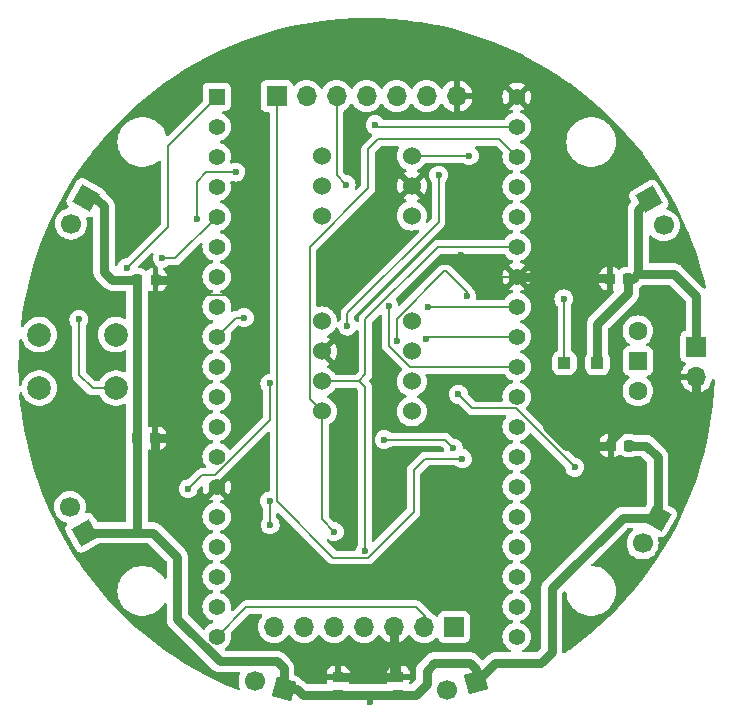
<source format=gbr>
%TF.GenerationSoftware,KiCad,Pcbnew,8.0.8-8.0.8-0~ubuntu24.04.1*%
%TF.CreationDate,2025-07-02T11:23:48+09:00*%
%TF.ProjectId,multicopter2,6d756c74-6963-46f7-9074-6572322e6b69,rev?*%
%TF.SameCoordinates,Original*%
%TF.FileFunction,Copper,L2,Bot*%
%TF.FilePolarity,Positive*%
%FSLAX46Y46*%
G04 Gerber Fmt 4.6, Leading zero omitted, Abs format (unit mm)*
G04 Created by KiCad (PCBNEW 8.0.8-8.0.8-0~ubuntu24.04.1) date 2025-07-02 11:23:48*
%MOMM*%
%LPD*%
G01*
G04 APERTURE LIST*
G04 Aperture macros list*
%AMRoundRect*
0 Rectangle with rounded corners*
0 $1 Rounding radius*
0 $2 $3 $4 $5 $6 $7 $8 $9 X,Y pos of 4 corners*
0 Add a 4 corners polygon primitive as box body*
4,1,4,$2,$3,$4,$5,$6,$7,$8,$9,$2,$3,0*
0 Add four circle primitives for the rounded corners*
1,1,$1+$1,$2,$3*
1,1,$1+$1,$4,$5*
1,1,$1+$1,$6,$7*
1,1,$1+$1,$8,$9*
0 Add four rect primitives between the rounded corners*
20,1,$1+$1,$2,$3,$4,$5,0*
20,1,$1+$1,$4,$5,$6,$7,0*
20,1,$1+$1,$6,$7,$8,$9,0*
20,1,$1+$1,$8,$9,$2,$3,0*%
%AMHorizOval*
0 Thick line with rounded ends*
0 $1 width*
0 $2 $3 position (X,Y) of the first rounded end (center of the circle)*
0 $4 $5 position (X,Y) of the second rounded end (center of the circle)*
0 Add line between two ends*
20,1,$1,$2,$3,$4,$5,0*
0 Add two circle primitives to create the rounded ends*
1,1,$1,$2,$3*
1,1,$1,$4,$5*%
%AMRotRect*
0 Rectangle, with rotation*
0 The origin of the aperture is its center*
0 $1 length*
0 $2 width*
0 $3 Rotation angle, in degrees counterclockwise*
0 Add horizontal line*
21,1,$1,$2,0,0,$3*%
G04 Aperture macros list end*
%TA.AperFunction,ComponentPad*%
%ADD10C,1.524000*%
%TD*%
%TA.AperFunction,ComponentPad*%
%ADD11R,1.500000X1.500000*%
%TD*%
%TA.AperFunction,ComponentPad*%
%ADD12C,1.600000*%
%TD*%
%TA.AperFunction,ComponentPad*%
%ADD13C,2.000000*%
%TD*%
%TA.AperFunction,ComponentPad*%
%ADD14RotRect,1.700000X1.700000X210.000000*%
%TD*%
%TA.AperFunction,ComponentPad*%
%ADD15HorizOval,1.700000X0.000000X0.000000X0.000000X0.000000X0*%
%TD*%
%TA.AperFunction,ComponentPad*%
%ADD16RotRect,1.700000X1.700000X330.000000*%
%TD*%
%TA.AperFunction,ComponentPad*%
%ADD17HorizOval,1.700000X0.000000X0.000000X0.000000X0.000000X0*%
%TD*%
%TA.AperFunction,ComponentPad*%
%ADD18RotRect,1.700000X1.700000X285.000000*%
%TD*%
%TA.AperFunction,ComponentPad*%
%ADD19HorizOval,1.700000X0.000000X0.000000X0.000000X0.000000X0*%
%TD*%
%TA.AperFunction,ComponentPad*%
%ADD20R,1.408000X1.408000*%
%TD*%
%TA.AperFunction,ComponentPad*%
%ADD21C,1.408000*%
%TD*%
%TA.AperFunction,ComponentPad*%
%ADD22R,1.700000X1.700000*%
%TD*%
%TA.AperFunction,ComponentPad*%
%ADD23O,1.700000X1.700000*%
%TD*%
%TA.AperFunction,ComponentPad*%
%ADD24RotRect,1.700000X1.700000X30.000000*%
%TD*%
%TA.AperFunction,ComponentPad*%
%ADD25HorizOval,1.700000X0.000000X0.000000X0.000000X0.000000X0*%
%TD*%
%TA.AperFunction,ComponentPad*%
%ADD26RotRect,1.700000X1.700000X255.000000*%
%TD*%
%TA.AperFunction,ComponentPad*%
%ADD27HorizOval,1.700000X0.000000X0.000000X0.000000X0.000000X0*%
%TD*%
%TA.AperFunction,SMDPad,CuDef*%
%ADD28RoundRect,0.225000X0.225000X0.250000X-0.225000X0.250000X-0.225000X-0.250000X0.225000X-0.250000X0*%
%TD*%
%TA.AperFunction,SMDPad,CuDef*%
%ADD29RoundRect,0.225000X0.250000X-0.225000X0.250000X0.225000X-0.250000X0.225000X-0.250000X-0.225000X0*%
%TD*%
%TA.AperFunction,SMDPad,CuDef*%
%ADD30RoundRect,0.225000X-0.225000X-0.250000X0.225000X-0.250000X0.225000X0.250000X-0.225000X0.250000X0*%
%TD*%
%TA.AperFunction,SMDPad,CuDef*%
%ADD31RoundRect,0.250000X-0.300000X-0.300000X0.300000X-0.300000X0.300000X0.300000X-0.300000X0.300000X0*%
%TD*%
%TA.AperFunction,ViaPad*%
%ADD32C,0.600000*%
%TD*%
%TA.AperFunction,Conductor*%
%ADD33C,0.800000*%
%TD*%
%TA.AperFunction,Conductor*%
%ADD34C,0.150000*%
%TD*%
G04 APERTURE END LIST*
D10*
%TO.P,U4,1,IN*%
%TO.N,unconnected-(U4-IN-Pad1)*%
X96190000Y-82160000D03*
%TO.P,U4,2,EN*%
%TO.N,unconnected-(U4-EN-Pad2)*%
X96190000Y-84700000D03*
%TO.P,U4,3,GND*%
%TO.N,unconnected-(U4-GND-Pad3)*%
X96190000Y-87240000D03*
%TO.P,U4,4,IN*%
%TO.N,Net-(D9-K)*%
X103810000Y-87240000D03*
%TO.P,U4,5,GND*%
%TO.N,GND*%
X103810000Y-84700000D03*
%TO.P,U4,6,OUT*%
%TO.N,Net-(SW3-B)*%
X103810000Y-82160000D03*
%TD*%
D11*
%TO.P,SW3,1,B*%
%TO.N,Net-(SW3-B)*%
X122960000Y-99520000D03*
D12*
%TO.P,SW3,2,C*%
%TO.N,unconnected-(SW3-C-Pad2)*%
X122960000Y-96980000D03*
%TO.P,SW3,3,A*%
%TO.N,+5V*%
X122960000Y-102060000D03*
%TD*%
D13*
%TO.P,SW1,1,1*%
%TO.N,+3V3*%
X78770000Y-101810000D03*
X72270000Y-101810000D03*
%TO.P,SW1,2,2*%
%TO.N,Net-(U1-IO34)*%
X78770000Y-97310000D03*
X72270000Y-97310000D03*
%TD*%
D14*
%TO.P,M5,1,+*%
%TO.N,+BATT*%
X76140000Y-114090000D03*
D15*
%TO.P,M5,2,-*%
%TO.N,Net-(D6-A)*%
X74870000Y-111890295D03*
%TD*%
D16*
%TO.P,M2,1,+*%
%TO.N,+BATT*%
X124620000Y-112790000D03*
D17*
%TO.P,M2,2,-*%
%TO.N,Net-(D2-A)*%
X123350000Y-114989705D03*
%TD*%
D18*
%TO.P,M3,1,+*%
%TO.N,+BATT*%
X109271556Y-126700006D03*
D19*
%TO.P,M3,2,-*%
%TO.N,Net-(D3-A)*%
X106818104Y-127357406D03*
%TD*%
D10*
%TO.P,U3,1,VIN*%
%TO.N,+3V3*%
X96190000Y-96190000D03*
%TO.P,U3,2,GND*%
%TO.N,GND*%
X96190000Y-98730000D03*
%TO.P,U3,3,SDA/T*%
%TO.N,SDA*%
X96190000Y-101270000D03*
%TO.P,U3,4,SCL/R*%
%TO.N,SCL*%
X96190000Y-103810000D03*
%TO.P,U3,5,nRESET*%
%TO.N,unconnected-(U3-nRESET-Pad5)*%
X103810000Y-103810000D03*
%TO.P,U3,6,INT*%
%TO.N,unconnected-(U3-INT-Pad6)*%
X103810000Y-101270000D03*
%TO.P,U3,7,GND*%
%TO.N,unconnected-(U3-GND-Pad7)*%
X103810000Y-98730000D03*
%TO.P,U3,8,VOUT*%
%TO.N,unconnected-(U3-VOUT-Pad8)*%
X103810000Y-96190000D03*
%TD*%
D20*
%TO.P,U1,J2_1,3V3*%
%TO.N,+3V3*%
X87300000Y-77165000D03*
D21*
%TO.P,U1,J2_2,EN*%
%TO.N,unconnected-(U1-EN-PadJ2_2)*%
X87300000Y-79705000D03*
%TO.P,U1,J2_3,SENSOR_VP*%
%TO.N,unconnected-(U1-SENSOR_VP-PadJ2_3)*%
X87300000Y-82245000D03*
%TO.P,U1,J2_4,SENSOR_VN*%
%TO.N,unconnected-(U1-SENSOR_VN-PadJ2_4)*%
X87300000Y-84785000D03*
%TO.P,U1,J2_5,IO34*%
%TO.N,Net-(U1-IO34)*%
X87300000Y-87325000D03*
%TO.P,U1,J2_6,IO35*%
%TO.N,unconnected-(U1-IO35-PadJ2_6)*%
X87300000Y-89865000D03*
%TO.P,U1,J2_7,IO32*%
%TO.N,motor1*%
X87300000Y-92405000D03*
%TO.P,U1,J2_8,IO33*%
%TO.N,motor2*%
X87300000Y-94945000D03*
%TO.P,U1,J2_9,IO25*%
%TO.N,motor3*%
X87300000Y-97485000D03*
%TO.P,U1,J2_10,IO26*%
%TO.N,motor4*%
X87300000Y-100025000D03*
%TO.P,U1,J2_11,IO27*%
%TO.N,motor5*%
X87300000Y-102565000D03*
%TO.P,U1,J2_12,IO14*%
%TO.N,motor6*%
X87300000Y-105105000D03*
%TO.P,U1,J2_13,IO12*%
%TO.N,Net-(D5-A)*%
X87300000Y-107645000D03*
%TO.P,U1,J2_14,GND_J2_14*%
%TO.N,GND*%
X87300000Y-110185000D03*
%TO.P,U1,J2_15,IO13*%
%TO.N,unconnected-(U1-IO13-PadJ2_15)*%
X87300000Y-112725000D03*
%TO.P,U1,J2_16,SD2*%
%TO.N,unconnected-(U1-SD2-PadJ2_16)*%
X87300000Y-115265000D03*
%TO.P,U1,J2_17,SD3*%
%TO.N,unconnected-(U1-SD3-PadJ2_17)*%
X87300000Y-117805000D03*
%TO.P,U1,J2_18,CMD*%
%TO.N,unconnected-(U1-CMD-PadJ2_18)*%
X87300000Y-120345000D03*
%TO.P,U1,J2_19,EXT_5V*%
%TO.N,+5V*%
X87300000Y-122885000D03*
%TO.P,U1,J3_1,GND_J3_1*%
%TO.N,GND*%
X112700000Y-77165000D03*
%TO.P,U1,J3_2,IO23*%
%TO.N,SPI_MOSI*%
X112700000Y-79705000D03*
%TO.P,U1,J3_3,IO22*%
%TO.N,SCL*%
X112700000Y-82245000D03*
%TO.P,U1,J3_4,TXD0*%
%TO.N,unconnected-(U1-TXD0-PadJ3_4)*%
X112700000Y-84785000D03*
%TO.P,U1,J3_5,RXD0*%
%TO.N,unconnected-(U1-RXD0-PadJ3_5)*%
X112700000Y-87325000D03*
%TO.P,U1,J3_6,IO21*%
%TO.N,SDA*%
X112700000Y-89865000D03*
%TO.P,U1,J3_7,GND_J3_7*%
%TO.N,GND*%
X112700000Y-92405000D03*
%TO.P,U1,J3_8,IO19*%
%TO.N,SPI_MISO*%
X112700000Y-94945000D03*
%TO.P,U1,J3_9,IO18*%
%TO.N,SPI_SCK*%
X112700000Y-97485000D03*
%TO.P,U1,J3_10,IO5*%
%TO.N,SPI_CS0*%
X112700000Y-100025000D03*
%TO.P,U1,J3_11,IO17*%
%TO.N,unconnected-(U1-IO17-PadJ3_11)*%
X112700000Y-102565000D03*
%TO.P,U1,J3_12,IO16*%
%TO.N,unconnected-(U1-IO16-PadJ3_12)*%
X112700000Y-105105000D03*
%TO.P,U1,J3_13,IO4*%
%TO.N,unconnected-(U1-IO4-PadJ3_13)*%
X112700000Y-107645000D03*
%TO.P,U1,J3_14,IO0*%
%TO.N,unconnected-(U1-IO0-PadJ3_14)*%
X112700000Y-110185000D03*
%TO.P,U1,J3_15,IO2*%
%TO.N,unconnected-(U1-IO2-PadJ3_15)*%
X112700000Y-112725000D03*
%TO.P,U1,J3_16,IO15*%
%TO.N,unconnected-(U1-IO15-PadJ3_16)*%
X112700000Y-115265000D03*
%TO.P,U1,J3_17,SD1*%
%TO.N,unconnected-(U1-SD1-PadJ3_17)*%
X112700000Y-117805000D03*
%TO.P,U1,J3_18,SD0*%
%TO.N,unconnected-(U1-SD0-PadJ3_18)*%
X112700000Y-120345000D03*
%TO.P,U1,J3_19,CLK*%
%TO.N,unconnected-(U1-CLK-PadJ3_19)*%
X112700000Y-122885000D03*
%TD*%
D16*
%TO.P,M6,1,+*%
%TO.N,+BATT*%
X76227500Y-85705818D03*
D17*
%TO.P,M6,2,-*%
%TO.N,Net-(D7-A)*%
X74957500Y-87905523D03*
%TD*%
D22*
%TO.P,J2,1,Pin_1*%
%TO.N,+BATT*%
X127910000Y-98320000D03*
D23*
%TO.P,J2,2,Pin_2*%
%TO.N,GND*%
X127910000Y-100860000D03*
%TD*%
D24*
%TO.P,M1,1,+*%
%TO.N,+BATT*%
X123880000Y-85860000D03*
D25*
%TO.P,M1,2,-*%
%TO.N,Net-(D1-A)*%
X125150000Y-88059705D03*
%TD*%
D26*
%TO.P,M4,1,+*%
%TO.N,+BATT*%
X92951556Y-127329994D03*
D27*
%TO.P,M4,2,-*%
%TO.N,Net-(D4-A)*%
X90498104Y-126672594D03*
%TD*%
D28*
%TO.P,C1,1*%
%TO.N,+BATT*%
X122145000Y-92580000D03*
%TO.P,C1,2*%
%TO.N,GND*%
X120595000Y-92580000D03*
%TD*%
D29*
%TO.P,C3,1*%
%TO.N,+BATT*%
X102670000Y-127815000D03*
%TO.P,C3,2*%
%TO.N,GND*%
X102670000Y-126265000D03*
%TD*%
D28*
%TO.P,C2,1*%
%TO.N,+BATT*%
X122205000Y-106710000D03*
%TO.P,C2,2*%
%TO.N,GND*%
X120655000Y-106710000D03*
%TD*%
D22*
%TO.P,U6,1,VDD*%
%TO.N,unconnected-(U6-VDD-Pad1)*%
X107400000Y-122060000D03*
D23*
%TO.P,U6,2,VIN*%
%TO.N,+5V*%
X104860000Y-122060000D03*
%TO.P,U6,3,GND*%
%TO.N,GND*%
X102320000Y-122060000D03*
%TO.P,U6,4,SDA*%
%TO.N,SDA*%
X99780000Y-122060000D03*
%TO.P,U6,5,SCL*%
%TO.N,SCL*%
X97240000Y-122060000D03*
%TO.P,U6,6,XSHUT*%
%TO.N,unconnected-(U6-XSHUT-Pad6)*%
X94700000Y-122060000D03*
%TO.P,U6,7,GPIO1*%
%TO.N,unconnected-(U6-GPIO1-Pad7)*%
X92160000Y-122060000D03*
%TD*%
D29*
%TO.P,C4,1*%
%TO.N,+BATT*%
X97580000Y-127812500D03*
%TO.P,C4,2*%
%TO.N,GND*%
X97580000Y-126262500D03*
%TD*%
D22*
%TO.P,U2,1,3-5V*%
%TO.N,+5V*%
X92370000Y-77120000D03*
D23*
%TO.P,U2,2,CS*%
%TO.N,SPI_CS0*%
X94910000Y-77120000D03*
%TO.P,U2,3,SCK*%
%TO.N,SPI_SCK*%
X97450000Y-77120000D03*
%TO.P,U2,4,MOSI*%
%TO.N,SPI_MOSI*%
X99990000Y-77120000D03*
%TO.P,U2,5,MISO*%
%TO.N,SPI_MISO*%
X102530000Y-77120000D03*
%TO.P,U2,6,INT*%
%TO.N,unconnected-(U2-INT-Pad6)*%
X105070000Y-77120000D03*
%TO.P,U2,7,GND*%
%TO.N,GND*%
X107610000Y-77120000D03*
%TD*%
D30*
%TO.P,C5,1*%
%TO.N,+BATT*%
X80550000Y-106070000D03*
%TO.P,C5,2*%
%TO.N,GND*%
X82100000Y-106070000D03*
%TD*%
D31*
%TO.P,D9,1,K*%
%TO.N,Net-(D9-K)*%
X116730000Y-99700000D03*
%TO.P,D9,2,A*%
%TO.N,+BATT*%
X119530000Y-99700000D03*
%TD*%
D30*
%TO.P,C6,1*%
%TO.N,+BATT*%
X80565000Y-92670000D03*
%TO.P,C6,2*%
%TO.N,GND*%
X82115000Y-92670000D03*
%TD*%
D32*
%TO.N,+BATT*%
X100250000Y-128430000D03*
X100250000Y-127812500D03*
%TO.N,GND*%
X116910000Y-106740000D03*
X118340000Y-92550000D03*
X85200000Y-94150000D03*
X98390000Y-104770000D03*
X90010000Y-89810000D03*
X83540000Y-92490000D03*
X107950000Y-90550000D03*
X82050000Y-108370000D03*
X98390000Y-112510000D03*
%TO.N,Net-(D9-K)*%
X116690000Y-94280000D03*
%TO.N,Net-(Q2-G)*%
X107760000Y-102360000D03*
X117620000Y-108540000D03*
%TO.N,Net-(Q4-G)*%
X91770000Y-111390000D03*
X91820000Y-113410000D03*
%TO.N,Net-(Q5-G)*%
X84878603Y-110361397D03*
X91795000Y-101440000D03*
%TO.N,motor1*%
X98360000Y-96580000D03*
X106090000Y-83800000D03*
%TO.N,motor4*%
X102520000Y-97850000D03*
X108450000Y-94060000D03*
%TO.N,motor2*%
X107340000Y-106930000D03*
X101490000Y-106200000D03*
%TO.N,motor3*%
X89630000Y-95860000D03*
%TO.N,motor6*%
X85590000Y-87480000D03*
X88920000Y-83550000D03*
%TO.N,Net-(U1-IO34)*%
X82680000Y-90840000D03*
%TO.N,+3V3*%
X75620000Y-96020000D03*
X79660000Y-91660000D03*
%TO.N,+5V*%
X108100000Y-107810000D03*
%TO.N,Net-(SW3-B)*%
X108680000Y-82160000D03*
%TO.N,SPI_CS0*%
X101853317Y-94886683D03*
%TO.N,SPI_SCK*%
X105010000Y-97660000D03*
X98250000Y-84600000D03*
%TO.N,SCL*%
X97250000Y-113990000D03*
%TO.N,SPI_MOSI*%
X100710000Y-79530000D03*
%TO.N,SPI_MISO*%
X105180000Y-94970000D03*
%TO.N,SDA*%
X99860000Y-115610000D03*
%TD*%
D33*
%TO.N,+BATT*%
X92370000Y-124980000D02*
X87550865Y-124980000D01*
X105720000Y-125090000D02*
X105060000Y-125750000D01*
X115670000Y-118790881D02*
X115670000Y-124180000D01*
X105060000Y-125750000D02*
X105060000Y-126910000D01*
X83950000Y-116110000D02*
X81930000Y-114090000D01*
X127910000Y-98320000D02*
X127910000Y-94050000D01*
X80590000Y-114090000D02*
X76140000Y-114090000D01*
X126040000Y-92180000D02*
X123050000Y-92180000D01*
X122145000Y-93795000D02*
X119530000Y-96410000D01*
X81930000Y-114090000D02*
X80590000Y-114090000D01*
X97580000Y-127812500D02*
X94572500Y-127812500D01*
X122145000Y-92580000D02*
X122530000Y-92580000D01*
X114799779Y-125050221D02*
X114701826Y-125110001D01*
X109271556Y-125641556D02*
X108720000Y-125090000D01*
X97580000Y-127812500D02*
X102667500Y-127812500D01*
X80565000Y-92670000D02*
X78440000Y-92670000D01*
X108720000Y-125090000D02*
X105720000Y-125090000D01*
X94572500Y-127812500D02*
X94089994Y-127329994D01*
X109271556Y-126700006D02*
X109271556Y-125641556D01*
X94089994Y-127329994D02*
X92951556Y-127329994D01*
X104155000Y-127815000D02*
X102670000Y-127815000D01*
X87550865Y-124980000D02*
X83950000Y-121379135D01*
X124620000Y-107650000D02*
X124620000Y-112790000D01*
X123050000Y-92180000D02*
X122990000Y-92120000D01*
X121670881Y-112790000D02*
X115670000Y-118790881D01*
X122530000Y-92580000D02*
X122990000Y-92120000D01*
X122990000Y-86750000D02*
X123880000Y-85860000D01*
X115670000Y-124180000D02*
X114799779Y-125050221D01*
X80550000Y-114050000D02*
X80590000Y-114090000D01*
X114701826Y-125110001D02*
X110861561Y-125110001D01*
X83950000Y-121379135D02*
X83950000Y-116110000D01*
X122990000Y-92120000D02*
X122990000Y-86750000D01*
X122205000Y-106710000D02*
X123680000Y-106710000D01*
X80550000Y-106070000D02*
X80550000Y-92685000D01*
X102667500Y-127812500D02*
X102670000Y-127815000D01*
X119530000Y-96410000D02*
X119530000Y-99700000D01*
X92951556Y-127329994D02*
X92951556Y-125561556D01*
X124620000Y-112790000D02*
X121670881Y-112790000D01*
X77025818Y-85705818D02*
X76227500Y-85705818D01*
X110861561Y-125110001D02*
X109271556Y-126700006D01*
X92951556Y-125561556D02*
X92370000Y-124980000D01*
X78440000Y-92670000D02*
X77750000Y-91980000D01*
X105060000Y-126910000D02*
X104155000Y-127815000D01*
X77750000Y-91980000D02*
X77750000Y-86430000D01*
X122145000Y-92580000D02*
X122145000Y-93795000D01*
X127910000Y-94050000D02*
X126040000Y-92180000D01*
X80550000Y-106070000D02*
X80550000Y-114050000D01*
X77750000Y-86430000D02*
X77025818Y-85705818D01*
X80550000Y-92685000D02*
X80565000Y-92670000D01*
X123680000Y-106710000D02*
X124620000Y-107650000D01*
%TO.N,GND*%
X85200000Y-94150000D02*
X83540000Y-92490000D01*
X82100000Y-106070000D02*
X84350000Y-106070000D01*
X115260000Y-105090000D02*
X115260000Y-92405000D01*
X120655000Y-106710000D02*
X120655000Y-106235000D01*
X112700000Y-92405000D02*
X115260000Y-92405000D01*
X116910000Y-106740000D02*
X115260000Y-105090000D01*
D34*
X98390000Y-104770000D02*
X98390000Y-112510000D01*
X109805000Y-92405000D02*
X112700000Y-92405000D01*
D33*
X116910000Y-106740000D02*
X120625000Y-106740000D01*
D34*
X85384000Y-93966000D02*
X88264000Y-93966000D01*
D33*
X102667500Y-126262500D02*
X102670000Y-126265000D01*
X97580000Y-126262500D02*
X102150000Y-126262500D01*
D34*
X89980000Y-92250000D02*
X89980000Y-89840000D01*
D33*
X83540000Y-92490000D02*
X83340000Y-92690000D01*
X84350000Y-106070000D02*
X85200000Y-105220000D01*
X118340000Y-92550000D02*
X120565000Y-92550000D01*
X82135000Y-92690000D02*
X82115000Y-92670000D01*
X83340000Y-92690000D02*
X82135000Y-92690000D01*
D34*
X85200000Y-94150000D02*
X85384000Y-93966000D01*
D33*
X102150000Y-126262500D02*
X102667500Y-126262500D01*
X127910000Y-103590000D02*
X127910000Y-100860000D01*
X122110000Y-104780000D02*
X126720000Y-104780000D01*
X118195000Y-92405000D02*
X118340000Y-92550000D01*
X82050000Y-108370000D02*
X82050000Y-106120000D01*
X82050000Y-106120000D02*
X82100000Y-106070000D01*
D34*
X89980000Y-89840000D02*
X90010000Y-89810000D01*
D33*
X115260000Y-92405000D02*
X118195000Y-92405000D01*
X120625000Y-106740000D02*
X120655000Y-106710000D01*
X120565000Y-92550000D02*
X120595000Y-92580000D01*
X120655000Y-106235000D02*
X122110000Y-104780000D01*
D34*
X107950000Y-90550000D02*
X109805000Y-92405000D01*
D33*
X102320000Y-122060000D02*
X102320000Y-126092500D01*
X102320000Y-126092500D02*
X102150000Y-126262500D01*
X126720000Y-104780000D02*
X127910000Y-103590000D01*
D34*
X88264000Y-93966000D02*
X89980000Y-92250000D01*
D33*
X85200000Y-105220000D02*
X85200000Y-94150000D01*
D34*
%TO.N,Net-(D9-K)*%
X116730000Y-94320000D02*
X116690000Y-94280000D01*
X116730000Y-99700000D02*
X116730000Y-94320000D01*
%TO.N,Net-(Q2-G)*%
X108950000Y-103550000D02*
X107760000Y-102360000D01*
X117620000Y-108540000D02*
X112630000Y-103550000D01*
X112630000Y-103550000D02*
X108950000Y-103550000D01*
%TO.N,Net-(Q4-G)*%
X91770000Y-111390000D02*
X91770000Y-113360000D01*
X91770000Y-113360000D02*
X91820000Y-113410000D01*
%TO.N,Net-(Q5-G)*%
X86030000Y-109210000D02*
X84878603Y-110361397D01*
X87119516Y-109210000D02*
X86030000Y-109210000D01*
X91795000Y-104534516D02*
X87119516Y-109210000D01*
X91795000Y-101440000D02*
X91795000Y-104534516D01*
%TO.N,motor1*%
X106090000Y-83800000D02*
X106090000Y-87756540D01*
X98360000Y-95486540D02*
X98360000Y-96580000D01*
X106090000Y-87756540D02*
X98360000Y-95486540D01*
%TO.N,motor4*%
X108450000Y-93670000D02*
X106730000Y-91950000D01*
X108450000Y-94060000D02*
X108450000Y-93670000D01*
X106730000Y-91950000D02*
X106550000Y-91950000D01*
X102520000Y-95980000D02*
X102520000Y-97850000D01*
X106550000Y-91950000D02*
X102520000Y-95980000D01*
%TO.N,motor2*%
X107340000Y-106930000D02*
X106610000Y-106200000D01*
X106610000Y-106200000D02*
X101490000Y-106200000D01*
%TO.N,motor3*%
X88925000Y-95860000D02*
X87300000Y-97485000D01*
X89630000Y-95860000D02*
X88925000Y-95860000D01*
%TO.N,motor6*%
X85590000Y-87480000D02*
X85590000Y-84370000D01*
X85590000Y-84370000D02*
X86410000Y-83550000D01*
X86410000Y-83550000D02*
X88920000Y-83550000D01*
%TO.N,Net-(U1-IO34)*%
X83785000Y-90840000D02*
X87300000Y-87325000D01*
X82680000Y-90840000D02*
X83785000Y-90840000D01*
%TO.N,+3V3*%
X76790000Y-101860000D02*
X76840000Y-101810000D01*
X83155687Y-81309313D02*
X83155687Y-88164313D01*
X75620000Y-100690000D02*
X76790000Y-101860000D01*
X87300000Y-77165000D02*
X83155687Y-81309313D01*
X83155687Y-88164313D02*
X79660000Y-91660000D01*
X76840000Y-101810000D02*
X78770000Y-101810000D01*
X75620000Y-96020000D02*
X75620000Y-100690000D01*
%TO.N,+5V*%
X104920000Y-121100000D02*
X104860000Y-121160000D01*
X104200000Y-120380000D02*
X104920000Y-121100000D01*
X104860000Y-121160000D02*
X104860000Y-122060000D01*
X104960000Y-107810000D02*
X103970000Y-108800000D01*
X108100000Y-107810000D02*
X104960000Y-107810000D01*
X103970000Y-108800000D02*
X103970000Y-112313173D01*
X89805000Y-120380000D02*
X104200000Y-120380000D01*
X100098173Y-116185000D02*
X97165000Y-116185000D01*
X87300000Y-122885000D02*
X89805000Y-120380000D01*
X103970000Y-112313173D02*
X100098173Y-116185000D01*
X92370000Y-111390000D02*
X92370000Y-77120000D01*
X97165000Y-116185000D02*
X92370000Y-111390000D01*
%TO.N,Net-(SW3-B)*%
X108580000Y-82160000D02*
X103810000Y-82160000D01*
%TO.N,SPI_CS0*%
X103638460Y-100025000D02*
X112700000Y-100025000D01*
X101853317Y-94886683D02*
X101853317Y-98239857D01*
X101853317Y-98239857D02*
X103638460Y-100025000D01*
%TO.N,SPI_SCK*%
X97450000Y-83800000D02*
X98250000Y-84600000D01*
X105185000Y-97485000D02*
X112700000Y-97485000D01*
X105010000Y-97660000D02*
X105185000Y-97485000D01*
X97450000Y-77120000D02*
X97450000Y-83800000D01*
%TO.N,SCL*%
X96190000Y-103810000D02*
X95153000Y-102773000D01*
X111220000Y-80760000D02*
X111220000Y-80765000D01*
X111220000Y-80765000D02*
X112700000Y-82245000D01*
X100970000Y-80760000D02*
X111220000Y-80760000D01*
X100120000Y-84900000D02*
X100120000Y-81610000D01*
X97250000Y-113990000D02*
X96190000Y-112930000D01*
X95153000Y-89867000D02*
X100120000Y-84900000D01*
X96190000Y-112930000D02*
X96190000Y-103810000D01*
X100120000Y-81610000D02*
X100970000Y-80760000D01*
X95153000Y-102773000D02*
X95153000Y-89867000D01*
%TO.N,SPI_MOSI*%
X100710000Y-79530000D02*
X100885000Y-79705000D01*
X100885000Y-79705000D02*
X112700000Y-79705000D01*
%TO.N,SPI_MISO*%
X105205000Y-94945000D02*
X112700000Y-94945000D01*
X105180000Y-94970000D02*
X105205000Y-94945000D01*
%TO.N,SDA*%
X112700000Y-89865000D02*
X106035000Y-89865000D01*
X106035000Y-89865000D02*
X99880000Y-96020000D01*
X99270000Y-101270000D02*
X96190000Y-101270000D01*
X99860000Y-101750000D02*
X99325000Y-101215000D01*
X99325000Y-101215000D02*
X99270000Y-101270000D01*
X99860000Y-115610000D02*
X99860000Y-101750000D01*
X99880000Y-96020000D02*
X99880000Y-100660000D01*
X99880000Y-100660000D02*
X99325000Y-101215000D01*
%TD*%
%TA.AperFunction,Conductor*%
%TO.N,GND*%
G36*
X101075128Y-70520139D02*
G01*
X101079608Y-70520303D01*
X102151091Y-70579073D01*
X102155570Y-70579401D01*
X103224156Y-70677262D01*
X103228607Y-70677752D01*
X104155637Y-70796928D01*
X104292929Y-70814578D01*
X104297410Y-70815238D01*
X104577100Y-70861633D01*
X105355957Y-70990832D01*
X105360383Y-70991649D01*
X106411912Y-71205808D01*
X106416241Y-71206772D01*
X107459251Y-71459192D01*
X107463551Y-71460317D01*
X108496625Y-71750655D01*
X108500918Y-71751947D01*
X109522674Y-72079814D01*
X109526895Y-72081254D01*
X110536019Y-72446227D01*
X110540206Y-72447828D01*
X111535349Y-72849422D01*
X111539443Y-72851163D01*
X112519196Y-73288808D01*
X112523268Y-73290716D01*
X113115161Y-73581486D01*
X113486376Y-73763847D01*
X113490405Y-73765918D01*
X114435589Y-74273907D01*
X114439539Y-74276124D01*
X115365552Y-74818302D01*
X115369389Y-74820644D01*
X116257967Y-75385464D01*
X116274950Y-75396259D01*
X116278718Y-75398751D01*
X116899852Y-75826202D01*
X117162700Y-76007088D01*
X117166383Y-76009724D01*
X118027496Y-76649894D01*
X118031081Y-76652662D01*
X118868254Y-77323867D01*
X118871736Y-77326764D01*
X118987812Y-77427007D01*
X119672003Y-78017876D01*
X119683868Y-78028122D01*
X119687233Y-78031138D01*
X120449513Y-78739664D01*
X120473182Y-78761664D01*
X120476443Y-78764808D01*
X121235191Y-79523556D01*
X121238335Y-79526817D01*
X121927563Y-80268335D01*
X121968854Y-80312758D01*
X121971872Y-80316126D01*
X122071909Y-80431962D01*
X122673235Y-81128263D01*
X122676132Y-81131745D01*
X123347337Y-81968918D01*
X123350105Y-81972503D01*
X123990275Y-82833616D01*
X123992911Y-82837299D01*
X124601241Y-83721271D01*
X124603740Y-83725049D01*
X125179346Y-84630596D01*
X125181706Y-84634462D01*
X125723875Y-85560460D01*
X125726092Y-85564410D01*
X126234081Y-86509594D01*
X126236152Y-86513623D01*
X126709276Y-87476717D01*
X126711198Y-87480818D01*
X126868204Y-87832306D01*
X127136548Y-88433047D01*
X127148820Y-88460519D01*
X127150587Y-88464677D01*
X127249842Y-88710627D01*
X127552162Y-89459771D01*
X127553780Y-89464002D01*
X127918734Y-90473071D01*
X127920196Y-90477358D01*
X128248045Y-91499059D01*
X128249350Y-91503396D01*
X128539671Y-92536407D01*
X128540817Y-92540790D01*
X128713700Y-93255151D01*
X128710337Y-93324939D01*
X128669777Y-93381831D01*
X128604898Y-93407763D01*
X128536298Y-93394502D01*
X128505498Y-93371999D01*
X128484035Y-93350536D01*
X126614039Y-91480538D01*
X126614034Y-91480534D01*
X126571058Y-91451819D01*
X126550174Y-91437865D01*
X126480729Y-91391463D01*
X126466552Y-91381990D01*
X126466540Y-91381983D01*
X126384607Y-91348046D01*
X126384606Y-91348046D01*
X126302666Y-91314105D01*
X126302658Y-91314103D01*
X126128696Y-91279500D01*
X126128692Y-91279500D01*
X126128691Y-91279500D01*
X124014500Y-91279500D01*
X123947461Y-91259815D01*
X123901706Y-91207011D01*
X123890500Y-91155500D01*
X123890500Y-89008409D01*
X123910185Y-88941370D01*
X123962989Y-88895615D01*
X124032147Y-88885671D01*
X124095703Y-88914696D01*
X124109490Y-88928704D01*
X124111503Y-88931103D01*
X124111505Y-88931106D01*
X124278599Y-89098200D01*
X124375384Y-89165970D01*
X124472165Y-89233737D01*
X124472167Y-89233738D01*
X124472170Y-89233740D01*
X124686337Y-89333608D01*
X124914592Y-89394768D01*
X125102918Y-89411244D01*
X125149999Y-89415364D01*
X125150000Y-89415364D01*
X125150001Y-89415364D01*
X125189234Y-89411931D01*
X125385408Y-89394768D01*
X125613663Y-89333608D01*
X125827830Y-89233740D01*
X126021401Y-89098200D01*
X126188495Y-88931106D01*
X126324035Y-88737535D01*
X126423903Y-88523368D01*
X126485063Y-88295113D01*
X126505659Y-88059705D01*
X126485063Y-87824297D01*
X126423903Y-87596042D01*
X126324035Y-87381876D01*
X126319815Y-87375848D01*
X126188494Y-87188302D01*
X126021402Y-87021211D01*
X126021395Y-87021206D01*
X126019571Y-87019929D01*
X125959315Y-86977737D01*
X125827834Y-86885672D01*
X125827830Y-86885670D01*
X125689743Y-86821279D01*
X125613663Y-86785802D01*
X125613659Y-86785801D01*
X125613655Y-86785799D01*
X125447108Y-86741174D01*
X125387447Y-86704809D01*
X125356918Y-86641962D01*
X125365213Y-86572587D01*
X125383583Y-86542449D01*
X125472884Y-86434295D01*
X125529539Y-86301993D01*
X125546626Y-86159088D01*
X125543830Y-86142464D01*
X125525915Y-86035932D01*
X125522758Y-86017159D01*
X125498504Y-85962331D01*
X125498502Y-85962327D01*
X125498500Y-85962323D01*
X124600630Y-84407171D01*
X124600628Y-84407167D01*
X124580911Y-84380165D01*
X124565275Y-84358750D01*
X124454295Y-84267116D01*
X124454293Y-84267114D01*
X124321994Y-84210461D01*
X124179087Y-84193373D01*
X124179086Y-84193373D01*
X124037160Y-84217241D01*
X123982323Y-84241499D01*
X122427171Y-85139369D01*
X122427167Y-85139371D01*
X122378751Y-85174724D01*
X122378747Y-85174728D01*
X122287116Y-85285704D01*
X122287114Y-85285706D01*
X122230461Y-85418005D01*
X122213373Y-85560912D01*
X122213373Y-85560913D01*
X122237241Y-85702839D01*
X122261499Y-85757676D01*
X122377657Y-85958866D01*
X122394130Y-86026766D01*
X122371278Y-86092793D01*
X122357952Y-86108546D01*
X122290536Y-86175963D01*
X122290533Y-86175966D01*
X122274543Y-86199900D01*
X122274541Y-86199903D01*
X122191988Y-86323449D01*
X122158093Y-86405281D01*
X122124105Y-86487333D01*
X122124103Y-86487341D01*
X122089500Y-86661303D01*
X122089500Y-91480500D01*
X122069815Y-91547539D01*
X122017011Y-91593294D01*
X121965501Y-91604500D01*
X121871663Y-91604500D01*
X121871644Y-91604501D01*
X121772292Y-91614650D01*
X121772289Y-91614651D01*
X121611305Y-91667996D01*
X121611294Y-91668001D01*
X121466959Y-91757029D01*
X121466953Y-91757033D01*
X121457324Y-91766663D01*
X121396000Y-91800146D01*
X121326308Y-91795159D01*
X121281965Y-91766660D01*
X121272732Y-91757427D01*
X121272728Y-91757424D01*
X121128492Y-91668457D01*
X121128481Y-91668452D01*
X120967606Y-91615144D01*
X120868322Y-91605000D01*
X120845000Y-91605000D01*
X120845000Y-93554999D01*
X120858660Y-93568659D01*
X120879178Y-93574684D01*
X120924933Y-93627488D01*
X120934877Y-93696646D01*
X120905852Y-93760202D01*
X120899820Y-93766680D01*
X118830540Y-95835958D01*
X118830537Y-95835961D01*
X118820871Y-95850429D01*
X118731988Y-95983449D01*
X118731987Y-95983452D01*
X118708268Y-96040716D01*
X118708268Y-96040717D01*
X118664105Y-96147333D01*
X118664103Y-96147341D01*
X118629659Y-96320505D01*
X118629659Y-96320508D01*
X118629500Y-96321302D01*
X118629500Y-98908804D01*
X118611039Y-98973900D01*
X118545189Y-99080659D01*
X118545186Y-99080666D01*
X118490001Y-99247203D01*
X118490001Y-99247204D01*
X118490000Y-99247204D01*
X118479500Y-99349983D01*
X118479500Y-100050001D01*
X118479501Y-100050019D01*
X118490000Y-100152796D01*
X118490001Y-100152799D01*
X118521308Y-100247276D01*
X118545186Y-100319334D01*
X118637288Y-100468656D01*
X118761344Y-100592712D01*
X118910666Y-100684814D01*
X119077203Y-100739999D01*
X119179991Y-100750500D01*
X119880008Y-100750499D01*
X119880016Y-100750498D01*
X119880019Y-100750498D01*
X119936302Y-100744748D01*
X119982797Y-100739999D01*
X120149334Y-100684814D01*
X120298656Y-100592712D01*
X120422712Y-100468656D01*
X120514814Y-100319334D01*
X120569999Y-100152797D01*
X120580500Y-100050009D01*
X120580499Y-99349992D01*
X120576194Y-99307853D01*
X120569999Y-99247203D01*
X120569998Y-99247200D01*
X120560279Y-99217870D01*
X120514814Y-99080666D01*
X120501864Y-99059671D01*
X120448961Y-98973900D01*
X120430500Y-98908804D01*
X120430500Y-96979998D01*
X121654532Y-96979998D01*
X121654532Y-96980001D01*
X121674364Y-97206686D01*
X121674366Y-97206697D01*
X121733258Y-97426488D01*
X121733261Y-97426497D01*
X121829431Y-97632732D01*
X121829432Y-97632734D01*
X121959954Y-97819141D01*
X122120858Y-97980045D01*
X122214021Y-98045278D01*
X122257646Y-98099854D01*
X122264840Y-98169353D01*
X122233317Y-98231708D01*
X122173088Y-98267122D01*
X122156152Y-98270143D01*
X122102516Y-98275908D01*
X121967671Y-98326202D01*
X121967664Y-98326206D01*
X121852455Y-98412452D01*
X121852452Y-98412455D01*
X121766206Y-98527664D01*
X121766202Y-98527671D01*
X121715908Y-98662517D01*
X121711808Y-98700660D01*
X121709501Y-98722123D01*
X121709500Y-98722135D01*
X121709500Y-100317870D01*
X121709501Y-100317876D01*
X121715908Y-100377483D01*
X121766202Y-100512328D01*
X121766206Y-100512335D01*
X121852452Y-100627544D01*
X121852455Y-100627547D01*
X121967664Y-100713793D01*
X121967671Y-100713797D01*
X121973755Y-100716066D01*
X122102517Y-100764091D01*
X122156157Y-100769858D01*
X122220703Y-100796594D01*
X122260552Y-100853986D01*
X122263047Y-100923811D01*
X122227395Y-100983900D01*
X122214022Y-100994721D01*
X122120856Y-101059956D01*
X121959954Y-101220858D01*
X121829432Y-101407265D01*
X121829431Y-101407267D01*
X121733261Y-101613502D01*
X121733258Y-101613511D01*
X121674366Y-101833302D01*
X121674364Y-101833313D01*
X121654532Y-102059998D01*
X121654532Y-102060001D01*
X121674364Y-102286686D01*
X121674366Y-102286697D01*
X121733258Y-102506488D01*
X121733261Y-102506497D01*
X121829431Y-102712732D01*
X121829432Y-102712734D01*
X121959954Y-102899141D01*
X122120858Y-103060045D01*
X122120861Y-103060047D01*
X122307266Y-103190568D01*
X122513504Y-103286739D01*
X122733308Y-103345635D01*
X122895230Y-103359801D01*
X122959998Y-103365468D01*
X122960000Y-103365468D01*
X122960002Y-103365468D01*
X123016673Y-103360509D01*
X123186692Y-103345635D01*
X123406496Y-103286739D01*
X123612734Y-103190568D01*
X123799139Y-103060047D01*
X123960047Y-102899139D01*
X124090568Y-102712734D01*
X124186739Y-102506496D01*
X124245635Y-102286692D01*
X124265468Y-102060000D01*
X124265277Y-102057821D01*
X124255167Y-101942262D01*
X124245635Y-101833308D01*
X124186739Y-101613504D01*
X124090568Y-101407266D01*
X123987974Y-101260745D01*
X123960045Y-101220858D01*
X123799141Y-101059954D01*
X123705978Y-100994721D01*
X123662353Y-100940144D01*
X123655159Y-100870646D01*
X123686682Y-100808291D01*
X123746911Y-100772877D01*
X123763842Y-100769857D01*
X123817483Y-100764091D01*
X123952331Y-100713796D01*
X124067546Y-100627546D01*
X124153796Y-100512331D01*
X124204091Y-100377483D01*
X124210500Y-100317873D01*
X124210499Y-98722128D01*
X124204091Y-98662517D01*
X124198856Y-98648482D01*
X124153797Y-98527671D01*
X124153793Y-98527664D01*
X124067547Y-98412455D01*
X124067544Y-98412452D01*
X123952335Y-98326206D01*
X123952328Y-98326202D01*
X123817482Y-98275908D01*
X123817483Y-98275908D01*
X123763846Y-98270142D01*
X123699295Y-98243404D01*
X123659446Y-98186012D01*
X123656953Y-98116187D01*
X123692605Y-98056098D01*
X123705972Y-98045282D01*
X123799139Y-97980047D01*
X123960047Y-97819139D01*
X124090568Y-97632734D01*
X124186739Y-97426496D01*
X124245635Y-97206692D01*
X124265468Y-96980000D01*
X124262483Y-96945887D01*
X124256249Y-96874630D01*
X124245635Y-96753308D01*
X124186739Y-96533504D01*
X124090568Y-96327266D01*
X123960047Y-96140861D01*
X123960045Y-96140858D01*
X123799141Y-95979954D01*
X123612734Y-95849432D01*
X123612732Y-95849431D01*
X123406497Y-95753261D01*
X123406488Y-95753258D01*
X123186697Y-95694366D01*
X123186693Y-95694365D01*
X123186692Y-95694365D01*
X123186691Y-95694364D01*
X123186686Y-95694364D01*
X122960002Y-95674532D01*
X122959998Y-95674532D01*
X122733313Y-95694364D01*
X122733302Y-95694366D01*
X122513511Y-95753258D01*
X122513502Y-95753261D01*
X122307267Y-95849431D01*
X122307265Y-95849432D01*
X122120858Y-95979954D01*
X121959954Y-96140858D01*
X121829432Y-96327265D01*
X121829431Y-96327267D01*
X121733261Y-96533502D01*
X121733258Y-96533511D01*
X121674366Y-96753302D01*
X121674364Y-96753313D01*
X121654532Y-96979998D01*
X120430500Y-96979998D01*
X120430500Y-96834361D01*
X120450185Y-96767322D01*
X120466819Y-96746680D01*
X122844463Y-94369036D01*
X122844465Y-94369033D01*
X122863742Y-94340184D01*
X122943013Y-94221547D01*
X123010894Y-94057666D01*
X123019192Y-94015952D01*
X123045499Y-93883695D01*
X123045500Y-93883693D01*
X123045500Y-93384856D01*
X123065185Y-93317817D01*
X123100611Y-93281753D01*
X123102648Y-93280390D01*
X123104036Y-93279464D01*
X123266682Y-93116817D01*
X123328004Y-93083334D01*
X123354362Y-93080500D01*
X125615638Y-93080500D01*
X125682677Y-93100185D01*
X125703319Y-93116819D01*
X126973181Y-94386680D01*
X127006666Y-94448003D01*
X127009500Y-94474361D01*
X127009500Y-96868560D01*
X126989815Y-96935599D01*
X126937011Y-96981354D01*
X126928833Y-96984742D01*
X126817671Y-97026202D01*
X126817664Y-97026206D01*
X126702455Y-97112452D01*
X126702452Y-97112455D01*
X126616206Y-97227664D01*
X126616202Y-97227671D01*
X126565908Y-97362517D01*
X126559501Y-97422116D01*
X126559500Y-97422135D01*
X126559500Y-99217870D01*
X126559501Y-99217876D01*
X126565908Y-99277483D01*
X126616202Y-99412328D01*
X126616206Y-99412335D01*
X126702452Y-99527544D01*
X126702455Y-99527547D01*
X126817664Y-99613793D01*
X126817671Y-99613797D01*
X126817674Y-99613798D01*
X126949598Y-99663002D01*
X127005531Y-99704873D01*
X127029949Y-99770337D01*
X127015098Y-99838610D01*
X126993947Y-99866865D01*
X126871886Y-99988926D01*
X126736400Y-100182420D01*
X126736399Y-100182422D01*
X126636570Y-100396507D01*
X126636567Y-100396513D01*
X126579364Y-100609999D01*
X126579364Y-100610000D01*
X127476988Y-100610000D01*
X127444075Y-100667007D01*
X127410000Y-100794174D01*
X127410000Y-100925826D01*
X127444075Y-101052993D01*
X127476988Y-101110000D01*
X126579364Y-101110000D01*
X126636567Y-101323486D01*
X126636570Y-101323492D01*
X126736399Y-101537578D01*
X126871894Y-101731082D01*
X127038917Y-101898105D01*
X127232421Y-102033600D01*
X127446507Y-102133429D01*
X127446516Y-102133433D01*
X127660000Y-102190634D01*
X127660000Y-101293012D01*
X127717007Y-101325925D01*
X127844174Y-101360000D01*
X127975826Y-101360000D01*
X128102993Y-101325925D01*
X128160000Y-101293012D01*
X128160000Y-102190633D01*
X128373483Y-102133433D01*
X128373492Y-102133429D01*
X128587578Y-102033600D01*
X128781082Y-101898105D01*
X128948105Y-101731082D01*
X129083600Y-101537578D01*
X129183429Y-101323492D01*
X129183433Y-101323483D01*
X129230164Y-101149078D01*
X129266529Y-101089418D01*
X129329375Y-101058888D01*
X129398751Y-101067182D01*
X129452629Y-101111667D01*
X129473904Y-101178219D01*
X129473753Y-101187962D01*
X129420927Y-102151071D01*
X129420596Y-102155589D01*
X129322739Y-103224130D01*
X129322244Y-103228632D01*
X129185421Y-104292929D01*
X129184761Y-104297410D01*
X129009169Y-105355943D01*
X129008347Y-105360397D01*
X128794201Y-106411866D01*
X128793216Y-106416287D01*
X128540817Y-107459209D01*
X128539671Y-107463592D01*
X128249350Y-108496603D01*
X128248045Y-108500940D01*
X127920196Y-109522641D01*
X127918734Y-109526928D01*
X127553780Y-110535997D01*
X127552162Y-110540228D01*
X127150592Y-111535312D01*
X127148820Y-111539480D01*
X126711198Y-112519181D01*
X126709276Y-112523282D01*
X126236152Y-113486376D01*
X126234081Y-113490405D01*
X125726092Y-114435589D01*
X125723875Y-114439539D01*
X125181706Y-115365537D01*
X125179346Y-115369403D01*
X124603740Y-116274950D01*
X124601241Y-116278728D01*
X123992911Y-117162700D01*
X123990275Y-117166383D01*
X123350105Y-118027496D01*
X123347337Y-118031081D01*
X122676132Y-118868254D01*
X122673235Y-118871736D01*
X121971877Y-119683868D01*
X121968854Y-119687241D01*
X121238335Y-120473182D01*
X121235191Y-120476443D01*
X120476443Y-121235191D01*
X120473182Y-121238335D01*
X119687241Y-121968854D01*
X119683868Y-121971877D01*
X118871736Y-122673235D01*
X118868254Y-122676132D01*
X118031081Y-123347337D01*
X118027496Y-123350105D01*
X117166370Y-123990285D01*
X117162686Y-123992921D01*
X116764795Y-124266740D01*
X116698411Y-124288529D01*
X116630784Y-124270969D01*
X116583387Y-124219635D01*
X116570500Y-124164591D01*
X116570500Y-119215242D01*
X116590185Y-119148203D01*
X116606813Y-119127566D01*
X116691551Y-119042828D01*
X116752870Y-119009346D01*
X116822562Y-119014330D01*
X116878496Y-119056201D01*
X116902913Y-119121665D01*
X116902940Y-119122050D01*
X116914201Y-119286680D01*
X116972666Y-119568034D01*
X116972667Y-119568037D01*
X117068894Y-119838793D01*
X117068893Y-119838793D01*
X117201098Y-120093935D01*
X117366812Y-120328700D01*
X117451923Y-120419831D01*
X117562947Y-120538708D01*
X117785853Y-120720055D01*
X118003574Y-120852455D01*
X118031382Y-120869365D01*
X118218237Y-120950526D01*
X118294942Y-120983844D01*
X118571642Y-121061371D01*
X118821920Y-121095771D01*
X118856321Y-121100500D01*
X118856322Y-121100500D01*
X119143679Y-121100500D01*
X119174370Y-121096281D01*
X119428358Y-121061371D01*
X119705058Y-120983844D01*
X119818015Y-120934779D01*
X119968617Y-120869365D01*
X119968620Y-120869363D01*
X119968625Y-120869361D01*
X120214147Y-120720055D01*
X120437053Y-120538708D01*
X120633189Y-120328698D01*
X120798901Y-120093936D01*
X120931104Y-119838797D01*
X121027334Y-119568032D01*
X121085798Y-119286686D01*
X121105408Y-119000000D01*
X121085798Y-118713314D01*
X121027334Y-118431968D01*
X120931105Y-118161206D01*
X120931106Y-118161206D01*
X120798901Y-117906064D01*
X120633187Y-117671299D01*
X120540761Y-117572336D01*
X120437053Y-117461292D01*
X120214147Y-117279945D01*
X120214146Y-117279944D01*
X119968617Y-117130634D01*
X119705063Y-117016158D01*
X119705061Y-117016157D01*
X119705058Y-117016156D01*
X119575578Y-116979877D01*
X119428364Y-116938630D01*
X119428359Y-116938629D01*
X119428358Y-116938629D01*
X119286018Y-116919064D01*
X119143679Y-116899500D01*
X119143678Y-116899500D01*
X119134241Y-116899500D01*
X119067202Y-116879815D01*
X119021447Y-116827011D01*
X119011503Y-116757853D01*
X119040528Y-116694297D01*
X119046560Y-116687819D01*
X120469380Y-115265000D01*
X122007561Y-113726819D01*
X122068884Y-113693334D01*
X122095242Y-113690500D01*
X122457654Y-113690500D01*
X122524693Y-113710185D01*
X122570448Y-113762989D01*
X122580392Y-113832147D01*
X122551367Y-113895703D01*
X122528777Y-113916075D01*
X122478596Y-113951211D01*
X122311505Y-114118302D01*
X122175965Y-114311874D01*
X122175964Y-114311876D01*
X122076098Y-114526040D01*
X122076094Y-114526049D01*
X122014938Y-114754291D01*
X122014936Y-114754301D01*
X121994341Y-114989704D01*
X121994341Y-114989705D01*
X122014936Y-115225108D01*
X122014938Y-115225118D01*
X122076094Y-115453360D01*
X122076096Y-115453364D01*
X122076097Y-115453368D01*
X122140392Y-115591248D01*
X122175965Y-115667535D01*
X122175967Y-115667539D01*
X122238347Y-115756626D01*
X122311505Y-115861106D01*
X122478599Y-116028200D01*
X122552496Y-116079943D01*
X122672165Y-116163737D01*
X122672167Y-116163738D01*
X122672170Y-116163740D01*
X122886337Y-116263608D01*
X122886343Y-116263609D01*
X122886344Y-116263610D01*
X122941285Y-116278331D01*
X123114592Y-116324768D01*
X123302918Y-116341244D01*
X123349999Y-116345364D01*
X123350000Y-116345364D01*
X123350001Y-116345364D01*
X123389234Y-116341931D01*
X123585408Y-116324768D01*
X123813663Y-116263608D01*
X124027830Y-116163740D01*
X124221401Y-116028200D01*
X124388495Y-115861106D01*
X124524035Y-115667535D01*
X124623903Y-115453368D01*
X124685063Y-115225113D01*
X124705659Y-114989705D01*
X124685063Y-114754297D01*
X124640435Y-114587741D01*
X124642098Y-114517892D01*
X124681261Y-114460030D01*
X124745489Y-114432526D01*
X124780774Y-114433366D01*
X124919087Y-114456626D01*
X124919087Y-114456625D01*
X124919088Y-114456626D01*
X125061993Y-114439539D01*
X125194295Y-114382884D01*
X125305275Y-114291250D01*
X125340631Y-114242831D01*
X126238502Y-112687670D01*
X126262758Y-112632841D01*
X126286626Y-112490912D01*
X126269539Y-112348007D01*
X126258168Y-112321455D01*
X126212885Y-112215706D01*
X126212883Y-112215704D01*
X126121251Y-112104726D01*
X126121247Y-112104722D01*
X126072838Y-112069373D01*
X125582500Y-111786276D01*
X125534284Y-111735709D01*
X125520500Y-111678889D01*
X125520500Y-107561308D01*
X125520499Y-107561307D01*
X125509399Y-107505500D01*
X125509399Y-107505496D01*
X125485896Y-107387341D01*
X125485895Y-107387334D01*
X125422598Y-107234523D01*
X125418013Y-107223453D01*
X125368738Y-107149709D01*
X125319465Y-107075966D01*
X125265162Y-107021663D01*
X125194035Y-106950536D01*
X124994244Y-106750745D01*
X124254039Y-106010538D01*
X124254038Y-106010537D01*
X124230225Y-105994626D01*
X124159429Y-105947322D01*
X124159427Y-105947321D01*
X124159427Y-105947320D01*
X124106544Y-105911985D01*
X124106542Y-105911984D01*
X124024607Y-105878046D01*
X124024606Y-105878046D01*
X123942666Y-105844105D01*
X123942658Y-105844103D01*
X123768696Y-105809500D01*
X123768692Y-105809500D01*
X123768691Y-105809500D01*
X122790855Y-105809500D01*
X122745802Y-105799512D01*
X122745552Y-105800269D01*
X122738698Y-105797998D01*
X122738697Y-105797997D01*
X122644766Y-105766871D01*
X122577709Y-105744651D01*
X122478346Y-105734500D01*
X121931662Y-105734500D01*
X121931644Y-105734501D01*
X121832292Y-105744650D01*
X121832289Y-105744651D01*
X121671305Y-105797996D01*
X121671294Y-105798001D01*
X121526959Y-105887029D01*
X121526953Y-105887033D01*
X121517324Y-105896663D01*
X121456000Y-105930146D01*
X121386308Y-105925159D01*
X121341965Y-105896660D01*
X121332732Y-105887427D01*
X121332728Y-105887424D01*
X121188492Y-105798457D01*
X121188481Y-105798452D01*
X121027606Y-105745144D01*
X120928322Y-105735000D01*
X120905000Y-105735000D01*
X120905000Y-107684999D01*
X120928308Y-107684999D01*
X120928322Y-107684998D01*
X121027607Y-107674855D01*
X121188481Y-107621547D01*
X121188492Y-107621542D01*
X121332731Y-107532573D01*
X121341959Y-107523345D01*
X121403279Y-107489856D01*
X121472971Y-107494835D01*
X121517327Y-107523339D01*
X121526955Y-107532967D01*
X121526959Y-107532970D01*
X121671294Y-107621998D01*
X121671297Y-107621999D01*
X121671303Y-107622003D01*
X121832292Y-107675349D01*
X121931655Y-107685500D01*
X122478344Y-107685499D01*
X122478352Y-107685498D01*
X122478355Y-107685498D01*
X122532760Y-107679940D01*
X122577708Y-107675349D01*
X122738697Y-107622003D01*
X122738698Y-107622001D01*
X122745552Y-107619731D01*
X122745802Y-107620487D01*
X122790855Y-107610500D01*
X123255638Y-107610500D01*
X123322677Y-107630185D01*
X123343319Y-107646819D01*
X123683181Y-107986680D01*
X123716666Y-108048003D01*
X123719500Y-108074361D01*
X123719500Y-111615485D01*
X123702888Y-111677483D01*
X123616276Y-111827500D01*
X123565711Y-111875715D01*
X123508890Y-111889500D01*
X121582187Y-111889500D01*
X121408221Y-111924104D01*
X121408213Y-111924106D01*
X121244340Y-111991983D01*
X121244327Y-111991990D01*
X121096847Y-112090534D01*
X121096845Y-112090537D01*
X114970538Y-118216841D01*
X114970537Y-118216842D01*
X114931064Y-118275920D01*
X114931063Y-118275921D01*
X114871990Y-118364328D01*
X114871983Y-118364340D01*
X114839898Y-118441803D01*
X114839898Y-118441804D01*
X114804106Y-118528212D01*
X114804103Y-118528222D01*
X114780413Y-118647323D01*
X114769500Y-118702185D01*
X114769500Y-123755638D01*
X114749815Y-123822677D01*
X114733181Y-123843319D01*
X114403318Y-124173182D01*
X114341995Y-124206667D01*
X114315637Y-124209501D01*
X113278743Y-124209501D01*
X113211704Y-124189816D01*
X113165949Y-124137012D01*
X113156005Y-124067854D01*
X113185030Y-124004298D01*
X113233951Y-123969874D01*
X113239183Y-123967847D01*
X113239187Y-123967844D01*
X113239192Y-123967843D01*
X113428983Y-123850330D01*
X113593950Y-123699943D01*
X113728474Y-123521804D01*
X113827974Y-123321980D01*
X113827974Y-123321977D01*
X113827976Y-123321975D01*
X113889062Y-123107276D01*
X113889063Y-123107273D01*
X113889877Y-123098495D01*
X113909660Y-122885000D01*
X113892015Y-122694588D01*
X113889063Y-122662726D01*
X113889062Y-122662723D01*
X113827976Y-122448024D01*
X113827973Y-122448018D01*
X113728474Y-122248196D01*
X113593950Y-122070057D01*
X113428983Y-121919670D01*
X113428979Y-121919667D01*
X113428974Y-121919664D01*
X113239195Y-121802158D01*
X113239186Y-121802154D01*
X113153430Y-121768932D01*
X113054547Y-121730625D01*
X112999148Y-121688054D01*
X112975557Y-121622288D01*
X112991268Y-121554207D01*
X113041292Y-121505428D01*
X113054538Y-121499378D01*
X113239192Y-121427843D01*
X113428983Y-121310330D01*
X113593950Y-121159943D01*
X113728474Y-120981804D01*
X113827974Y-120781980D01*
X113827974Y-120781977D01*
X113827976Y-120781975D01*
X113889062Y-120567276D01*
X113889063Y-120567273D01*
X113909660Y-120345000D01*
X113909660Y-120344999D01*
X113889063Y-120122726D01*
X113889062Y-120122723D01*
X113827976Y-119908024D01*
X113827973Y-119908018D01*
X113744673Y-119740728D01*
X113728474Y-119708196D01*
X113593950Y-119530057D01*
X113428983Y-119379670D01*
X113428979Y-119379667D01*
X113428974Y-119379664D01*
X113239195Y-119262158D01*
X113239186Y-119262154D01*
X113153430Y-119228932D01*
X113054547Y-119190625D01*
X112999148Y-119148054D01*
X112975557Y-119082288D01*
X112991268Y-119014207D01*
X113041292Y-118965428D01*
X113054538Y-118959378D01*
X113239192Y-118887843D01*
X113428983Y-118770330D01*
X113593950Y-118619943D01*
X113728474Y-118441804D01*
X113827974Y-118241980D01*
X113827974Y-118241977D01*
X113827976Y-118241975D01*
X113862954Y-118119036D01*
X113889063Y-118027274D01*
X113909660Y-117805000D01*
X113889063Y-117582726D01*
X113880191Y-117551544D01*
X113827976Y-117368024D01*
X113827973Y-117368018D01*
X113784118Y-117279945D01*
X113728474Y-117168196D01*
X113593950Y-116990057D01*
X113428983Y-116839670D01*
X113428979Y-116839667D01*
X113428974Y-116839664D01*
X113239195Y-116722158D01*
X113239186Y-116722154D01*
X113153430Y-116688932D01*
X113054547Y-116650625D01*
X112999148Y-116608054D01*
X112975557Y-116542288D01*
X112991268Y-116474207D01*
X113041292Y-116425428D01*
X113054538Y-116419378D01*
X113239192Y-116347843D01*
X113428983Y-116230330D01*
X113593950Y-116079943D01*
X113728474Y-115901804D01*
X113827974Y-115701980D01*
X113827974Y-115701977D01*
X113827976Y-115701975D01*
X113873256Y-115542829D01*
X113889063Y-115487274D01*
X113909660Y-115265000D01*
X113889063Y-115042726D01*
X113877493Y-115002060D01*
X113827976Y-114828024D01*
X113827973Y-114828018D01*
X113801757Y-114775369D01*
X113728474Y-114628196D01*
X113593950Y-114450057D01*
X113574719Y-114432526D01*
X113428984Y-114299671D01*
X113428974Y-114299664D01*
X113239195Y-114182158D01*
X113239186Y-114182154D01*
X113153430Y-114148932D01*
X113054547Y-114110625D01*
X112999148Y-114068054D01*
X112975557Y-114002288D01*
X112991268Y-113934207D01*
X113041292Y-113885428D01*
X113054538Y-113879378D01*
X113239192Y-113807843D01*
X113428983Y-113690330D01*
X113593950Y-113539943D01*
X113728474Y-113361804D01*
X113827974Y-113161980D01*
X113827974Y-113161977D01*
X113827976Y-113161975D01*
X113862954Y-113039036D01*
X113889063Y-112947274D01*
X113909660Y-112725000D01*
X113897034Y-112588751D01*
X113889063Y-112502726D01*
X113889062Y-112502723D01*
X113827976Y-112288024D01*
X113827973Y-112288018D01*
X113791966Y-112215706D01*
X113728474Y-112088196D01*
X113593950Y-111910057D01*
X113428983Y-111759670D01*
X113428979Y-111759667D01*
X113428974Y-111759664D01*
X113239195Y-111642158D01*
X113239186Y-111642154D01*
X113153430Y-111608932D01*
X113054547Y-111570625D01*
X112999148Y-111528054D01*
X112975557Y-111462288D01*
X112991268Y-111394207D01*
X113041292Y-111345428D01*
X113054538Y-111339378D01*
X113239192Y-111267843D01*
X113428983Y-111150330D01*
X113593950Y-110999943D01*
X113728474Y-110821804D01*
X113827974Y-110621980D01*
X113827974Y-110621977D01*
X113827976Y-110621975D01*
X113870971Y-110470861D01*
X113889063Y-110407274D01*
X113909660Y-110185000D01*
X113889063Y-109962726D01*
X113859589Y-109859134D01*
X113827976Y-109748024D01*
X113827973Y-109748018D01*
X113789380Y-109670512D01*
X113728474Y-109548196D01*
X113593950Y-109370057D01*
X113544928Y-109325368D01*
X113428984Y-109219671D01*
X113428974Y-109219664D01*
X113239195Y-109102158D01*
X113239186Y-109102154D01*
X113153430Y-109068932D01*
X113054547Y-109030625D01*
X112999148Y-108988054D01*
X112975557Y-108922288D01*
X112991268Y-108854207D01*
X113041292Y-108805428D01*
X113054538Y-108799378D01*
X113239192Y-108727843D01*
X113428983Y-108610330D01*
X113593950Y-108459943D01*
X113728474Y-108281804D01*
X113827974Y-108081980D01*
X113827974Y-108081977D01*
X113827976Y-108081975D01*
X113889062Y-107867276D01*
X113889063Y-107867273D01*
X113909660Y-107645000D01*
X113909660Y-107644999D01*
X113889063Y-107422726D01*
X113889062Y-107422723D01*
X113827976Y-107208024D01*
X113827973Y-107208018D01*
X113806771Y-107165438D01*
X113728474Y-107008196D01*
X113593950Y-106830057D01*
X113537212Y-106778334D01*
X113428984Y-106679671D01*
X113428974Y-106679664D01*
X113239195Y-106562158D01*
X113239186Y-106562154D01*
X113153430Y-106528932D01*
X113054547Y-106490625D01*
X112999148Y-106448054D01*
X112975557Y-106382288D01*
X112991268Y-106314207D01*
X113041292Y-106265428D01*
X113054538Y-106259378D01*
X113239192Y-106187843D01*
X113428983Y-106070330D01*
X113593950Y-105919943D01*
X113728474Y-105741804D01*
X113744548Y-105709521D01*
X113792050Y-105658284D01*
X113859712Y-105640861D01*
X113926053Y-105662785D01*
X113943230Y-105677110D01*
X116784808Y-108518688D01*
X116818293Y-108580011D01*
X116820347Y-108592485D01*
X116834630Y-108719249D01*
X116894210Y-108889521D01*
X116905641Y-108907713D01*
X116990184Y-109042262D01*
X117117738Y-109169816D01*
X117270478Y-109265789D01*
X117440745Y-109325368D01*
X117440750Y-109325369D01*
X117619996Y-109345565D01*
X117620000Y-109345565D01*
X117620004Y-109345565D01*
X117799249Y-109325369D01*
X117799252Y-109325368D01*
X117799255Y-109325368D01*
X117969522Y-109265789D01*
X118122262Y-109169816D01*
X118249816Y-109042262D01*
X118345789Y-108889522D01*
X118405368Y-108719255D01*
X118405369Y-108719249D01*
X118425565Y-108540003D01*
X118425565Y-108539996D01*
X118405369Y-108360750D01*
X118405368Y-108360745D01*
X118345788Y-108190476D01*
X118249815Y-108037737D01*
X118122262Y-107910184D01*
X117969521Y-107814210D01*
X117799249Y-107754630D01*
X117672485Y-107740347D01*
X117608071Y-107713280D01*
X117598688Y-107704808D01*
X116902202Y-107008322D01*
X119705001Y-107008322D01*
X119715144Y-107107607D01*
X119768452Y-107268481D01*
X119768457Y-107268492D01*
X119857424Y-107412728D01*
X119857427Y-107412732D01*
X119977267Y-107532572D01*
X119977271Y-107532575D01*
X120121507Y-107621542D01*
X120121518Y-107621547D01*
X120282393Y-107674855D01*
X120381683Y-107684999D01*
X120405000Y-107684998D01*
X120405000Y-106960000D01*
X119705001Y-106960000D01*
X119705001Y-107008322D01*
X116902202Y-107008322D01*
X116305557Y-106411677D01*
X119705000Y-106411677D01*
X119705000Y-106460000D01*
X120405000Y-106460000D01*
X120405000Y-105734999D01*
X120381693Y-105735000D01*
X120381674Y-105735001D01*
X120282392Y-105745144D01*
X120121518Y-105798452D01*
X120121507Y-105798457D01*
X119977271Y-105887424D01*
X119977267Y-105887427D01*
X119857427Y-106007267D01*
X119857424Y-106007271D01*
X119768457Y-106151507D01*
X119768452Y-106151518D01*
X119715144Y-106312393D01*
X119705000Y-106411677D01*
X116305557Y-106411677D01*
X113518314Y-103624434D01*
X113484829Y-103563111D01*
X113489813Y-103493419D01*
X113522455Y-103445118D01*
X113593950Y-103379943D01*
X113728474Y-103201804D01*
X113827974Y-103001980D01*
X113827974Y-103001977D01*
X113827976Y-103001975D01*
X113874297Y-102839170D01*
X113889063Y-102787274D01*
X113909660Y-102565000D01*
X113907591Y-102542677D01*
X113889063Y-102342726D01*
X113889062Y-102342723D01*
X113827976Y-102128024D01*
X113827973Y-102128018D01*
X113784017Y-102039742D01*
X113728474Y-101928196D01*
X113593950Y-101750057D01*
X113573135Y-101731082D01*
X113428984Y-101599671D01*
X113428974Y-101599664D01*
X113239195Y-101482158D01*
X113239186Y-101482154D01*
X113130362Y-101439996D01*
X113054547Y-101410625D01*
X112999148Y-101368054D01*
X112975557Y-101302288D01*
X112991268Y-101234207D01*
X113041292Y-101185428D01*
X113054538Y-101179378D01*
X113239192Y-101107843D01*
X113428983Y-100990330D01*
X113593950Y-100839943D01*
X113728474Y-100661804D01*
X113827974Y-100461980D01*
X113827974Y-100461977D01*
X113827976Y-100461975D01*
X113876673Y-100290820D01*
X113889063Y-100247274D01*
X113909660Y-100025000D01*
X113907591Y-100002677D01*
X113889063Y-99802726D01*
X113889062Y-99802723D01*
X113827976Y-99588024D01*
X113827973Y-99588018D01*
X113797861Y-99527544D01*
X113728474Y-99388196D01*
X113699617Y-99349983D01*
X115679500Y-99349983D01*
X115679500Y-100050001D01*
X115679501Y-100050019D01*
X115690000Y-100152796D01*
X115690001Y-100152799D01*
X115721308Y-100247276D01*
X115745186Y-100319334D01*
X115837288Y-100468656D01*
X115961344Y-100592712D01*
X116110666Y-100684814D01*
X116277203Y-100739999D01*
X116379991Y-100750500D01*
X117080008Y-100750499D01*
X117080016Y-100750498D01*
X117080019Y-100750498D01*
X117136302Y-100744748D01*
X117182797Y-100739999D01*
X117349334Y-100684814D01*
X117498656Y-100592712D01*
X117622712Y-100468656D01*
X117714814Y-100319334D01*
X117769999Y-100152797D01*
X117780500Y-100050009D01*
X117780499Y-99349992D01*
X117776194Y-99307853D01*
X117769999Y-99247203D01*
X117769998Y-99247200D01*
X117760279Y-99217870D01*
X117714814Y-99080666D01*
X117622712Y-98931344D01*
X117498656Y-98807288D01*
X117364402Y-98724480D01*
X117317679Y-98672533D01*
X117305500Y-98618942D01*
X117305500Y-94840769D01*
X117324507Y-94774797D01*
X117415787Y-94629526D01*
X117415788Y-94629523D01*
X117415789Y-94629522D01*
X117475368Y-94459255D01*
X117485533Y-94369036D01*
X117495565Y-94280003D01*
X117495565Y-94279996D01*
X117475369Y-94100750D01*
X117475368Y-94100745D01*
X117415789Y-93930478D01*
X117319816Y-93777738D01*
X117192262Y-93650184D01*
X117135005Y-93614207D01*
X117039523Y-93554211D01*
X116869254Y-93494631D01*
X116869249Y-93494630D01*
X116690004Y-93474435D01*
X116689996Y-93474435D01*
X116510750Y-93494630D01*
X116510745Y-93494631D01*
X116340476Y-93554211D01*
X116187737Y-93650184D01*
X116060184Y-93777737D01*
X115964211Y-93930476D01*
X115904631Y-94100745D01*
X115904630Y-94100750D01*
X115884435Y-94279996D01*
X115884435Y-94280003D01*
X115904630Y-94459249D01*
X115904631Y-94459254D01*
X115964211Y-94629523D01*
X116060184Y-94782262D01*
X116118181Y-94840259D01*
X116151666Y-94901582D01*
X116154500Y-94927940D01*
X116154500Y-98618942D01*
X116134815Y-98685981D01*
X116095598Y-98724479D01*
X116057931Y-98747713D01*
X115961342Y-98807289D01*
X115837289Y-98931342D01*
X115745187Y-99080663D01*
X115745186Y-99080666D01*
X115690001Y-99247203D01*
X115690001Y-99247204D01*
X115690000Y-99247204D01*
X115679500Y-99349983D01*
X113699617Y-99349983D01*
X113593950Y-99210057D01*
X113542824Y-99163450D01*
X113428984Y-99059671D01*
X113428974Y-99059664D01*
X113239195Y-98942158D01*
X113239186Y-98942154D01*
X113126962Y-98898679D01*
X113054547Y-98870625D01*
X112999148Y-98828054D01*
X112975557Y-98762288D01*
X112991268Y-98694207D01*
X113041292Y-98645428D01*
X113054538Y-98639378D01*
X113239192Y-98567843D01*
X113428983Y-98450330D01*
X113593950Y-98299943D01*
X113728474Y-98121804D01*
X113827974Y-97921980D01*
X113827974Y-97921977D01*
X113827976Y-97921975D01*
X113889062Y-97707276D01*
X113889063Y-97707273D01*
X113891205Y-97684163D01*
X113909660Y-97485000D01*
X113907591Y-97462677D01*
X113889063Y-97262726D01*
X113889062Y-97262723D01*
X113827976Y-97048024D01*
X113827973Y-97048018D01*
X113792067Y-96975909D01*
X113728474Y-96848196D01*
X113593950Y-96670057D01*
X113566867Y-96645368D01*
X113444156Y-96533502D01*
X113428983Y-96519670D01*
X113428979Y-96519667D01*
X113428974Y-96519664D01*
X113239195Y-96402158D01*
X113239186Y-96402154D01*
X113136211Y-96362262D01*
X113054547Y-96330625D01*
X112999148Y-96288054D01*
X112975557Y-96222288D01*
X112991268Y-96154207D01*
X113041292Y-96105428D01*
X113054538Y-96099378D01*
X113239192Y-96027843D01*
X113428983Y-95910330D01*
X113593950Y-95759943D01*
X113728474Y-95581804D01*
X113827974Y-95381980D01*
X113827974Y-95381977D01*
X113827976Y-95381975D01*
X113869898Y-95234631D01*
X113889063Y-95167274D01*
X113909660Y-94945000D01*
X113909375Y-94941929D01*
X113889063Y-94722726D01*
X113889062Y-94722723D01*
X113827976Y-94508024D01*
X113827973Y-94508018D01*
X113803692Y-94459255D01*
X113728474Y-94308196D01*
X113593950Y-94130057D01*
X113428983Y-93979670D01*
X113428979Y-93979667D01*
X113428974Y-93979664D01*
X113239195Y-93862158D01*
X113239189Y-93862156D01*
X113053855Y-93790357D01*
X112998457Y-93747786D01*
X112974866Y-93682019D01*
X112990577Y-93613939D01*
X113040601Y-93565160D01*
X113053859Y-93559105D01*
X113238964Y-93487395D01*
X113238968Y-93487393D01*
X113356233Y-93414785D01*
X112788585Y-92847137D01*
X112873694Y-92824333D01*
X112976306Y-92765090D01*
X113060090Y-92681306D01*
X113119333Y-92578694D01*
X113142138Y-92493585D01*
X113711716Y-93063163D01*
X113728046Y-93041541D01*
X113809319Y-92878322D01*
X119645001Y-92878322D01*
X119655144Y-92977607D01*
X119708452Y-93138481D01*
X119708457Y-93138492D01*
X119797424Y-93282728D01*
X119797427Y-93282732D01*
X119917267Y-93402572D01*
X119917271Y-93402575D01*
X120061507Y-93491542D01*
X120061518Y-93491547D01*
X120222393Y-93544855D01*
X120321683Y-93554999D01*
X120345000Y-93554998D01*
X120345000Y-92830000D01*
X119645001Y-92830000D01*
X119645001Y-92878322D01*
X113809319Y-92878322D01*
X113827501Y-92841808D01*
X113827506Y-92841795D01*
X113888570Y-92627181D01*
X113909158Y-92405000D01*
X113909158Y-92404999D01*
X113897731Y-92281677D01*
X119645000Y-92281677D01*
X119645000Y-92330000D01*
X120345000Y-92330000D01*
X120345000Y-91604999D01*
X120321693Y-91605000D01*
X120321674Y-91605001D01*
X120222392Y-91615144D01*
X120061518Y-91668452D01*
X120061507Y-91668457D01*
X119917271Y-91757424D01*
X119917267Y-91757427D01*
X119797427Y-91877267D01*
X119797424Y-91877271D01*
X119708457Y-92021507D01*
X119708452Y-92021518D01*
X119655144Y-92182393D01*
X119645000Y-92281677D01*
X113897731Y-92281677D01*
X113888570Y-92182818D01*
X113827506Y-91968204D01*
X113827501Y-91968191D01*
X113728044Y-91768455D01*
X113711717Y-91746834D01*
X113711716Y-91746834D01*
X113142137Y-92316413D01*
X113119333Y-92231306D01*
X113060090Y-92128694D01*
X112976306Y-92044910D01*
X112873694Y-91985667D01*
X112788584Y-91962861D01*
X113356233Y-91395213D01*
X113356232Y-91395212D01*
X113238971Y-91322607D01*
X113238965Y-91322604D01*
X113053858Y-91250894D01*
X112998456Y-91208321D01*
X112974866Y-91142554D01*
X112990577Y-91074474D01*
X113040601Y-91025695D01*
X113053837Y-91019649D01*
X113239192Y-90947843D01*
X113428983Y-90830330D01*
X113593950Y-90679943D01*
X113728474Y-90501804D01*
X113827974Y-90301980D01*
X113827974Y-90301977D01*
X113827976Y-90301975D01*
X113869298Y-90156742D01*
X113889063Y-90087274D01*
X113909660Y-89865000D01*
X113902824Y-89791234D01*
X113889063Y-89642726D01*
X113889062Y-89642723D01*
X113827976Y-89428024D01*
X113827973Y-89428018D01*
X113816256Y-89404487D01*
X113728474Y-89228196D01*
X113593950Y-89050057D01*
X113428983Y-88899670D01*
X113428979Y-88899667D01*
X113428974Y-88899664D01*
X113239195Y-88782158D01*
X113239186Y-88782154D01*
X113153430Y-88748932D01*
X113054547Y-88710625D01*
X112999148Y-88668054D01*
X112975557Y-88602288D01*
X112991268Y-88534207D01*
X113041292Y-88485428D01*
X113054538Y-88479378D01*
X113239192Y-88407843D01*
X113428983Y-88290330D01*
X113593950Y-88139943D01*
X113728474Y-87961804D01*
X113827974Y-87761980D01*
X113827974Y-87761977D01*
X113827976Y-87761975D01*
X113875188Y-87596040D01*
X113889063Y-87547274D01*
X113909660Y-87325000D01*
X113901783Y-87240000D01*
X113889063Y-87102726D01*
X113889062Y-87102723D01*
X113827976Y-86888024D01*
X113827973Y-86888018D01*
X113777076Y-86785803D01*
X113728474Y-86688196D01*
X113593950Y-86510057D01*
X113428983Y-86359670D01*
X113428979Y-86359667D01*
X113428974Y-86359664D01*
X113239195Y-86242158D01*
X113239186Y-86242154D01*
X113130114Y-86199900D01*
X113054547Y-86170625D01*
X112999148Y-86128054D01*
X112975557Y-86062288D01*
X112991268Y-85994207D01*
X113041292Y-85945428D01*
X113054538Y-85939378D01*
X113239192Y-85867843D01*
X113428983Y-85750330D01*
X113593950Y-85599943D01*
X113728474Y-85421804D01*
X113827974Y-85221980D01*
X113827974Y-85221977D01*
X113827976Y-85221975D01*
X113874210Y-85059478D01*
X113889063Y-85007274D01*
X113909660Y-84785000D01*
X113901783Y-84700000D01*
X113889063Y-84562726D01*
X113889062Y-84562723D01*
X113827976Y-84348024D01*
X113827973Y-84348018D01*
X113787496Y-84266729D01*
X113728474Y-84148196D01*
X113593950Y-83970057D01*
X113428983Y-83819670D01*
X113428979Y-83819667D01*
X113428974Y-83819664D01*
X113239195Y-83702158D01*
X113239186Y-83702154D01*
X113153430Y-83668932D01*
X113054547Y-83630625D01*
X112999148Y-83588054D01*
X112975557Y-83522288D01*
X112991268Y-83454207D01*
X113041292Y-83405428D01*
X113054538Y-83399378D01*
X113239192Y-83327843D01*
X113428983Y-83210330D01*
X113593950Y-83059943D01*
X113728474Y-82881804D01*
X113827974Y-82681980D01*
X113827974Y-82681977D01*
X113827976Y-82681975D01*
X113889062Y-82467276D01*
X113889063Y-82467273D01*
X113909660Y-82245000D01*
X113909660Y-82244999D01*
X113889063Y-82022726D01*
X113889062Y-82022723D01*
X113827976Y-81808024D01*
X113827973Y-81808018D01*
X113787406Y-81726548D01*
X113728474Y-81608196D01*
X113593950Y-81430057D01*
X113547667Y-81387865D01*
X113428984Y-81279671D01*
X113428974Y-81279664D01*
X113239195Y-81162158D01*
X113239186Y-81162154D01*
X113151702Y-81128263D01*
X113054547Y-81090625D01*
X112999148Y-81048054D01*
X112981910Y-81000000D01*
X116894592Y-81000000D01*
X116914201Y-81286680D01*
X116972666Y-81568034D01*
X116972667Y-81568037D01*
X117068894Y-81838793D01*
X117068893Y-81838793D01*
X117201098Y-82093935D01*
X117366812Y-82328700D01*
X117414787Y-82380068D01*
X117562947Y-82538708D01*
X117785853Y-82720055D01*
X117957129Y-82824211D01*
X118031382Y-82869365D01*
X118206361Y-82945368D01*
X118294942Y-82983844D01*
X118571642Y-83061371D01*
X118821920Y-83095771D01*
X118856321Y-83100500D01*
X118856322Y-83100500D01*
X119143679Y-83100500D01*
X119174370Y-83096281D01*
X119428358Y-83061371D01*
X119705058Y-82983844D01*
X119818015Y-82934779D01*
X119968617Y-82869365D01*
X119968620Y-82869363D01*
X119968625Y-82869361D01*
X120214147Y-82720055D01*
X120437053Y-82538708D01*
X120633189Y-82328698D01*
X120798901Y-82093936D01*
X120931104Y-81838797D01*
X121027334Y-81568032D01*
X121085798Y-81286686D01*
X121105408Y-81000000D01*
X121085798Y-80713314D01*
X121027334Y-80431968D01*
X120986165Y-80316131D01*
X120931105Y-80161206D01*
X120931106Y-80161206D01*
X120798901Y-79906064D01*
X120633187Y-79671299D01*
X120554554Y-79587105D01*
X120437053Y-79461292D01*
X120300419Y-79350132D01*
X120214146Y-79279944D01*
X119968617Y-79130634D01*
X119705063Y-79016158D01*
X119705061Y-79016157D01*
X119705058Y-79016156D01*
X119575578Y-78979877D01*
X119428364Y-78938630D01*
X119428359Y-78938629D01*
X119428358Y-78938629D01*
X119286018Y-78919064D01*
X119143679Y-78899500D01*
X119143678Y-78899500D01*
X118856322Y-78899500D01*
X118856321Y-78899500D01*
X118571642Y-78938629D01*
X118571635Y-78938630D01*
X118363861Y-78996845D01*
X118294942Y-79016156D01*
X118294939Y-79016156D01*
X118294936Y-79016158D01*
X118294935Y-79016158D01*
X118031382Y-79130634D01*
X117785853Y-79279944D01*
X117562950Y-79461289D01*
X117366812Y-79671299D01*
X117201098Y-79906064D01*
X117068894Y-80161206D01*
X116972667Y-80431962D01*
X116972666Y-80431965D01*
X116914201Y-80713319D01*
X116894592Y-81000000D01*
X112981910Y-81000000D01*
X112975557Y-80982288D01*
X112991268Y-80914207D01*
X113041292Y-80865428D01*
X113054538Y-80859378D01*
X113239192Y-80787843D01*
X113428983Y-80670330D01*
X113593950Y-80519943D01*
X113728474Y-80341804D01*
X113827974Y-80141980D01*
X113827974Y-80141977D01*
X113827976Y-80141975D01*
X113863884Y-80015768D01*
X113889063Y-79927274D01*
X113909660Y-79705000D01*
X113889063Y-79482726D01*
X113880191Y-79451544D01*
X113827976Y-79268024D01*
X113827973Y-79268018D01*
X113784382Y-79180476D01*
X113728474Y-79068196D01*
X113593950Y-78890057D01*
X113428983Y-78739670D01*
X113428979Y-78739667D01*
X113428974Y-78739664D01*
X113239195Y-78622158D01*
X113239189Y-78622156D01*
X113053855Y-78550357D01*
X112998457Y-78507786D01*
X112974866Y-78442019D01*
X112990577Y-78373939D01*
X113040601Y-78325160D01*
X113053859Y-78319105D01*
X113238964Y-78247395D01*
X113238968Y-78247393D01*
X113356233Y-78174785D01*
X112788585Y-77607137D01*
X112873694Y-77584333D01*
X112976306Y-77525090D01*
X113060090Y-77441306D01*
X113119333Y-77338694D01*
X113142138Y-77253585D01*
X113711716Y-77823163D01*
X113728046Y-77801541D01*
X113827501Y-77601808D01*
X113827506Y-77601795D01*
X113888570Y-77387181D01*
X113909158Y-77165000D01*
X113909158Y-77164999D01*
X113888570Y-76942818D01*
X113827506Y-76728204D01*
X113827501Y-76728191D01*
X113728044Y-76528455D01*
X113711717Y-76506834D01*
X113711716Y-76506834D01*
X113142137Y-77076413D01*
X113119333Y-76991306D01*
X113060090Y-76888694D01*
X112976306Y-76804910D01*
X112873694Y-76745667D01*
X112788584Y-76722861D01*
X113356233Y-76155213D01*
X113356232Y-76155212D01*
X113238971Y-76082607D01*
X113238965Y-76082604D01*
X113030904Y-76002002D01*
X112811565Y-75961000D01*
X112588435Y-75961000D01*
X112369095Y-76002002D01*
X112161033Y-76082605D01*
X112161026Y-76082609D01*
X112043766Y-76155212D01*
X112043765Y-76155213D01*
X112611415Y-76722861D01*
X112526306Y-76745667D01*
X112423694Y-76804910D01*
X112339910Y-76888694D01*
X112280667Y-76991306D01*
X112257861Y-77076414D01*
X111688282Y-76506834D01*
X111671948Y-76528466D01*
X111572500Y-76728186D01*
X111572493Y-76728204D01*
X111511429Y-76942818D01*
X111490842Y-77164999D01*
X111490842Y-77165000D01*
X111511429Y-77387181D01*
X111572493Y-77601795D01*
X111572498Y-77601808D01*
X111671953Y-77801541D01*
X111688281Y-77823163D01*
X111688282Y-77823163D01*
X112257861Y-77253584D01*
X112280667Y-77338694D01*
X112339910Y-77441306D01*
X112423694Y-77525090D01*
X112526306Y-77584333D01*
X112611414Y-77607137D01*
X112043765Y-78174785D01*
X112161034Y-78247394D01*
X112346141Y-78319105D01*
X112401542Y-78361678D01*
X112425133Y-78427445D01*
X112409422Y-78495525D01*
X112359398Y-78544304D01*
X112346147Y-78550355D01*
X112294431Y-78570391D01*
X112160810Y-78622155D01*
X112160804Y-78622158D01*
X111971025Y-78739664D01*
X111971015Y-78739671D01*
X111806051Y-78890055D01*
X111671522Y-79068199D01*
X111669924Y-79070782D01*
X111668837Y-79071755D01*
X111668071Y-79072771D01*
X111667872Y-79072620D01*
X111617894Y-79117415D01*
X111564500Y-79129500D01*
X101472290Y-79129500D01*
X101405251Y-79109815D01*
X101367297Y-79071473D01*
X101339817Y-79027739D01*
X101212262Y-78900184D01*
X101059523Y-78804211D01*
X100889254Y-78744631D01*
X100889249Y-78744630D01*
X100710004Y-78724435D01*
X100709996Y-78724435D01*
X100530750Y-78744630D01*
X100530745Y-78744631D01*
X100360476Y-78804211D01*
X100207737Y-78900184D01*
X100080184Y-79027737D01*
X99984211Y-79180476D01*
X99924631Y-79350745D01*
X99924630Y-79350750D01*
X99904435Y-79529996D01*
X99904435Y-79530003D01*
X99924630Y-79709249D01*
X99924631Y-79709254D01*
X99984211Y-79879523D01*
X100069820Y-80015768D01*
X100080184Y-80032262D01*
X100207738Y-80159816D01*
X100284108Y-80207802D01*
X100360479Y-80255790D01*
X100396332Y-80268335D01*
X100453109Y-80309056D01*
X100478857Y-80374008D01*
X100465401Y-80442570D01*
X100443060Y-80473058D01*
X99766635Y-81149485D01*
X99659487Y-81256632D01*
X99659485Y-81256635D01*
X99583719Y-81387863D01*
X99544500Y-81534234D01*
X99544500Y-84610257D01*
X99524815Y-84677296D01*
X99508181Y-84697938D01*
X99208797Y-84997322D01*
X99147474Y-85030807D01*
X99077782Y-85025823D01*
X99021849Y-84983951D01*
X98997432Y-84918487D01*
X99004075Y-84868686D01*
X99035366Y-84779262D01*
X99035369Y-84779249D01*
X99055565Y-84600003D01*
X99055565Y-84599996D01*
X99035369Y-84420750D01*
X99035368Y-84420745D01*
X99012915Y-84356578D01*
X98975789Y-84250478D01*
X98954905Y-84217242D01*
X98911313Y-84147865D01*
X98879816Y-84097738D01*
X98752262Y-83970184D01*
X98752057Y-83970055D01*
X98599521Y-83874210D01*
X98429249Y-83814630D01*
X98302485Y-83800347D01*
X98238071Y-83773280D01*
X98228688Y-83764808D01*
X98061819Y-83597939D01*
X98028334Y-83536616D01*
X98025500Y-83510258D01*
X98025500Y-78420748D01*
X98045185Y-78353709D01*
X98097094Y-78308367D01*
X98127830Y-78294035D01*
X98321401Y-78158495D01*
X98488495Y-77991401D01*
X98618425Y-77805842D01*
X98673002Y-77762217D01*
X98742500Y-77755023D01*
X98804855Y-77786546D01*
X98821575Y-77805842D01*
X98951281Y-77991082D01*
X98951505Y-77991401D01*
X99118599Y-78158495D01*
X99215384Y-78226265D01*
X99312165Y-78294032D01*
X99312167Y-78294033D01*
X99312170Y-78294035D01*
X99526337Y-78393903D01*
X99754592Y-78455063D01*
X99931034Y-78470500D01*
X99989999Y-78475659D01*
X99990000Y-78475659D01*
X99990001Y-78475659D01*
X100048966Y-78470500D01*
X100225408Y-78455063D01*
X100453663Y-78393903D01*
X100667830Y-78294035D01*
X100861401Y-78158495D01*
X101028495Y-77991401D01*
X101158425Y-77805842D01*
X101213002Y-77762217D01*
X101282500Y-77755023D01*
X101344855Y-77786546D01*
X101361575Y-77805842D01*
X101491281Y-77991082D01*
X101491505Y-77991401D01*
X101658599Y-78158495D01*
X101755384Y-78226265D01*
X101852165Y-78294032D01*
X101852167Y-78294033D01*
X101852170Y-78294035D01*
X102066337Y-78393903D01*
X102294592Y-78455063D01*
X102471034Y-78470500D01*
X102529999Y-78475659D01*
X102530000Y-78475659D01*
X102530001Y-78475659D01*
X102588966Y-78470500D01*
X102765408Y-78455063D01*
X102993663Y-78393903D01*
X103207830Y-78294035D01*
X103401401Y-78158495D01*
X103568495Y-77991401D01*
X103698425Y-77805842D01*
X103753002Y-77762217D01*
X103822500Y-77755023D01*
X103884855Y-77786546D01*
X103901575Y-77805842D01*
X104031281Y-77991082D01*
X104031505Y-77991401D01*
X104198599Y-78158495D01*
X104295384Y-78226265D01*
X104392165Y-78294032D01*
X104392167Y-78294033D01*
X104392170Y-78294035D01*
X104606337Y-78393903D01*
X104834592Y-78455063D01*
X105011034Y-78470500D01*
X105069999Y-78475659D01*
X105070000Y-78475659D01*
X105070001Y-78475659D01*
X105128966Y-78470500D01*
X105305408Y-78455063D01*
X105533663Y-78393903D01*
X105747830Y-78294035D01*
X105941401Y-78158495D01*
X106108495Y-77991401D01*
X106238730Y-77805405D01*
X106293307Y-77761781D01*
X106362805Y-77754587D01*
X106425160Y-77786110D01*
X106441879Y-77805405D01*
X106571890Y-77991078D01*
X106738917Y-78158105D01*
X106932421Y-78293600D01*
X107146507Y-78393429D01*
X107146516Y-78393433D01*
X107360000Y-78450634D01*
X107360000Y-77553012D01*
X107417007Y-77585925D01*
X107544174Y-77620000D01*
X107675826Y-77620000D01*
X107802993Y-77585925D01*
X107860000Y-77553012D01*
X107860000Y-78450633D01*
X108073483Y-78393433D01*
X108073492Y-78393429D01*
X108287578Y-78293600D01*
X108481082Y-78158105D01*
X108648105Y-77991082D01*
X108783600Y-77797578D01*
X108883429Y-77583492D01*
X108883432Y-77583486D01*
X108940636Y-77370000D01*
X108043012Y-77370000D01*
X108075925Y-77312993D01*
X108110000Y-77185826D01*
X108110000Y-77054174D01*
X108075925Y-76927007D01*
X108043012Y-76870000D01*
X108940636Y-76870000D01*
X108940635Y-76869999D01*
X108883432Y-76656513D01*
X108883429Y-76656507D01*
X108783600Y-76442422D01*
X108783599Y-76442420D01*
X108648113Y-76248926D01*
X108648108Y-76248920D01*
X108481082Y-76081894D01*
X108287578Y-75946399D01*
X108073492Y-75846570D01*
X108073486Y-75846567D01*
X107860000Y-75789364D01*
X107860000Y-76686988D01*
X107802993Y-76654075D01*
X107675826Y-76620000D01*
X107544174Y-76620000D01*
X107417007Y-76654075D01*
X107360000Y-76686988D01*
X107360000Y-75789364D01*
X107359999Y-75789364D01*
X107146513Y-75846567D01*
X107146507Y-75846570D01*
X106932422Y-75946399D01*
X106932420Y-75946400D01*
X106738926Y-76081886D01*
X106738920Y-76081891D01*
X106571891Y-76248920D01*
X106571890Y-76248922D01*
X106441880Y-76434595D01*
X106387303Y-76478219D01*
X106317804Y-76485412D01*
X106255450Y-76453890D01*
X106238730Y-76434594D01*
X106108494Y-76248597D01*
X105941402Y-76081506D01*
X105941395Y-76081501D01*
X105747834Y-75945967D01*
X105747830Y-75945965D01*
X105747828Y-75945964D01*
X105533663Y-75846097D01*
X105533659Y-75846096D01*
X105533655Y-75846094D01*
X105305413Y-75784938D01*
X105305403Y-75784936D01*
X105070001Y-75764341D01*
X105069999Y-75764341D01*
X104834596Y-75784936D01*
X104834586Y-75784938D01*
X104606344Y-75846094D01*
X104606335Y-75846098D01*
X104392171Y-75945964D01*
X104392169Y-75945965D01*
X104198597Y-76081505D01*
X104031505Y-76248597D01*
X103901575Y-76434158D01*
X103846998Y-76477783D01*
X103777500Y-76484977D01*
X103715145Y-76453454D01*
X103698425Y-76434158D01*
X103568494Y-76248597D01*
X103401402Y-76081506D01*
X103401395Y-76081501D01*
X103207834Y-75945967D01*
X103207830Y-75945965D01*
X103207828Y-75945964D01*
X102993663Y-75846097D01*
X102993659Y-75846096D01*
X102993655Y-75846094D01*
X102765413Y-75784938D01*
X102765403Y-75784936D01*
X102530001Y-75764341D01*
X102529999Y-75764341D01*
X102294596Y-75784936D01*
X102294586Y-75784938D01*
X102066344Y-75846094D01*
X102066335Y-75846098D01*
X101852171Y-75945964D01*
X101852169Y-75945965D01*
X101658597Y-76081505D01*
X101491505Y-76248597D01*
X101361575Y-76434158D01*
X101306998Y-76477783D01*
X101237500Y-76484977D01*
X101175145Y-76453454D01*
X101158425Y-76434158D01*
X101028494Y-76248597D01*
X100861402Y-76081506D01*
X100861395Y-76081501D01*
X100667834Y-75945967D01*
X100667830Y-75945965D01*
X100667828Y-75945964D01*
X100453663Y-75846097D01*
X100453659Y-75846096D01*
X100453655Y-75846094D01*
X100225413Y-75784938D01*
X100225403Y-75784936D01*
X99990001Y-75764341D01*
X99989999Y-75764341D01*
X99754596Y-75784936D01*
X99754586Y-75784938D01*
X99526344Y-75846094D01*
X99526335Y-75846098D01*
X99312171Y-75945964D01*
X99312169Y-75945965D01*
X99118597Y-76081505D01*
X98951505Y-76248597D01*
X98821575Y-76434158D01*
X98766998Y-76477783D01*
X98697500Y-76484977D01*
X98635145Y-76453454D01*
X98618425Y-76434158D01*
X98488494Y-76248597D01*
X98321402Y-76081506D01*
X98321395Y-76081501D01*
X98127834Y-75945967D01*
X98127830Y-75945965D01*
X98127828Y-75945964D01*
X97913663Y-75846097D01*
X97913659Y-75846096D01*
X97913655Y-75846094D01*
X97685413Y-75784938D01*
X97685403Y-75784936D01*
X97450001Y-75764341D01*
X97449999Y-75764341D01*
X97214596Y-75784936D01*
X97214586Y-75784938D01*
X96986344Y-75846094D01*
X96986335Y-75846098D01*
X96772171Y-75945964D01*
X96772169Y-75945965D01*
X96578597Y-76081505D01*
X96411505Y-76248597D01*
X96281575Y-76434158D01*
X96226998Y-76477783D01*
X96157500Y-76484977D01*
X96095145Y-76453454D01*
X96078425Y-76434158D01*
X95948494Y-76248597D01*
X95781402Y-76081506D01*
X95781395Y-76081501D01*
X95587834Y-75945967D01*
X95587830Y-75945965D01*
X95587828Y-75945964D01*
X95373663Y-75846097D01*
X95373659Y-75846096D01*
X95373655Y-75846094D01*
X95145413Y-75784938D01*
X95145403Y-75784936D01*
X94910001Y-75764341D01*
X94909999Y-75764341D01*
X94674596Y-75784936D01*
X94674586Y-75784938D01*
X94446344Y-75846094D01*
X94446335Y-75846098D01*
X94232171Y-75945964D01*
X94232169Y-75945965D01*
X94038600Y-76081503D01*
X93916673Y-76203430D01*
X93855350Y-76236914D01*
X93785658Y-76231930D01*
X93729725Y-76190058D01*
X93712810Y-76159081D01*
X93663797Y-76027671D01*
X93663793Y-76027664D01*
X93577547Y-75912455D01*
X93577544Y-75912452D01*
X93462335Y-75826206D01*
X93462328Y-75826202D01*
X93327482Y-75775908D01*
X93327483Y-75775908D01*
X93267883Y-75769501D01*
X93267881Y-75769500D01*
X93267873Y-75769500D01*
X93267864Y-75769500D01*
X91472129Y-75769500D01*
X91472123Y-75769501D01*
X91412516Y-75775908D01*
X91277671Y-75826202D01*
X91277664Y-75826206D01*
X91162455Y-75912452D01*
X91162452Y-75912455D01*
X91076206Y-76027664D01*
X91076202Y-76027671D01*
X91025908Y-76162517D01*
X91019501Y-76222116D01*
X91019500Y-76222135D01*
X91019500Y-78017870D01*
X91019501Y-78017876D01*
X91025908Y-78077483D01*
X91076202Y-78212328D01*
X91076206Y-78212335D01*
X91162452Y-78327544D01*
X91162455Y-78327547D01*
X91277664Y-78413793D01*
X91277671Y-78413797D01*
X91296308Y-78420748D01*
X91412517Y-78464091D01*
X91472127Y-78470500D01*
X91670500Y-78470499D01*
X91737539Y-78490183D01*
X91783294Y-78542987D01*
X91794500Y-78594499D01*
X91794500Y-100523677D01*
X91774815Y-100590716D01*
X91722011Y-100636471D01*
X91684384Y-100646897D01*
X91615750Y-100654630D01*
X91445478Y-100714210D01*
X91292737Y-100810184D01*
X91165184Y-100937737D01*
X91069211Y-101090476D01*
X91009631Y-101260745D01*
X91009630Y-101260750D01*
X90989435Y-101439996D01*
X90989435Y-101440003D01*
X91009630Y-101619249D01*
X91009631Y-101619254D01*
X91069211Y-101789523D01*
X91165184Y-101942262D01*
X91183181Y-101960259D01*
X91216666Y-102021582D01*
X91219500Y-102047940D01*
X91219500Y-104244773D01*
X91199815Y-104311812D01*
X91183181Y-104332454D01*
X88506235Y-107009399D01*
X88444912Y-107042884D01*
X88375220Y-107037900D01*
X88319600Y-106996445D01*
X88193950Y-106830057D01*
X88137212Y-106778334D01*
X88028984Y-106679671D01*
X88028974Y-106679664D01*
X87839195Y-106562158D01*
X87839186Y-106562154D01*
X87753430Y-106528932D01*
X87654547Y-106490625D01*
X87599148Y-106448054D01*
X87575557Y-106382288D01*
X87591268Y-106314207D01*
X87641292Y-106265428D01*
X87654538Y-106259378D01*
X87839192Y-106187843D01*
X88028983Y-106070330D01*
X88193950Y-105919943D01*
X88328474Y-105741804D01*
X88427974Y-105541980D01*
X88427974Y-105541977D01*
X88427976Y-105541975D01*
X88477684Y-105367267D01*
X88489063Y-105327274D01*
X88509660Y-105105000D01*
X88508733Y-105095001D01*
X88489063Y-104882726D01*
X88489062Y-104882723D01*
X88427976Y-104668024D01*
X88427973Y-104668018D01*
X88406361Y-104624615D01*
X88328474Y-104468196D01*
X88193950Y-104290057D01*
X88142824Y-104243450D01*
X88028984Y-104139671D01*
X88028974Y-104139664D01*
X87839195Y-104022158D01*
X87839186Y-104022154D01*
X87753430Y-103988932D01*
X87654547Y-103950625D01*
X87599148Y-103908054D01*
X87575557Y-103842288D01*
X87591268Y-103774207D01*
X87641292Y-103725428D01*
X87654538Y-103719378D01*
X87839192Y-103647843D01*
X88028983Y-103530330D01*
X88193950Y-103379943D01*
X88328474Y-103201804D01*
X88427974Y-103001980D01*
X88427974Y-103001977D01*
X88427976Y-103001975D01*
X88474297Y-102839170D01*
X88489063Y-102787274D01*
X88509660Y-102565000D01*
X88507591Y-102542677D01*
X88489063Y-102342726D01*
X88489062Y-102342723D01*
X88427976Y-102128024D01*
X88427973Y-102128018D01*
X88384017Y-102039742D01*
X88328474Y-101928196D01*
X88193950Y-101750057D01*
X88173135Y-101731082D01*
X88028984Y-101599671D01*
X88028974Y-101599664D01*
X87839195Y-101482158D01*
X87839186Y-101482154D01*
X87730362Y-101439996D01*
X87654547Y-101410625D01*
X87599148Y-101368054D01*
X87575557Y-101302288D01*
X87591268Y-101234207D01*
X87641292Y-101185428D01*
X87654538Y-101179378D01*
X87839192Y-101107843D01*
X88028983Y-100990330D01*
X88193950Y-100839943D01*
X88328474Y-100661804D01*
X88427974Y-100461980D01*
X88427974Y-100461977D01*
X88427976Y-100461975D01*
X88476673Y-100290820D01*
X88489063Y-100247274D01*
X88509660Y-100025000D01*
X88507591Y-100002677D01*
X88489063Y-99802726D01*
X88489062Y-99802723D01*
X88427976Y-99588024D01*
X88427973Y-99588018D01*
X88397861Y-99527544D01*
X88328474Y-99388196D01*
X88193950Y-99210057D01*
X88142824Y-99163450D01*
X88028984Y-99059671D01*
X88028974Y-99059664D01*
X87839195Y-98942158D01*
X87839186Y-98942154D01*
X87726962Y-98898679D01*
X87654547Y-98870625D01*
X87599148Y-98828054D01*
X87575557Y-98762288D01*
X87591268Y-98694207D01*
X87641292Y-98645428D01*
X87654538Y-98639378D01*
X87839192Y-98567843D01*
X88028983Y-98450330D01*
X88193950Y-98299943D01*
X88328474Y-98121804D01*
X88427974Y-97921980D01*
X88427974Y-97921977D01*
X88427976Y-97921975D01*
X88489062Y-97707276D01*
X88489063Y-97707273D01*
X88491205Y-97684163D01*
X88509660Y-97485000D01*
X88507591Y-97462677D01*
X88500013Y-97380894D01*
X88489063Y-97262726D01*
X88475134Y-97213771D01*
X88475720Y-97143909D01*
X88506717Y-97092161D01*
X89046347Y-96552531D01*
X89107669Y-96519048D01*
X89177361Y-96524032D01*
X89199997Y-96535220D01*
X89218807Y-96547038D01*
X89280475Y-96585788D01*
X89450745Y-96645368D01*
X89450750Y-96645369D01*
X89629996Y-96665565D01*
X89630000Y-96665565D01*
X89630004Y-96665565D01*
X89809249Y-96645369D01*
X89809252Y-96645368D01*
X89809255Y-96645368D01*
X89979522Y-96585789D01*
X90132262Y-96489816D01*
X90259816Y-96362262D01*
X90355789Y-96209522D01*
X90415368Y-96039255D01*
X90417537Y-96020003D01*
X90435565Y-95860003D01*
X90435565Y-95859996D01*
X90415369Y-95680750D01*
X90415368Y-95680745D01*
X90403820Y-95647744D01*
X90355789Y-95510478D01*
X90259816Y-95357738D01*
X90132262Y-95230184D01*
X90032145Y-95167276D01*
X89979523Y-95134211D01*
X89809254Y-95074631D01*
X89809249Y-95074630D01*
X89630004Y-95054435D01*
X89629996Y-95054435D01*
X89450750Y-95074630D01*
X89450745Y-95074631D01*
X89280476Y-95134211D01*
X89127737Y-95230184D01*
X89109741Y-95248181D01*
X89048418Y-95281666D01*
X89022060Y-95284500D01*
X89000766Y-95284500D01*
X88849233Y-95284500D01*
X88702865Y-95323719D01*
X88702864Y-95323719D01*
X88702862Y-95323720D01*
X88702861Y-95323720D01*
X88658785Y-95349168D01*
X88590885Y-95365641D01*
X88524858Y-95342788D01*
X88481667Y-95287867D01*
X88475026Y-95218314D01*
X88477519Y-95207847D01*
X88489062Y-95167276D01*
X88489063Y-95167274D01*
X88509660Y-94945000D01*
X88509375Y-94941929D01*
X88489063Y-94722726D01*
X88489062Y-94722723D01*
X88427976Y-94508024D01*
X88427973Y-94508018D01*
X88403692Y-94459255D01*
X88328474Y-94308196D01*
X88193950Y-94130057D01*
X88028983Y-93979670D01*
X88028979Y-93979667D01*
X88028974Y-93979664D01*
X87839195Y-93862158D01*
X87839186Y-93862154D01*
X87728534Y-93819288D01*
X87654547Y-93790625D01*
X87599148Y-93748054D01*
X87575557Y-93682288D01*
X87591268Y-93614207D01*
X87641292Y-93565428D01*
X87654538Y-93559378D01*
X87839192Y-93487843D01*
X88028983Y-93370330D01*
X88193950Y-93219943D01*
X88328474Y-93041804D01*
X88427974Y-92841980D01*
X88427974Y-92841977D01*
X88427976Y-92841975D01*
X88462954Y-92719036D01*
X88489063Y-92627274D01*
X88509660Y-92405000D01*
X88489063Y-92182726D01*
X88468803Y-92111518D01*
X88427976Y-91968024D01*
X88427973Y-91968018D01*
X88389776Y-91891308D01*
X88328474Y-91768196D01*
X88193950Y-91590057D01*
X88028983Y-91439670D01*
X88028979Y-91439667D01*
X88028974Y-91439664D01*
X87839195Y-91322158D01*
X87839186Y-91322154D01*
X87753430Y-91288932D01*
X87654547Y-91250625D01*
X87599148Y-91208054D01*
X87575557Y-91142288D01*
X87591268Y-91074207D01*
X87641292Y-91025428D01*
X87654538Y-91019378D01*
X87839192Y-90947843D01*
X88028983Y-90830330D01*
X88193950Y-90679943D01*
X88328474Y-90501804D01*
X88427974Y-90301980D01*
X88427974Y-90301977D01*
X88427976Y-90301975D01*
X88469298Y-90156742D01*
X88489063Y-90087274D01*
X88509660Y-89865000D01*
X88502824Y-89791234D01*
X88489063Y-89642726D01*
X88489062Y-89642723D01*
X88427976Y-89428024D01*
X88427973Y-89428018D01*
X88416256Y-89404487D01*
X88328474Y-89228196D01*
X88193950Y-89050057D01*
X88028983Y-88899670D01*
X88028979Y-88899667D01*
X88028974Y-88899664D01*
X87839195Y-88782158D01*
X87839186Y-88782154D01*
X87753430Y-88748932D01*
X87654547Y-88710625D01*
X87599148Y-88668054D01*
X87575557Y-88602288D01*
X87591268Y-88534207D01*
X87641292Y-88485428D01*
X87654538Y-88479378D01*
X87839192Y-88407843D01*
X88028983Y-88290330D01*
X88193950Y-88139943D01*
X88328474Y-87961804D01*
X88427974Y-87761980D01*
X88427974Y-87761977D01*
X88427976Y-87761975D01*
X88475188Y-87596040D01*
X88489063Y-87547274D01*
X88509660Y-87325000D01*
X88501783Y-87240000D01*
X88489063Y-87102726D01*
X88489062Y-87102723D01*
X88427976Y-86888024D01*
X88427973Y-86888018D01*
X88377076Y-86785803D01*
X88328474Y-86688196D01*
X88193950Y-86510057D01*
X88028983Y-86359670D01*
X88028979Y-86359667D01*
X88028974Y-86359664D01*
X87839195Y-86242158D01*
X87839186Y-86242154D01*
X87730114Y-86199900D01*
X87654547Y-86170625D01*
X87599148Y-86128054D01*
X87575557Y-86062288D01*
X87591268Y-85994207D01*
X87641292Y-85945428D01*
X87654538Y-85939378D01*
X87839192Y-85867843D01*
X88028983Y-85750330D01*
X88193950Y-85599943D01*
X88328474Y-85421804D01*
X88427974Y-85221980D01*
X88427974Y-85221977D01*
X88427976Y-85221975D01*
X88474210Y-85059478D01*
X88489063Y-85007274D01*
X88509660Y-84785000D01*
X88501783Y-84700000D01*
X88489063Y-84562726D01*
X88489062Y-84562723D01*
X88454815Y-84442356D01*
X88455402Y-84372489D01*
X88493668Y-84314030D01*
X88557466Y-84285540D01*
X88615036Y-84291381D01*
X88740737Y-84335366D01*
X88740743Y-84335367D01*
X88740745Y-84335368D01*
X88740746Y-84335368D01*
X88740750Y-84335369D01*
X88919996Y-84355565D01*
X88920000Y-84355565D01*
X88920004Y-84355565D01*
X89099249Y-84335369D01*
X89099252Y-84335368D01*
X89099255Y-84335368D01*
X89269522Y-84275789D01*
X89422262Y-84179816D01*
X89549816Y-84052262D01*
X89645789Y-83899522D01*
X89705368Y-83729255D01*
X89705842Y-83725049D01*
X89725565Y-83550003D01*
X89725565Y-83549996D01*
X89705369Y-83370750D01*
X89705368Y-83370745D01*
X89649236Y-83210330D01*
X89645789Y-83200478D01*
X89549816Y-83047738D01*
X89422262Y-82920184D01*
X89361181Y-82881804D01*
X89269523Y-82824211D01*
X89099254Y-82764631D01*
X89099249Y-82764630D01*
X88920004Y-82744435D01*
X88919996Y-82744435D01*
X88740750Y-82764630D01*
X88740742Y-82764632D01*
X88592917Y-82816358D01*
X88523138Y-82819919D01*
X88462511Y-82785190D01*
X88430284Y-82723196D01*
X88432697Y-82665382D01*
X88489062Y-82467276D01*
X88489063Y-82467273D01*
X88509660Y-82245000D01*
X88509660Y-82244999D01*
X88489063Y-82022726D01*
X88489062Y-82022723D01*
X88427976Y-81808024D01*
X88427973Y-81808018D01*
X88387406Y-81726548D01*
X88328474Y-81608196D01*
X88193950Y-81430057D01*
X88147667Y-81387865D01*
X88028984Y-81279671D01*
X88028974Y-81279664D01*
X87839195Y-81162158D01*
X87839186Y-81162154D01*
X87751702Y-81128263D01*
X87654547Y-81090625D01*
X87599148Y-81048054D01*
X87575557Y-80982288D01*
X87591268Y-80914207D01*
X87641292Y-80865428D01*
X87654538Y-80859378D01*
X87839192Y-80787843D01*
X88028983Y-80670330D01*
X88193950Y-80519943D01*
X88328474Y-80341804D01*
X88427974Y-80141980D01*
X88427974Y-80141977D01*
X88427976Y-80141975D01*
X88463884Y-80015768D01*
X88489063Y-79927274D01*
X88509660Y-79705000D01*
X88489063Y-79482726D01*
X88480191Y-79451544D01*
X88427976Y-79268024D01*
X88427973Y-79268018D01*
X88384382Y-79180476D01*
X88328474Y-79068196D01*
X88193950Y-78890057D01*
X88028983Y-78739670D01*
X88028979Y-78739667D01*
X88028974Y-78739664D01*
X87839195Y-78622158D01*
X87839189Y-78622155D01*
X87805555Y-78609126D01*
X87750154Y-78566553D01*
X87726563Y-78500786D01*
X87742274Y-78432706D01*
X87792298Y-78383927D01*
X87850349Y-78369499D01*
X88051871Y-78369499D01*
X88051872Y-78369499D01*
X88111483Y-78363091D01*
X88246331Y-78312796D01*
X88361546Y-78226546D01*
X88447796Y-78111331D01*
X88498091Y-77976483D01*
X88504500Y-77916873D01*
X88504499Y-76413128D01*
X88498091Y-76353517D01*
X88458958Y-76248597D01*
X88447797Y-76218671D01*
X88447793Y-76218664D01*
X88361547Y-76103455D01*
X88361544Y-76103452D01*
X88246335Y-76017206D01*
X88246328Y-76017202D01*
X88111482Y-75966908D01*
X88111483Y-75966908D01*
X88051883Y-75960501D01*
X88051881Y-75960500D01*
X88051873Y-75960500D01*
X88051864Y-75960500D01*
X86548129Y-75960500D01*
X86548123Y-75960501D01*
X86488516Y-75966908D01*
X86353671Y-76017202D01*
X86353664Y-76017206D01*
X86238455Y-76103452D01*
X86238452Y-76103455D01*
X86152206Y-76218664D01*
X86152202Y-76218671D01*
X86101908Y-76353517D01*
X86095501Y-76413116D01*
X86095501Y-76413123D01*
X86095500Y-76413135D01*
X86095500Y-77504257D01*
X86075815Y-77571296D01*
X86059181Y-77591938D01*
X83216421Y-80434697D01*
X83155098Y-80468182D01*
X83085406Y-80463198D01*
X83029473Y-80421326D01*
X83011900Y-80388541D01*
X82931105Y-80161206D01*
X82931106Y-80161206D01*
X82798901Y-79906064D01*
X82633187Y-79671299D01*
X82554554Y-79587105D01*
X82437053Y-79461292D01*
X82300419Y-79350132D01*
X82214146Y-79279944D01*
X81968617Y-79130634D01*
X81705063Y-79016158D01*
X81705061Y-79016157D01*
X81705058Y-79016156D01*
X81575578Y-78979877D01*
X81428364Y-78938630D01*
X81428359Y-78938629D01*
X81428358Y-78938629D01*
X81286018Y-78919064D01*
X81143679Y-78899500D01*
X81143678Y-78899500D01*
X80856322Y-78899500D01*
X80856321Y-78899500D01*
X80571642Y-78938629D01*
X80571635Y-78938630D01*
X80363861Y-78996845D01*
X80294942Y-79016156D01*
X80294939Y-79016156D01*
X80294936Y-79016158D01*
X80294935Y-79016158D01*
X80031382Y-79130634D01*
X79785853Y-79279944D01*
X79562950Y-79461289D01*
X79366812Y-79671299D01*
X79201098Y-79906064D01*
X79068894Y-80161206D01*
X78972667Y-80431962D01*
X78972666Y-80431965D01*
X78914201Y-80713319D01*
X78894592Y-81000000D01*
X78914201Y-81286680D01*
X78972666Y-81568034D01*
X78972667Y-81568037D01*
X79068894Y-81838793D01*
X79068893Y-81838793D01*
X79201098Y-82093935D01*
X79366812Y-82328700D01*
X79414787Y-82380068D01*
X79562947Y-82538708D01*
X79785853Y-82720055D01*
X79957129Y-82824211D01*
X80031382Y-82869365D01*
X80206361Y-82945368D01*
X80294942Y-82983844D01*
X80571642Y-83061371D01*
X80821920Y-83095771D01*
X80856321Y-83100500D01*
X80856322Y-83100500D01*
X81143679Y-83100500D01*
X81174370Y-83096281D01*
X81428358Y-83061371D01*
X81705058Y-82983844D01*
X81818015Y-82934779D01*
X81968617Y-82869365D01*
X81968620Y-82869363D01*
X81968625Y-82869361D01*
X82214147Y-82720055D01*
X82377932Y-82586805D01*
X82442358Y-82559768D01*
X82511175Y-82571853D01*
X82562533Y-82619225D01*
X82580187Y-82682994D01*
X82580187Y-87874570D01*
X82560502Y-87941609D01*
X82543868Y-87962251D01*
X79681310Y-90824808D01*
X79619987Y-90858293D01*
X79607513Y-90860347D01*
X79480750Y-90874630D01*
X79310478Y-90934210D01*
X79157737Y-91030184D01*
X79030184Y-91157737D01*
X78934209Y-91310480D01*
X78891541Y-91432418D01*
X78850820Y-91489194D01*
X78785867Y-91514941D01*
X78717305Y-91501485D01*
X78666903Y-91453097D01*
X78650500Y-91391463D01*
X78650500Y-86341309D01*
X78642680Y-86301992D01*
X78642680Y-86301991D01*
X78622373Y-86199903D01*
X78615895Y-86167334D01*
X78567515Y-86050536D01*
X78548013Y-86003453D01*
X78472803Y-85890894D01*
X78472803Y-85890893D01*
X78449465Y-85855965D01*
X78449459Y-85855958D01*
X77907749Y-85314249D01*
X77882791Y-85271010D01*
X77880531Y-85271978D01*
X77838884Y-85174724D01*
X77820384Y-85131523D01*
X77728750Y-85020543D01*
X77728747Y-85020540D01*
X77680335Y-84985189D01*
X77680327Y-84985184D01*
X76740118Y-84442356D01*
X76125170Y-84087316D01*
X76070341Y-84063060D01*
X76070338Y-84063059D01*
X76070337Y-84063059D01*
X75928412Y-84039191D01*
X75785505Y-84056279D01*
X75653206Y-84112932D01*
X75653204Y-84112934D01*
X75542226Y-84204566D01*
X75542222Y-84204570D01*
X75506871Y-84252982D01*
X75506866Y-84252990D01*
X74608998Y-85808148D01*
X74584741Y-85862980D01*
X74560873Y-86004904D01*
X74560873Y-86004905D01*
X74577961Y-86147812D01*
X74634614Y-86280110D01*
X74634615Y-86280111D01*
X74634616Y-86280113D01*
X74723917Y-86388267D01*
X74751421Y-86452495D01*
X74739835Y-86521398D01*
X74692836Y-86573098D01*
X74660391Y-86586992D01*
X74493844Y-86631617D01*
X74493835Y-86631621D01*
X74279671Y-86731487D01*
X74279669Y-86731488D01*
X74086097Y-86867028D01*
X73919005Y-87034120D01*
X73783465Y-87227692D01*
X73783464Y-87227694D01*
X73683598Y-87441858D01*
X73683594Y-87441867D01*
X73622438Y-87670109D01*
X73622436Y-87670119D01*
X73601841Y-87905522D01*
X73601841Y-87905523D01*
X73622436Y-88140926D01*
X73622438Y-88140936D01*
X73683594Y-88369178D01*
X73683596Y-88369182D01*
X73683597Y-88369186D01*
X73773533Y-88562054D01*
X73783465Y-88583353D01*
X73783467Y-88583357D01*
X73872583Y-88710627D01*
X73919005Y-88776924D01*
X74086099Y-88944018D01*
X74178059Y-89008409D01*
X74279665Y-89079555D01*
X74279667Y-89079556D01*
X74279670Y-89079558D01*
X74493837Y-89179426D01*
X74722092Y-89240586D01*
X74910418Y-89257062D01*
X74957499Y-89261182D01*
X74957500Y-89261182D01*
X74957501Y-89261182D01*
X74996734Y-89257749D01*
X75192908Y-89240586D01*
X75421163Y-89179426D01*
X75635330Y-89079558D01*
X75828901Y-88944018D01*
X75995995Y-88776924D01*
X76131535Y-88583353D01*
X76231403Y-88369186D01*
X76292563Y-88140931D01*
X76313159Y-87905523D01*
X76292563Y-87670115D01*
X76247935Y-87503559D01*
X76249598Y-87433710D01*
X76288761Y-87375848D01*
X76352989Y-87348344D01*
X76388274Y-87349184D01*
X76526587Y-87372444D01*
X76526587Y-87372443D01*
X76526588Y-87372444D01*
X76669493Y-87355357D01*
X76676688Y-87352275D01*
X76746063Y-87343981D01*
X76808910Y-87374510D01*
X76845275Y-87434170D01*
X76849500Y-87466264D01*
X76849500Y-92068696D01*
X76884103Y-92242658D01*
X76884105Y-92242666D01*
X76915034Y-92317334D01*
X76915034Y-92317335D01*
X76951983Y-92406540D01*
X76951985Y-92406544D01*
X76951987Y-92406547D01*
X76977926Y-92445367D01*
X76977927Y-92445370D01*
X77050532Y-92554031D01*
X77050538Y-92554039D01*
X77740536Y-93244035D01*
X77813133Y-93316632D01*
X77865966Y-93369465D01*
X78013446Y-93468009D01*
X78013455Y-93468014D01*
X78168740Y-93532335D01*
X78168739Y-93532335D01*
X78177328Y-93535892D01*
X78177331Y-93535893D01*
X78177334Y-93535894D01*
X78220827Y-93544545D01*
X78351305Y-93570500D01*
X78351308Y-93570500D01*
X78351309Y-93570500D01*
X79525500Y-93570500D01*
X79592539Y-93590185D01*
X79638294Y-93642989D01*
X79649500Y-93694500D01*
X79649500Y-95871727D01*
X79629815Y-95938766D01*
X79577011Y-95984521D01*
X79507853Y-95994465D01*
X79466483Y-95980782D01*
X79374816Y-95931175D01*
X79374813Y-95931174D01*
X79374810Y-95931172D01*
X79374804Y-95931170D01*
X79374802Y-95931169D01*
X79139616Y-95850429D01*
X78894335Y-95809500D01*
X78645665Y-95809500D01*
X78400383Y-95850429D01*
X78165197Y-95931169D01*
X78165188Y-95931172D01*
X77946493Y-96049524D01*
X77750257Y-96202261D01*
X77581833Y-96385217D01*
X77445826Y-96593393D01*
X77345936Y-96821118D01*
X77284892Y-97062175D01*
X77284890Y-97062187D01*
X77264357Y-97309994D01*
X77264357Y-97310005D01*
X77284890Y-97557812D01*
X77284892Y-97557824D01*
X77345936Y-97798881D01*
X77445826Y-98026606D01*
X77581833Y-98234782D01*
X77581836Y-98234785D01*
X77750256Y-98417738D01*
X77946491Y-98570474D01*
X77946493Y-98570475D01*
X78116571Y-98662517D01*
X78165190Y-98688828D01*
X78400386Y-98769571D01*
X78645665Y-98810500D01*
X78894335Y-98810500D01*
X79139614Y-98769571D01*
X79374810Y-98688828D01*
X79466483Y-98639216D01*
X79534810Y-98624622D01*
X79600183Y-98649285D01*
X79641844Y-98705375D01*
X79649500Y-98748272D01*
X79649500Y-100371727D01*
X79629815Y-100438766D01*
X79577011Y-100484521D01*
X79507853Y-100494465D01*
X79466483Y-100480782D01*
X79374816Y-100431175D01*
X79374813Y-100431174D01*
X79374810Y-100431172D01*
X79374804Y-100431170D01*
X79374802Y-100431169D01*
X79139616Y-100350429D01*
X78894335Y-100309500D01*
X78645665Y-100309500D01*
X78400383Y-100350429D01*
X78165197Y-100431169D01*
X78165188Y-100431172D01*
X77946493Y-100549524D01*
X77750257Y-100702261D01*
X77581833Y-100885217D01*
X77445826Y-101093393D01*
X77416474Y-101160310D01*
X77371518Y-101213796D01*
X77304782Y-101234486D01*
X77302918Y-101234500D01*
X77029742Y-101234500D01*
X76962703Y-101214815D01*
X76942061Y-101198181D01*
X76231819Y-100487939D01*
X76198334Y-100426616D01*
X76195500Y-100400258D01*
X76195500Y-96627940D01*
X76215185Y-96560901D01*
X76231819Y-96540259D01*
X76238576Y-96533502D01*
X76249816Y-96522262D01*
X76345789Y-96369522D01*
X76405368Y-96199255D01*
X76410974Y-96149500D01*
X76425565Y-96020003D01*
X76425565Y-96019996D01*
X76405369Y-95840750D01*
X76405368Y-95840745D01*
X76382622Y-95775740D01*
X76345789Y-95670478D01*
X76343374Y-95666635D01*
X76274071Y-95556340D01*
X76249816Y-95517738D01*
X76122262Y-95390184D01*
X76109207Y-95381981D01*
X75969523Y-95294211D01*
X75799254Y-95234631D01*
X75799249Y-95234630D01*
X75620004Y-95214435D01*
X75619996Y-95214435D01*
X75440750Y-95234630D01*
X75440745Y-95234631D01*
X75270476Y-95294211D01*
X75117737Y-95390184D01*
X74990184Y-95517737D01*
X74894211Y-95670476D01*
X74834631Y-95840745D01*
X74834630Y-95840750D01*
X74814435Y-96019996D01*
X74814435Y-96020003D01*
X74834630Y-96199249D01*
X74834631Y-96199254D01*
X74894211Y-96369523D01*
X74990184Y-96522262D01*
X75008181Y-96540259D01*
X75041666Y-96601582D01*
X75044500Y-96627940D01*
X75044500Y-100614234D01*
X75044500Y-100765766D01*
X75056402Y-100810184D01*
X75083719Y-100912136D01*
X75093705Y-100929432D01*
X75159485Y-101043365D01*
X76436635Y-102320515D01*
X76567865Y-102396281D01*
X76714234Y-102435500D01*
X76714236Y-102435500D01*
X76865765Y-102435500D01*
X76865767Y-102435500D01*
X77012135Y-102396281D01*
X77012139Y-102396278D01*
X77012141Y-102396278D01*
X77015379Y-102394938D01*
X77062828Y-102385500D01*
X77302918Y-102385500D01*
X77369957Y-102405185D01*
X77415712Y-102457989D01*
X77416474Y-102459690D01*
X77445826Y-102526606D01*
X77581833Y-102734782D01*
X77581836Y-102734785D01*
X77750256Y-102917738D01*
X77946491Y-103070474D01*
X77946493Y-103070475D01*
X78142110Y-103176338D01*
X78165190Y-103188828D01*
X78400386Y-103269571D01*
X78645665Y-103310500D01*
X78894335Y-103310500D01*
X79139614Y-103269571D01*
X79374810Y-103188828D01*
X79466483Y-103139216D01*
X79534810Y-103124622D01*
X79600183Y-103149285D01*
X79641844Y-103205375D01*
X79649500Y-103248272D01*
X79649500Y-105532024D01*
X79643206Y-105571028D01*
X79609651Y-105672290D01*
X79599500Y-105771647D01*
X79599500Y-106368337D01*
X79599501Y-106368355D01*
X79609650Y-106467707D01*
X79609651Y-106467710D01*
X79643206Y-106568971D01*
X79649500Y-106607975D01*
X79649500Y-113065500D01*
X79629815Y-113132539D01*
X79577011Y-113178294D01*
X79525500Y-113189500D01*
X77251109Y-113189500D01*
X77184070Y-113169815D01*
X77143722Y-113127500D01*
X77039669Y-112947276D01*
X76860630Y-112637171D01*
X76860628Y-112637167D01*
X76832102Y-112598100D01*
X76825275Y-112588750D01*
X76714295Y-112497116D01*
X76714293Y-112497114D01*
X76581994Y-112440461D01*
X76439087Y-112423373D01*
X76439085Y-112423374D01*
X76300773Y-112446633D01*
X76231398Y-112438338D01*
X76177520Y-112393853D01*
X76156245Y-112327301D01*
X76160434Y-112292260D01*
X76205063Y-112125703D01*
X76225659Y-111890295D01*
X76225589Y-111889500D01*
X76216558Y-111786276D01*
X76205063Y-111654887D01*
X76143903Y-111426632D01*
X76044035Y-111212466D01*
X76042834Y-111210750D01*
X75908494Y-111018892D01*
X75741402Y-110851801D01*
X75741395Y-110851796D01*
X75547834Y-110716262D01*
X75547830Y-110716260D01*
X75536376Y-110710919D01*
X75333663Y-110616392D01*
X75333659Y-110616391D01*
X75333655Y-110616389D01*
X75105413Y-110555233D01*
X75105403Y-110555231D01*
X74870001Y-110534636D01*
X74869999Y-110534636D01*
X74634596Y-110555231D01*
X74634586Y-110555233D01*
X74406344Y-110616389D01*
X74406335Y-110616393D01*
X74192171Y-110716259D01*
X74192169Y-110716260D01*
X73998597Y-110851800D01*
X73831505Y-111018892D01*
X73695965Y-111212464D01*
X73695964Y-111212466D01*
X73596098Y-111426630D01*
X73596094Y-111426639D01*
X73534938Y-111654881D01*
X73534936Y-111654891D01*
X73514341Y-111890294D01*
X73514341Y-111890295D01*
X73534936Y-112125698D01*
X73534938Y-112125708D01*
X73596094Y-112353950D01*
X73596096Y-112353954D01*
X73596097Y-112353958D01*
X73675054Y-112523282D01*
X73695965Y-112568125D01*
X73695967Y-112568129D01*
X73764876Y-112666540D01*
X73831505Y-112761696D01*
X73998599Y-112928790D01*
X74024997Y-112947274D01*
X74192165Y-113064327D01*
X74192167Y-113064328D01*
X74192170Y-113064330D01*
X74406337Y-113164198D01*
X74572892Y-113208825D01*
X74632551Y-113245189D01*
X74663081Y-113308036D01*
X74654787Y-113377412D01*
X74636417Y-113407550D01*
X74547114Y-113515707D01*
X74490461Y-113648005D01*
X74473373Y-113790912D01*
X74473373Y-113790913D01*
X74497241Y-113932839D01*
X74521499Y-113987676D01*
X75419369Y-115542828D01*
X75419371Y-115542832D01*
X75441532Y-115573181D01*
X75454725Y-115591250D01*
X75565704Y-115682883D01*
X75565706Y-115682885D01*
X75625533Y-115708504D01*
X75698007Y-115739539D01*
X75840912Y-115756626D01*
X75840913Y-115756626D01*
X75888221Y-115748670D01*
X75982841Y-115732758D01*
X76037669Y-115708504D01*
X76240755Y-115591252D01*
X77252512Y-115007113D01*
X77314512Y-114990500D01*
X80501309Y-114990500D01*
X80678692Y-114990500D01*
X81505638Y-114990500D01*
X81572677Y-115010185D01*
X81593319Y-115026819D01*
X83013181Y-116446680D01*
X83046666Y-116508003D01*
X83049500Y-116534361D01*
X83049500Y-117880861D01*
X83029815Y-117947900D01*
X82977011Y-117993655D01*
X82907853Y-118003599D01*
X82844297Y-117974574D01*
X82815403Y-117937910D01*
X82798903Y-117906068D01*
X82798902Y-117906066D01*
X82633187Y-117671299D01*
X82540761Y-117572336D01*
X82437053Y-117461292D01*
X82214147Y-117279945D01*
X82214146Y-117279944D01*
X81968617Y-117130634D01*
X81705063Y-117016158D01*
X81705061Y-117016157D01*
X81705058Y-117016156D01*
X81575578Y-116979877D01*
X81428364Y-116938630D01*
X81428359Y-116938629D01*
X81428358Y-116938629D01*
X81286018Y-116919064D01*
X81143679Y-116899500D01*
X81143678Y-116899500D01*
X80856322Y-116899500D01*
X80856321Y-116899500D01*
X80571642Y-116938629D01*
X80571635Y-116938630D01*
X80388091Y-116990057D01*
X80294942Y-117016156D01*
X80294939Y-117016156D01*
X80294936Y-117016158D01*
X80294935Y-117016158D01*
X80031382Y-117130634D01*
X79785853Y-117279944D01*
X79562950Y-117461289D01*
X79366812Y-117671299D01*
X79201098Y-117906064D01*
X79068894Y-118161206D01*
X78972667Y-118431962D01*
X78972666Y-118431965D01*
X78914201Y-118713319D01*
X78894592Y-119000000D01*
X78914201Y-119286680D01*
X78972666Y-119568034D01*
X78972667Y-119568037D01*
X79068894Y-119838793D01*
X79068893Y-119838793D01*
X79201098Y-120093935D01*
X79366812Y-120328700D01*
X79451923Y-120419831D01*
X79562947Y-120538708D01*
X79785853Y-120720055D01*
X80003574Y-120852455D01*
X80031382Y-120869365D01*
X80218237Y-120950526D01*
X80294942Y-120983844D01*
X80571642Y-121061371D01*
X80821920Y-121095771D01*
X80856321Y-121100500D01*
X80856322Y-121100500D01*
X81143679Y-121100500D01*
X81174370Y-121096281D01*
X81428358Y-121061371D01*
X81705058Y-120983844D01*
X81818015Y-120934779D01*
X81968617Y-120869365D01*
X81968620Y-120869363D01*
X81968625Y-120869361D01*
X82214147Y-120720055D01*
X82437053Y-120538708D01*
X82633189Y-120328698D01*
X82798901Y-120093936D01*
X82815402Y-120062089D01*
X82863722Y-120011623D01*
X82931656Y-119995291D01*
X82997636Y-120018280D01*
X83040713Y-120073290D01*
X83049500Y-120119138D01*
X83049500Y-121467831D01*
X83084103Y-121641793D01*
X83084105Y-121641801D01*
X83118046Y-121723741D01*
X83118046Y-121723742D01*
X83151984Y-121805677D01*
X83151985Y-121805679D01*
X83211063Y-121894095D01*
X83211064Y-121894096D01*
X83250534Y-121953169D01*
X86976831Y-125679466D01*
X87035901Y-125718933D01*
X87035904Y-125718936D01*
X87080111Y-125748474D01*
X87124318Y-125778013D01*
X87200249Y-125809464D01*
X87200250Y-125809465D01*
X87236680Y-125824554D01*
X87288199Y-125845895D01*
X87462168Y-125880499D01*
X87462172Y-125880500D01*
X87462173Y-125880500D01*
X87462174Y-125880500D01*
X89182710Y-125880500D01*
X89249749Y-125900185D01*
X89295504Y-125952989D01*
X89305448Y-126022147D01*
X89295092Y-126056905D01*
X89224202Y-126208929D01*
X89224198Y-126208938D01*
X89163042Y-126437180D01*
X89163040Y-126437190D01*
X89142445Y-126672593D01*
X89142445Y-126672594D01*
X89163040Y-126907997D01*
X89163042Y-126908007D01*
X89224198Y-127136249D01*
X89224203Y-127136263D01*
X89275532Y-127246338D01*
X89286024Y-127315415D01*
X89257504Y-127379199D01*
X89199027Y-127417438D01*
X89129160Y-127417992D01*
X89116746Y-127413732D01*
X88464688Y-127150592D01*
X88460530Y-127148824D01*
X87856175Y-126878866D01*
X87480818Y-126711198D01*
X87476717Y-126709276D01*
X86513623Y-126236152D01*
X86509594Y-126234081D01*
X85564410Y-125726092D01*
X85560460Y-125723875D01*
X84634462Y-125181706D01*
X84630596Y-125179346D01*
X83725049Y-124603740D01*
X83721271Y-124601241D01*
X82837299Y-123992911D01*
X82833616Y-123990275D01*
X81972503Y-123350105D01*
X81968918Y-123347337D01*
X81131745Y-122676132D01*
X81128263Y-122673235D01*
X80484130Y-122116961D01*
X80316126Y-121971872D01*
X80312758Y-121968854D01*
X80232328Y-121894096D01*
X79526817Y-121238335D01*
X79523556Y-121235191D01*
X78764808Y-120476443D01*
X78761664Y-120473182D01*
X78236359Y-119908024D01*
X78031138Y-119687233D01*
X78028122Y-119683868D01*
X77326764Y-118871736D01*
X77323867Y-118868254D01*
X76652662Y-118031081D01*
X76649894Y-118027496D01*
X76009724Y-117166383D01*
X76007088Y-117162700D01*
X75703313Y-116721280D01*
X75398751Y-116278718D01*
X75396259Y-116274950D01*
X75389050Y-116263608D01*
X74820644Y-115369389D01*
X74818293Y-115365537D01*
X74759428Y-115264999D01*
X74398019Y-114647729D01*
X74276124Y-114439539D01*
X74273907Y-114435589D01*
X73765918Y-113490405D01*
X73763847Y-113486376D01*
X73479588Y-112907737D01*
X73290716Y-112523268D01*
X73288801Y-112519181D01*
X73281451Y-112502726D01*
X72851163Y-111539443D01*
X72849422Y-111535349D01*
X72447828Y-110540206D01*
X72446219Y-110535997D01*
X72422661Y-110470861D01*
X72081254Y-109526895D01*
X72079814Y-109522674D01*
X71751947Y-108500918D01*
X71750649Y-108496603D01*
X71460317Y-107463551D01*
X71459192Y-107459251D01*
X71206772Y-106416241D01*
X71205808Y-106411912D01*
X70991649Y-105360383D01*
X70990830Y-105355943D01*
X70986074Y-105327274D01*
X70815238Y-104297410D01*
X70814578Y-104292929D01*
X70780785Y-104030062D01*
X70677752Y-103228607D01*
X70677260Y-103224130D01*
X70593007Y-102304139D01*
X70606495Y-102235586D01*
X70654906Y-102185206D01*
X70722870Y-102168997D01*
X70788808Y-102192105D01*
X70831785Y-102247193D01*
X70836695Y-102262390D01*
X70845936Y-102298879D01*
X70945826Y-102526606D01*
X71081833Y-102734782D01*
X71081836Y-102734785D01*
X71250256Y-102917738D01*
X71446491Y-103070474D01*
X71446493Y-103070475D01*
X71642110Y-103176338D01*
X71665190Y-103188828D01*
X71900386Y-103269571D01*
X72145665Y-103310500D01*
X72394335Y-103310500D01*
X72639614Y-103269571D01*
X72874810Y-103188828D01*
X73093509Y-103070474D01*
X73289744Y-102917738D01*
X73458164Y-102734785D01*
X73594173Y-102526607D01*
X73694063Y-102298881D01*
X73755108Y-102057821D01*
X73758111Y-102021582D01*
X73775643Y-101810005D01*
X73775643Y-101809994D01*
X73755109Y-101562187D01*
X73755107Y-101562175D01*
X73694063Y-101321118D01*
X73594173Y-101093393D01*
X73458166Y-100885217D01*
X73389093Y-100810184D01*
X73289744Y-100702262D01*
X73093509Y-100549526D01*
X73093507Y-100549525D01*
X73093506Y-100549524D01*
X72874811Y-100431172D01*
X72874802Y-100431169D01*
X72639616Y-100350429D01*
X72394335Y-100309500D01*
X72145665Y-100309500D01*
X71900383Y-100350429D01*
X71665197Y-100431169D01*
X71665188Y-100431172D01*
X71446493Y-100549524D01*
X71250257Y-100702261D01*
X71081833Y-100885217D01*
X70945826Y-101093393D01*
X70845937Y-101321117D01*
X70788675Y-101547239D01*
X70753135Y-101607394D01*
X70690714Y-101638786D01*
X70621231Y-101631448D01*
X70566746Y-101587709D01*
X70544655Y-101523589D01*
X70520303Y-101079608D01*
X70520139Y-101075105D01*
X70519994Y-101067182D01*
X70500541Y-100002244D01*
X70500541Y-99997735D01*
X70500702Y-99988920D01*
X70520139Y-98924869D01*
X70520304Y-98920368D01*
X70520939Y-98908804D01*
X70579073Y-97848904D01*
X70579403Y-97844410D01*
X70581718Y-97819141D01*
X70587246Y-97758770D01*
X70612962Y-97693806D01*
X70669719Y-97653058D01*
X70739496Y-97649463D01*
X70800140Y-97684163D01*
X70830935Y-97739640D01*
X70845936Y-97798881D01*
X70945826Y-98026606D01*
X71081833Y-98234782D01*
X71081836Y-98234785D01*
X71250256Y-98417738D01*
X71446491Y-98570474D01*
X71446493Y-98570475D01*
X71616571Y-98662517D01*
X71665190Y-98688828D01*
X71900386Y-98769571D01*
X72145665Y-98810500D01*
X72394335Y-98810500D01*
X72639614Y-98769571D01*
X72874810Y-98688828D01*
X73093509Y-98570474D01*
X73289744Y-98417738D01*
X73458164Y-98234785D01*
X73594173Y-98026607D01*
X73694063Y-97798881D01*
X73755108Y-97557821D01*
X73757206Y-97532501D01*
X73775643Y-97310005D01*
X73775643Y-97309994D01*
X73755109Y-97062187D01*
X73755107Y-97062175D01*
X73694063Y-96821118D01*
X73594173Y-96593393D01*
X73458166Y-96385217D01*
X73361767Y-96280500D01*
X73289744Y-96202262D01*
X73093509Y-96049526D01*
X73093507Y-96049525D01*
X73093506Y-96049524D01*
X72874811Y-95931172D01*
X72874802Y-95931169D01*
X72639616Y-95850429D01*
X72394335Y-95809500D01*
X72145665Y-95809500D01*
X71900383Y-95850429D01*
X71665197Y-95931169D01*
X71665188Y-95931172D01*
X71446493Y-96049524D01*
X71250257Y-96202261D01*
X71081833Y-96385217D01*
X70945823Y-96593397D01*
X70945823Y-96593398D01*
X70945519Y-96594092D01*
X70945319Y-96594329D01*
X70943385Y-96597904D01*
X70942648Y-96597505D01*
X70900555Y-96647571D01*
X70833816Y-96668250D01*
X70766491Y-96649565D01*
X70719955Y-96597448D01*
X70708983Y-96528455D01*
X70814578Y-95707066D01*
X70815238Y-95702589D01*
X70832286Y-95599816D01*
X70990834Y-94644032D01*
X70991652Y-94639602D01*
X71205810Y-93588076D01*
X71206770Y-93583770D01*
X71459196Y-92540735D01*
X71460313Y-92536462D01*
X71750660Y-91503359D01*
X71751942Y-91499096D01*
X72079819Y-90477308D01*
X72081248Y-90473120D01*
X72446234Y-89463962D01*
X72447821Y-89459811D01*
X72849430Y-88464631D01*
X72851154Y-88460576D01*
X73288817Y-87480782D01*
X73290706Y-87476752D01*
X73763855Y-86513606D01*
X73765918Y-86509594D01*
X73777882Y-86487334D01*
X74273916Y-85564393D01*
X74276124Y-85560460D01*
X74277098Y-85558797D01*
X74818316Y-84634423D01*
X74820629Y-84630634D01*
X75396282Y-83725013D01*
X75398734Y-83721306D01*
X76007104Y-82837276D01*
X76009706Y-82833640D01*
X76649907Y-81972486D01*
X76652662Y-81968918D01*
X76761873Y-81832703D01*
X77323885Y-81131722D01*
X77326745Y-81128285D01*
X78028153Y-80316095D01*
X78031113Y-80312793D01*
X78761691Y-79526788D01*
X78764781Y-79523583D01*
X79523583Y-78764781D01*
X79526788Y-78761691D01*
X80312793Y-78031113D01*
X80316095Y-78028153D01*
X81128285Y-77326745D01*
X81131722Y-77323885D01*
X81968934Y-76652649D01*
X81972486Y-76649907D01*
X82833640Y-76009706D01*
X82837276Y-76007104D01*
X83721306Y-75398734D01*
X83725013Y-75396282D01*
X84630634Y-74820629D01*
X84634423Y-74818316D01*
X85560476Y-74276114D01*
X85564393Y-74273916D01*
X86509610Y-73765909D01*
X86513606Y-73763855D01*
X87476752Y-73290706D01*
X87480782Y-73288817D01*
X88460576Y-72851154D01*
X88464631Y-72849430D01*
X89459811Y-72447821D01*
X89463962Y-72446234D01*
X90473120Y-72081248D01*
X90477308Y-72079819D01*
X91499096Y-71751942D01*
X91503359Y-71750660D01*
X92536462Y-71460313D01*
X92540735Y-71459196D01*
X93583770Y-71206770D01*
X93588076Y-71205810D01*
X94639626Y-70991647D01*
X94644032Y-70990834D01*
X95702592Y-70815237D01*
X95707070Y-70814578D01*
X96771398Y-70677751D01*
X96775837Y-70677263D01*
X97844433Y-70579401D01*
X97848904Y-70579073D01*
X98920393Y-70520303D01*
X98924869Y-70520139D01*
X99997756Y-70500541D01*
X100002244Y-70500541D01*
X101075128Y-70520139D01*
G37*
%TD.AperFunction*%
%TA.AperFunction,Conductor*%
G36*
X101197151Y-95619243D02*
G01*
X101253084Y-95661115D01*
X101277501Y-95726579D01*
X101277817Y-95735425D01*
X101277817Y-98315622D01*
X101317036Y-98461993D01*
X101336705Y-98496060D01*
X101392802Y-98593222D01*
X101392804Y-98593224D01*
X102959385Y-100159805D01*
X102992870Y-100221128D01*
X102987886Y-100290820D01*
X102959386Y-100335167D01*
X102839172Y-100455381D01*
X102712466Y-100636338D01*
X102712465Y-100636340D01*
X102619107Y-100836548D01*
X102619104Y-100836554D01*
X102561930Y-101049929D01*
X102561929Y-101049937D01*
X102542677Y-101269997D01*
X102542677Y-101270002D01*
X102561929Y-101490062D01*
X102561930Y-101490070D01*
X102619104Y-101703445D01*
X102619105Y-101703447D01*
X102619106Y-101703450D01*
X102668788Y-101809994D01*
X102712466Y-101903662D01*
X102712468Y-101903666D01*
X102839170Y-102084615D01*
X102839175Y-102084621D01*
X102995378Y-102240824D01*
X102995384Y-102240829D01*
X103176333Y-102367531D01*
X103176335Y-102367532D01*
X103176338Y-102367534D01*
X103295748Y-102423215D01*
X103305189Y-102427618D01*
X103357628Y-102473790D01*
X103376780Y-102540984D01*
X103356564Y-102607865D01*
X103305189Y-102652382D01*
X103176340Y-102712465D01*
X103176338Y-102712466D01*
X102995377Y-102839175D01*
X102839175Y-102995377D01*
X102712466Y-103176338D01*
X102712465Y-103176340D01*
X102619107Y-103376548D01*
X102619104Y-103376554D01*
X102561930Y-103589929D01*
X102561929Y-103589937D01*
X102542677Y-103809997D01*
X102542677Y-103810002D01*
X102561929Y-104030062D01*
X102561930Y-104030070D01*
X102619104Y-104243445D01*
X102619105Y-104243447D01*
X102619106Y-104243450D01*
X102643220Y-104295162D01*
X102712466Y-104443662D01*
X102712468Y-104443666D01*
X102839170Y-104624615D01*
X102839175Y-104624621D01*
X102995378Y-104780824D01*
X102995384Y-104780829D01*
X103176333Y-104907531D01*
X103176335Y-104907532D01*
X103176338Y-104907534D01*
X103376550Y-105000894D01*
X103589932Y-105058070D01*
X103747123Y-105071822D01*
X103809998Y-105077323D01*
X103810000Y-105077323D01*
X103810002Y-105077323D01*
X103865017Y-105072509D01*
X104030068Y-105058070D01*
X104243450Y-105000894D01*
X104443662Y-104907534D01*
X104624620Y-104780826D01*
X104780826Y-104624620D01*
X104907534Y-104443662D01*
X105000894Y-104243450D01*
X105058070Y-104030068D01*
X105077323Y-103810000D01*
X105058070Y-103589932D01*
X105000894Y-103376550D01*
X104907534Y-103176339D01*
X104785448Y-103001981D01*
X104780827Y-102995381D01*
X104703184Y-102917738D01*
X104624620Y-102839174D01*
X104624616Y-102839171D01*
X104624615Y-102839170D01*
X104443666Y-102712468D01*
X104443658Y-102712464D01*
X104314811Y-102652382D01*
X104262371Y-102606210D01*
X104243219Y-102539017D01*
X104263435Y-102472135D01*
X104314811Y-102427618D01*
X104320802Y-102424824D01*
X104443662Y-102367534D01*
X104624620Y-102240826D01*
X104780826Y-102084620D01*
X104907534Y-101903662D01*
X105000894Y-101703450D01*
X105058070Y-101490068D01*
X105075618Y-101289485D01*
X105077323Y-101270002D01*
X105077323Y-101269997D01*
X105063325Y-101110000D01*
X105058070Y-101049932D01*
X105000894Y-100836550D01*
X104973080Y-100776904D01*
X104962589Y-100707827D01*
X104991109Y-100644043D01*
X105049586Y-100605804D01*
X105085463Y-100600500D01*
X111564500Y-100600500D01*
X111631539Y-100620185D01*
X111668011Y-100657273D01*
X111668071Y-100657229D01*
X111668411Y-100657680D01*
X111669924Y-100659218D01*
X111671522Y-100661800D01*
X111806051Y-100839944D01*
X111852335Y-100882137D01*
X111971017Y-100990330D01*
X111971024Y-100990334D01*
X111971025Y-100990335D01*
X112160804Y-101107841D01*
X112160805Y-101107841D01*
X112160808Y-101107843D01*
X112345452Y-101179374D01*
X112400851Y-101221946D01*
X112424442Y-101287713D01*
X112408731Y-101355793D01*
X112358707Y-101404572D01*
X112345461Y-101410621D01*
X112202216Y-101466115D01*
X112160810Y-101482156D01*
X112160804Y-101482158D01*
X111971025Y-101599664D01*
X111971015Y-101599671D01*
X111806051Y-101750055D01*
X111671526Y-101928195D01*
X111572026Y-102128018D01*
X111572023Y-102128024D01*
X111510937Y-102342723D01*
X111510936Y-102342726D01*
X111490340Y-102564999D01*
X111490340Y-102565000D01*
X111510936Y-102787269D01*
X111510936Y-102787271D01*
X111510937Y-102787274D01*
X111519271Y-102816568D01*
X111518684Y-102886434D01*
X111480417Y-102944892D01*
X111416620Y-102973382D01*
X111400005Y-102974500D01*
X109239742Y-102974500D01*
X109172703Y-102954815D01*
X109152061Y-102938181D01*
X108595190Y-102381310D01*
X108561705Y-102319987D01*
X108559651Y-102307512D01*
X108545369Y-102180750D01*
X108545368Y-102180745D01*
X108541257Y-102168997D01*
X108485789Y-102010478D01*
X108389816Y-101857738D01*
X108262262Y-101730184D01*
X108219707Y-101703445D01*
X108109523Y-101634211D01*
X107939254Y-101574631D01*
X107939249Y-101574630D01*
X107760004Y-101554435D01*
X107759996Y-101554435D01*
X107580750Y-101574630D01*
X107580745Y-101574631D01*
X107410476Y-101634211D01*
X107257737Y-101730184D01*
X107130184Y-101857737D01*
X107034211Y-102010476D01*
X106974631Y-102180745D01*
X106974630Y-102180750D01*
X106954435Y-102359996D01*
X106954435Y-102360003D01*
X106974630Y-102539249D01*
X106974631Y-102539254D01*
X107034211Y-102709523D01*
X107083065Y-102787273D01*
X107130184Y-102862262D01*
X107257738Y-102989816D01*
X107410478Y-103085789D01*
X107580745Y-103145368D01*
X107580750Y-103145369D01*
X107707512Y-103159651D01*
X107771926Y-103186717D01*
X107781310Y-103195190D01*
X108596635Y-104010515D01*
X108727865Y-104086281D01*
X108874233Y-104125500D01*
X108874234Y-104125500D01*
X111681292Y-104125500D01*
X111748331Y-104145185D01*
X111794086Y-104197989D01*
X111804030Y-104267147D01*
X111780246Y-104324227D01*
X111671526Y-104468195D01*
X111572026Y-104668018D01*
X111572023Y-104668024D01*
X111510937Y-104882723D01*
X111510936Y-104882726D01*
X111490340Y-105104999D01*
X111490340Y-105105000D01*
X111510936Y-105327273D01*
X111510937Y-105327276D01*
X111572023Y-105541975D01*
X111572026Y-105541981D01*
X111667889Y-105734500D01*
X111671526Y-105741804D01*
X111806050Y-105919943D01*
X111971017Y-106070330D01*
X111971024Y-106070334D01*
X111971025Y-106070335D01*
X112160804Y-106187841D01*
X112160805Y-106187841D01*
X112160808Y-106187843D01*
X112345452Y-106259374D01*
X112400851Y-106301946D01*
X112424442Y-106367713D01*
X112408731Y-106435793D01*
X112358707Y-106484572D01*
X112345461Y-106490621D01*
X112202216Y-106546115D01*
X112160810Y-106562156D01*
X112160804Y-106562158D01*
X111971025Y-106679664D01*
X111971015Y-106679671D01*
X111806051Y-106830055D01*
X111671526Y-107008195D01*
X111572026Y-107208018D01*
X111572023Y-107208024D01*
X111510937Y-107422723D01*
X111510936Y-107422726D01*
X111490340Y-107644999D01*
X111490340Y-107645000D01*
X111510936Y-107867273D01*
X111510937Y-107867276D01*
X111572023Y-108081975D01*
X111572026Y-108081981D01*
X111626050Y-108190476D01*
X111671526Y-108281804D01*
X111806050Y-108459943D01*
X111971017Y-108610330D01*
X111971024Y-108610334D01*
X111971025Y-108610335D01*
X112160804Y-108727841D01*
X112160805Y-108727841D01*
X112160808Y-108727843D01*
X112345452Y-108799374D01*
X112400851Y-108841946D01*
X112424442Y-108907713D01*
X112408731Y-108975793D01*
X112358707Y-109024572D01*
X112345461Y-109030621D01*
X112202216Y-109086115D01*
X112160810Y-109102156D01*
X112160804Y-109102158D01*
X111971025Y-109219664D01*
X111971015Y-109219671D01*
X111806051Y-109370055D01*
X111671526Y-109548195D01*
X111572026Y-109748018D01*
X111572023Y-109748024D01*
X111510937Y-109962723D01*
X111510936Y-109962726D01*
X111490340Y-110184999D01*
X111490340Y-110185000D01*
X111510936Y-110407273D01*
X111510937Y-110407276D01*
X111572023Y-110621975D01*
X111572026Y-110621981D01*
X111640843Y-110760184D01*
X111671526Y-110821804D01*
X111806050Y-110999943D01*
X111971017Y-111150330D01*
X111971024Y-111150334D01*
X111971025Y-111150335D01*
X112160804Y-111267841D01*
X112160805Y-111267841D01*
X112160808Y-111267843D01*
X112345452Y-111339374D01*
X112400851Y-111381946D01*
X112424442Y-111447713D01*
X112408731Y-111515793D01*
X112358707Y-111564572D01*
X112345461Y-111570621D01*
X112202216Y-111626115D01*
X112160810Y-111642156D01*
X112160804Y-111642158D01*
X111971025Y-111759664D01*
X111971015Y-111759671D01*
X111806051Y-111910055D01*
X111671526Y-112088195D01*
X111572026Y-112288018D01*
X111572023Y-112288024D01*
X111510937Y-112502723D01*
X111510936Y-112502726D01*
X111490340Y-112724999D01*
X111490340Y-112725000D01*
X111510936Y-112947273D01*
X111510937Y-112947276D01*
X111572023Y-113161975D01*
X111572026Y-113161981D01*
X111632468Y-113283364D01*
X111671526Y-113361804D01*
X111806050Y-113539943D01*
X111971017Y-113690330D01*
X111971024Y-113690334D01*
X111971025Y-113690335D01*
X112160804Y-113807841D01*
X112160805Y-113807841D01*
X112160808Y-113807843D01*
X112345452Y-113879374D01*
X112400851Y-113921946D01*
X112424442Y-113987713D01*
X112408731Y-114055793D01*
X112358707Y-114104572D01*
X112345461Y-114110621D01*
X112202216Y-114166115D01*
X112160810Y-114182156D01*
X112160804Y-114182158D01*
X111971025Y-114299664D01*
X111971015Y-114299671D01*
X111806051Y-114450055D01*
X111671526Y-114628195D01*
X111572026Y-114828018D01*
X111572023Y-114828024D01*
X111510937Y-115042723D01*
X111510936Y-115042726D01*
X111490340Y-115264999D01*
X111490340Y-115265000D01*
X111510936Y-115487273D01*
X111510937Y-115487276D01*
X111572023Y-115701975D01*
X111572026Y-115701981D01*
X111590728Y-115739539D01*
X111671526Y-115901804D01*
X111806050Y-116079943D01*
X111971017Y-116230330D01*
X111971024Y-116230334D01*
X111971025Y-116230335D01*
X112160804Y-116347841D01*
X112160805Y-116347841D01*
X112160808Y-116347843D01*
X112345452Y-116419374D01*
X112400851Y-116461946D01*
X112424442Y-116527713D01*
X112408731Y-116595793D01*
X112358707Y-116644572D01*
X112345461Y-116650621D01*
X112232723Y-116694297D01*
X112160810Y-116722156D01*
X112160804Y-116722158D01*
X111971025Y-116839664D01*
X111971015Y-116839671D01*
X111806051Y-116990055D01*
X111671526Y-117168195D01*
X111572026Y-117368018D01*
X111572023Y-117368024D01*
X111510937Y-117582723D01*
X111510936Y-117582726D01*
X111490340Y-117804999D01*
X111490340Y-117805000D01*
X111510936Y-118027273D01*
X111510937Y-118027276D01*
X111572023Y-118241975D01*
X111572026Y-118241981D01*
X111666625Y-118431962D01*
X111671526Y-118441804D01*
X111806050Y-118619943D01*
X111971017Y-118770330D01*
X111971024Y-118770334D01*
X111971025Y-118770335D01*
X112160804Y-118887841D01*
X112160805Y-118887841D01*
X112160808Y-118887843D01*
X112345452Y-118959374D01*
X112400851Y-119001946D01*
X112424442Y-119067713D01*
X112408731Y-119135793D01*
X112358707Y-119184572D01*
X112345461Y-119190621D01*
X112202216Y-119246115D01*
X112160810Y-119262156D01*
X112160804Y-119262158D01*
X111971025Y-119379664D01*
X111971015Y-119379671D01*
X111806051Y-119530055D01*
X111671526Y-119708195D01*
X111572026Y-119908018D01*
X111572023Y-119908024D01*
X111510937Y-120122723D01*
X111510936Y-120122726D01*
X111490340Y-120344999D01*
X111490340Y-120345000D01*
X111510936Y-120567273D01*
X111510937Y-120567276D01*
X111572023Y-120781975D01*
X111572026Y-120781981D01*
X111623804Y-120885965D01*
X111671526Y-120981804D01*
X111802329Y-121155016D01*
X111806051Y-121159944D01*
X111837843Y-121188926D01*
X111971017Y-121310330D01*
X111971024Y-121310334D01*
X111971025Y-121310335D01*
X112160804Y-121427841D01*
X112160805Y-121427841D01*
X112160808Y-121427843D01*
X112345452Y-121499374D01*
X112400851Y-121541946D01*
X112424442Y-121607713D01*
X112408731Y-121675793D01*
X112358707Y-121724572D01*
X112345461Y-121730621D01*
X112202216Y-121786115D01*
X112160810Y-121802156D01*
X112160804Y-121802158D01*
X111971025Y-121919664D01*
X111971015Y-121919671D01*
X111806051Y-122070055D01*
X111671526Y-122248195D01*
X111572026Y-122448018D01*
X111572023Y-122448024D01*
X111510937Y-122662723D01*
X111510936Y-122662726D01*
X111490340Y-122884999D01*
X111490340Y-122885000D01*
X111510936Y-123107273D01*
X111510937Y-123107276D01*
X111572023Y-123321975D01*
X111572026Y-123321981D01*
X111606211Y-123390634D01*
X111671526Y-123521804D01*
X111806050Y-123699943D01*
X111971017Y-123850330D01*
X111971024Y-123850334D01*
X111971025Y-123850335D01*
X112160804Y-123967841D01*
X112160816Y-123967847D01*
X112166049Y-123969874D01*
X112221451Y-124012446D01*
X112245043Y-124078212D01*
X112229333Y-124146293D01*
X112179310Y-124195072D01*
X112121257Y-124209501D01*
X110772865Y-124209501D01*
X110598902Y-124244104D01*
X110598894Y-124244106D01*
X110483301Y-124291987D01*
X110483300Y-124291987D01*
X110435018Y-124311985D01*
X110435016Y-124311986D01*
X110317467Y-124390531D01*
X110294370Y-124405964D01*
X110289844Y-124408987D01*
X110287521Y-124410540D01*
X109888462Y-124809600D01*
X109827139Y-124843085D01*
X109757447Y-124838101D01*
X109713100Y-124809600D01*
X109294035Y-124390535D01*
X109294030Y-124390531D01*
X109234961Y-124351064D01*
X109234960Y-124351063D01*
X109146544Y-124291985D01*
X109146542Y-124291984D01*
X109064607Y-124258046D01*
X109064606Y-124258046D01*
X108982666Y-124224105D01*
X108982658Y-124224103D01*
X108808696Y-124189500D01*
X108808692Y-124189500D01*
X108808691Y-124189500D01*
X105808692Y-124189500D01*
X105631308Y-124189500D01*
X105631303Y-124189500D01*
X105457341Y-124224103D01*
X105457329Y-124224106D01*
X105375392Y-124258045D01*
X105375393Y-124258046D01*
X105293455Y-124291985D01*
X105205040Y-124351063D01*
X105205039Y-124351064D01*
X105145961Y-124390537D01*
X104360537Y-125175961D01*
X104321064Y-125235039D01*
X104321063Y-125235040D01*
X104261988Y-125323449D01*
X104230823Y-125398690D01*
X104194105Y-125487333D01*
X104194103Y-125487341D01*
X104160791Y-125654813D01*
X104160792Y-125654814D01*
X104159500Y-125661309D01*
X104159500Y-126485638D01*
X104139815Y-126552677D01*
X104123181Y-126573319D01*
X103818319Y-126878181D01*
X103756996Y-126911666D01*
X103730638Y-126914500D01*
X103714823Y-126914500D01*
X103647784Y-126894815D01*
X103602029Y-126842011D01*
X103592085Y-126772853D01*
X103597117Y-126751496D01*
X103634855Y-126637607D01*
X103644999Y-126538322D01*
X103645000Y-126538309D01*
X103645000Y-126515000D01*
X101695001Y-126515000D01*
X101695001Y-126538322D01*
X101705144Y-126637607D01*
X101742055Y-126748996D01*
X101744457Y-126818824D01*
X101708725Y-126878866D01*
X101646205Y-126910059D01*
X101624349Y-126912000D01*
X98624823Y-126912000D01*
X98557784Y-126892315D01*
X98512029Y-126839511D01*
X98502085Y-126770353D01*
X98507117Y-126748996D01*
X98544855Y-126635107D01*
X98554999Y-126535822D01*
X98555000Y-126535809D01*
X98555000Y-126512500D01*
X96605001Y-126512500D01*
X96605001Y-126535822D01*
X96615144Y-126635107D01*
X96652883Y-126748996D01*
X96655285Y-126818825D01*
X96619553Y-126878866D01*
X96557032Y-126910059D01*
X96535177Y-126912000D01*
X94996862Y-126912000D01*
X94929823Y-126892315D01*
X94909181Y-126875681D01*
X94664029Y-126630529D01*
X94664024Y-126630525D01*
X94604955Y-126591058D01*
X94604954Y-126591057D01*
X94545126Y-126551081D01*
X94516541Y-126531981D01*
X94484027Y-126518513D01*
X94434011Y-126480604D01*
X94341529Y-126363002D01*
X94341527Y-126363000D01*
X94341526Y-126362999D01*
X94224290Y-126279517D01*
X94224288Y-126279516D01*
X94168373Y-126257899D01*
X94168371Y-126257898D01*
X94168370Y-126257898D01*
X93985649Y-126208938D01*
X93943962Y-126197768D01*
X93884302Y-126161403D01*
X93853773Y-126098556D01*
X93852056Y-126077993D01*
X93852056Y-125989177D01*
X96605000Y-125989177D01*
X96605000Y-126012500D01*
X97330000Y-126012500D01*
X97830000Y-126012500D01*
X98554999Y-126012500D01*
X98554999Y-125991677D01*
X101695000Y-125991677D01*
X101695000Y-126015000D01*
X102420000Y-126015000D01*
X102920000Y-126015000D01*
X103644999Y-126015000D01*
X103644999Y-125991692D01*
X103644998Y-125991677D01*
X103634855Y-125892392D01*
X103581547Y-125731518D01*
X103581542Y-125731507D01*
X103492575Y-125587271D01*
X103492572Y-125587267D01*
X103372732Y-125467427D01*
X103372728Y-125467424D01*
X103228492Y-125378457D01*
X103228481Y-125378452D01*
X103067606Y-125325144D01*
X102968322Y-125315000D01*
X102920000Y-125315000D01*
X102920000Y-126015000D01*
X102420000Y-126015000D01*
X102420000Y-125315000D01*
X102419999Y-125314999D01*
X102371693Y-125315000D01*
X102371675Y-125315001D01*
X102272392Y-125325144D01*
X102111518Y-125378452D01*
X102111507Y-125378457D01*
X101967271Y-125467424D01*
X101967267Y-125467427D01*
X101847427Y-125587267D01*
X101847424Y-125587271D01*
X101758457Y-125731507D01*
X101758452Y-125731518D01*
X101705144Y-125892393D01*
X101695000Y-125991677D01*
X98554999Y-125991677D01*
X98554999Y-125989192D01*
X98554998Y-125989177D01*
X98544855Y-125889892D01*
X98491547Y-125729018D01*
X98491542Y-125729007D01*
X98402575Y-125584771D01*
X98402572Y-125584767D01*
X98282732Y-125464927D01*
X98282728Y-125464924D01*
X98138492Y-125375957D01*
X98138481Y-125375952D01*
X97977606Y-125322644D01*
X97878322Y-125312500D01*
X97830000Y-125312500D01*
X97830000Y-126012500D01*
X97330000Y-126012500D01*
X97330000Y-125312500D01*
X97329999Y-125312499D01*
X97281693Y-125312500D01*
X97281675Y-125312501D01*
X97182392Y-125322644D01*
X97021518Y-125375952D01*
X97021507Y-125375957D01*
X96877271Y-125464924D01*
X96877267Y-125464927D01*
X96757427Y-125584767D01*
X96757424Y-125584771D01*
X96668457Y-125729007D01*
X96668452Y-125729018D01*
X96615144Y-125889893D01*
X96605000Y-125989177D01*
X93852056Y-125989177D01*
X93852056Y-125472863D01*
X93838864Y-125406548D01*
X93838864Y-125406546D01*
X93822175Y-125322644D01*
X93817450Y-125298890D01*
X93796803Y-125249044D01*
X93791002Y-125235040D01*
X93768440Y-125180569D01*
X93749569Y-125135009D01*
X93749567Y-125135007D01*
X93749567Y-125135005D01*
X93651021Y-124987522D01*
X93651020Y-124987521D01*
X93525591Y-124862092D01*
X93473099Y-124809600D01*
X92944039Y-124280538D01*
X92944038Y-124280537D01*
X92910377Y-124258046D01*
X92859582Y-124224106D01*
X92859580Y-124224105D01*
X92859580Y-124224104D01*
X92796544Y-124181985D01*
X92796542Y-124181984D01*
X92714607Y-124148046D01*
X92714606Y-124148046D01*
X92632666Y-124114105D01*
X92632658Y-124114103D01*
X92458696Y-124079500D01*
X92458692Y-124079500D01*
X92458691Y-124079500D01*
X88094676Y-124079500D01*
X88027637Y-124059815D01*
X87981882Y-124007011D01*
X87971938Y-123937853D01*
X88000963Y-123874297D01*
X88024649Y-123854118D01*
X88024401Y-123853790D01*
X88028973Y-123850335D01*
X88028983Y-123850330D01*
X88193950Y-123699943D01*
X88328474Y-123521804D01*
X88427974Y-123321980D01*
X88427974Y-123321977D01*
X88427976Y-123321975D01*
X88489062Y-123107276D01*
X88489063Y-123107273D01*
X88489877Y-123098495D01*
X88509660Y-122885000D01*
X88489063Y-122662726D01*
X88475134Y-122613771D01*
X88475720Y-122543909D01*
X88506717Y-122492161D01*
X90007061Y-120991819D01*
X90068384Y-120958334D01*
X90094742Y-120955500D01*
X91055241Y-120955500D01*
X91122280Y-120975185D01*
X91168035Y-121027989D01*
X91177979Y-121097147D01*
X91148954Y-121160703D01*
X91142922Y-121167181D01*
X91121505Y-121188597D01*
X90985965Y-121382169D01*
X90985964Y-121382171D01*
X90886098Y-121596335D01*
X90886094Y-121596344D01*
X90824938Y-121824586D01*
X90824936Y-121824596D01*
X90804341Y-122059999D01*
X90804341Y-122060000D01*
X90824936Y-122295403D01*
X90824938Y-122295413D01*
X90886094Y-122523655D01*
X90886096Y-122523659D01*
X90886097Y-122523663D01*
X90965801Y-122694588D01*
X90985965Y-122737830D01*
X90985967Y-122737834D01*
X91089014Y-122884999D01*
X91121505Y-122931401D01*
X91288599Y-123098495D01*
X91385384Y-123166265D01*
X91482165Y-123234032D01*
X91482167Y-123234033D01*
X91482170Y-123234035D01*
X91696337Y-123333903D01*
X91924592Y-123395063D01*
X92101034Y-123410500D01*
X92159999Y-123415659D01*
X92160000Y-123415659D01*
X92160001Y-123415659D01*
X92218966Y-123410500D01*
X92395408Y-123395063D01*
X92623663Y-123333903D01*
X92837830Y-123234035D01*
X93031401Y-123098495D01*
X93198495Y-122931401D01*
X93328425Y-122745842D01*
X93383002Y-122702217D01*
X93452500Y-122695023D01*
X93514855Y-122726546D01*
X93531575Y-122745842D01*
X93661500Y-122931395D01*
X93661505Y-122931401D01*
X93828599Y-123098495D01*
X93925384Y-123166265D01*
X94022165Y-123234032D01*
X94022167Y-123234033D01*
X94022170Y-123234035D01*
X94236337Y-123333903D01*
X94464592Y-123395063D01*
X94641034Y-123410500D01*
X94699999Y-123415659D01*
X94700000Y-123415659D01*
X94700001Y-123415659D01*
X94758966Y-123410500D01*
X94935408Y-123395063D01*
X95163663Y-123333903D01*
X95377830Y-123234035D01*
X95571401Y-123098495D01*
X95738495Y-122931401D01*
X95868425Y-122745842D01*
X95923002Y-122702217D01*
X95992500Y-122695023D01*
X96054855Y-122726546D01*
X96071575Y-122745842D01*
X96201500Y-122931395D01*
X96201505Y-122931401D01*
X96368599Y-123098495D01*
X96465384Y-123166265D01*
X96562165Y-123234032D01*
X96562167Y-123234033D01*
X96562170Y-123234035D01*
X96776337Y-123333903D01*
X97004592Y-123395063D01*
X97181034Y-123410500D01*
X97239999Y-123415659D01*
X97240000Y-123415659D01*
X97240001Y-123415659D01*
X97298966Y-123410500D01*
X97475408Y-123395063D01*
X97703663Y-123333903D01*
X97917830Y-123234035D01*
X98111401Y-123098495D01*
X98278495Y-122931401D01*
X98408425Y-122745842D01*
X98463002Y-122702217D01*
X98532500Y-122695023D01*
X98594855Y-122726546D01*
X98611575Y-122745842D01*
X98741500Y-122931395D01*
X98741505Y-122931401D01*
X98908599Y-123098495D01*
X99005384Y-123166265D01*
X99102165Y-123234032D01*
X99102167Y-123234033D01*
X99102170Y-123234035D01*
X99316337Y-123333903D01*
X99544592Y-123395063D01*
X99721034Y-123410500D01*
X99779999Y-123415659D01*
X99780000Y-123415659D01*
X99780001Y-123415659D01*
X99838966Y-123410500D01*
X100015408Y-123395063D01*
X100243663Y-123333903D01*
X100457830Y-123234035D01*
X100651401Y-123098495D01*
X100818495Y-122931401D01*
X100948730Y-122745405D01*
X101003307Y-122701781D01*
X101072805Y-122694587D01*
X101135160Y-122726110D01*
X101151879Y-122745405D01*
X101281890Y-122931078D01*
X101448917Y-123098105D01*
X101642421Y-123233600D01*
X101856507Y-123333429D01*
X101856516Y-123333433D01*
X102070000Y-123390634D01*
X102070000Y-122493012D01*
X102127007Y-122525925D01*
X102254174Y-122560000D01*
X102385826Y-122560000D01*
X102512993Y-122525925D01*
X102570000Y-122493012D01*
X102570000Y-123390634D01*
X102783483Y-123333433D01*
X102783492Y-123333429D01*
X102997578Y-123233600D01*
X103191082Y-123098105D01*
X103358105Y-122931082D01*
X103488119Y-122745405D01*
X103542696Y-122701781D01*
X103612195Y-122694588D01*
X103674549Y-122726110D01*
X103691269Y-122745405D01*
X103821505Y-122931401D01*
X103988599Y-123098495D01*
X104085384Y-123166265D01*
X104182165Y-123234032D01*
X104182167Y-123234033D01*
X104182170Y-123234035D01*
X104396337Y-123333903D01*
X104624592Y-123395063D01*
X104801034Y-123410500D01*
X104859999Y-123415659D01*
X104860000Y-123415659D01*
X104860001Y-123415659D01*
X104918966Y-123410500D01*
X105095408Y-123395063D01*
X105323663Y-123333903D01*
X105537830Y-123234035D01*
X105731401Y-123098495D01*
X105853329Y-122976566D01*
X105914648Y-122943084D01*
X105984340Y-122948068D01*
X106040274Y-122989939D01*
X106057189Y-123020917D01*
X106106202Y-123152328D01*
X106106206Y-123152335D01*
X106192452Y-123267544D01*
X106192455Y-123267547D01*
X106307664Y-123353793D01*
X106307671Y-123353797D01*
X106442517Y-123404091D01*
X106442516Y-123404091D01*
X106449444Y-123404835D01*
X106502127Y-123410500D01*
X108297872Y-123410499D01*
X108357483Y-123404091D01*
X108492331Y-123353796D01*
X108607546Y-123267546D01*
X108693796Y-123152331D01*
X108744091Y-123017483D01*
X108750500Y-122957873D01*
X108750499Y-121162128D01*
X108744091Y-121102517D01*
X108742810Y-121099083D01*
X108693797Y-120967671D01*
X108693793Y-120967664D01*
X108607547Y-120852455D01*
X108607544Y-120852452D01*
X108492335Y-120766206D01*
X108492328Y-120766202D01*
X108357482Y-120715908D01*
X108357483Y-120715908D01*
X108297883Y-120709501D01*
X108297881Y-120709500D01*
X108297873Y-120709500D01*
X108297864Y-120709500D01*
X106502129Y-120709500D01*
X106502123Y-120709501D01*
X106442516Y-120715908D01*
X106307671Y-120766202D01*
X106307664Y-120766206D01*
X106192455Y-120852452D01*
X106192452Y-120852455D01*
X106106206Y-120967664D01*
X106106203Y-120967669D01*
X106057189Y-121099083D01*
X106015317Y-121155016D01*
X105949853Y-121179433D01*
X105881580Y-121164581D01*
X105853326Y-121143430D01*
X105731402Y-121021506D01*
X105731395Y-121021501D01*
X105537831Y-120885965D01*
X105537825Y-120885962D01*
X105468070Y-120853435D01*
X105415630Y-120807263D01*
X105413097Y-120803070D01*
X105380515Y-120746635D01*
X104553365Y-119919485D01*
X104480507Y-119877420D01*
X104422136Y-119843719D01*
X104348950Y-119824109D01*
X104275766Y-119804500D01*
X89880767Y-119804500D01*
X89729234Y-119804500D01*
X89582863Y-119843719D01*
X89451635Y-119919485D01*
X89451632Y-119919487D01*
X88699754Y-120671365D01*
X88638431Y-120704850D01*
X88568739Y-120699866D01*
X88512806Y-120657994D01*
X88488389Y-120592530D01*
X88488602Y-120572242D01*
X88489062Y-120567276D01*
X88489063Y-120567274D01*
X88509660Y-120345000D01*
X88489063Y-120122726D01*
X88452805Y-119995291D01*
X88427976Y-119908024D01*
X88427973Y-119908018D01*
X88344673Y-119740728D01*
X88328474Y-119708196D01*
X88193950Y-119530057D01*
X88028983Y-119379670D01*
X88028979Y-119379667D01*
X88028974Y-119379664D01*
X87839195Y-119262158D01*
X87839186Y-119262154D01*
X87753430Y-119228932D01*
X87654547Y-119190625D01*
X87599148Y-119148054D01*
X87575557Y-119082288D01*
X87591268Y-119014207D01*
X87641292Y-118965428D01*
X87654538Y-118959378D01*
X87839192Y-118887843D01*
X88028983Y-118770330D01*
X88193950Y-118619943D01*
X88328474Y-118441804D01*
X88427974Y-118241980D01*
X88427974Y-118241977D01*
X88427976Y-118241975D01*
X88462954Y-118119036D01*
X88489063Y-118027274D01*
X88509660Y-117805000D01*
X88489063Y-117582726D01*
X88480191Y-117551544D01*
X88427976Y-117368024D01*
X88427973Y-117368018D01*
X88384118Y-117279945D01*
X88328474Y-117168196D01*
X88193950Y-116990057D01*
X88028983Y-116839670D01*
X88028979Y-116839667D01*
X88028974Y-116839664D01*
X87839195Y-116722158D01*
X87839186Y-116722154D01*
X87753430Y-116688932D01*
X87654547Y-116650625D01*
X87599148Y-116608054D01*
X87575557Y-116542288D01*
X87591268Y-116474207D01*
X87641292Y-116425428D01*
X87654538Y-116419378D01*
X87839192Y-116347843D01*
X88028983Y-116230330D01*
X88193950Y-116079943D01*
X88328474Y-115901804D01*
X88427974Y-115701980D01*
X88427974Y-115701977D01*
X88427976Y-115701975D01*
X88473256Y-115542829D01*
X88489063Y-115487274D01*
X88509660Y-115265000D01*
X88489063Y-115042726D01*
X88477493Y-115002060D01*
X88427976Y-114828024D01*
X88427973Y-114828018D01*
X88401757Y-114775369D01*
X88328474Y-114628196D01*
X88193950Y-114450057D01*
X88174719Y-114432526D01*
X88028984Y-114299671D01*
X88028974Y-114299664D01*
X87839195Y-114182158D01*
X87839186Y-114182154D01*
X87753430Y-114148932D01*
X87654547Y-114110625D01*
X87599148Y-114068054D01*
X87575557Y-114002288D01*
X87591268Y-113934207D01*
X87641292Y-113885428D01*
X87654538Y-113879378D01*
X87839192Y-113807843D01*
X88028983Y-113690330D01*
X88193950Y-113539943D01*
X88328474Y-113361804D01*
X88427974Y-113161980D01*
X88427974Y-113161977D01*
X88427976Y-113161975D01*
X88462954Y-113039036D01*
X88489063Y-112947274D01*
X88509660Y-112725000D01*
X88497034Y-112588751D01*
X88489063Y-112502726D01*
X88489062Y-112502723D01*
X88427976Y-112288024D01*
X88427973Y-112288018D01*
X88391966Y-112215706D01*
X88328474Y-112088196D01*
X88193950Y-111910057D01*
X88028983Y-111759670D01*
X88028979Y-111759667D01*
X88028974Y-111759664D01*
X87839195Y-111642158D01*
X87839189Y-111642156D01*
X87653855Y-111570357D01*
X87598457Y-111527786D01*
X87574866Y-111462019D01*
X87590577Y-111393939D01*
X87640601Y-111345160D01*
X87653859Y-111339105D01*
X87838964Y-111267395D01*
X87838968Y-111267393D01*
X87956233Y-111194785D01*
X87388585Y-110627137D01*
X87473694Y-110604333D01*
X87576306Y-110545090D01*
X87660090Y-110461306D01*
X87719333Y-110358694D01*
X87742138Y-110273585D01*
X88311716Y-110843163D01*
X88328046Y-110821541D01*
X88427501Y-110621808D01*
X88427506Y-110621795D01*
X88488570Y-110407181D01*
X88509158Y-110185000D01*
X88509158Y-110184999D01*
X88488570Y-109962818D01*
X88427506Y-109748204D01*
X88427501Y-109748191D01*
X88328044Y-109548455D01*
X88311717Y-109526834D01*
X88311716Y-109526834D01*
X87742137Y-110096413D01*
X87719333Y-110011306D01*
X87660090Y-109908694D01*
X87576306Y-109824910D01*
X87473694Y-109765667D01*
X87388582Y-109742861D01*
X87433060Y-109698383D01*
X87458740Y-109678679D01*
X87472881Y-109670515D01*
X91582819Y-105560577D01*
X91644142Y-105527092D01*
X91713834Y-105532076D01*
X91769767Y-105573948D01*
X91794184Y-105639412D01*
X91794500Y-105648258D01*
X91794500Y-110470861D01*
X91774815Y-110537900D01*
X91722011Y-110583655D01*
X91684383Y-110594081D01*
X91590750Y-110604630D01*
X91590745Y-110604631D01*
X91420476Y-110664211D01*
X91267737Y-110760184D01*
X91140184Y-110887737D01*
X91044211Y-111040476D01*
X90984631Y-111210745D01*
X90984630Y-111210750D01*
X90964435Y-111389996D01*
X90964435Y-111390003D01*
X90984630Y-111569249D01*
X90984631Y-111569254D01*
X91044211Y-111739523D01*
X91140184Y-111892262D01*
X91158181Y-111910259D01*
X91191666Y-111971582D01*
X91194500Y-111997940D01*
X91194500Y-112865145D01*
X91175494Y-112931117D01*
X91094211Y-113060476D01*
X91034631Y-113230745D01*
X91034630Y-113230750D01*
X91014435Y-113409996D01*
X91014435Y-113410003D01*
X91034630Y-113589249D01*
X91034631Y-113589254D01*
X91094211Y-113759523D01*
X91129491Y-113815670D01*
X91190184Y-113912262D01*
X91317738Y-114039816D01*
X91408080Y-114096582D01*
X91442647Y-114118302D01*
X91470478Y-114135789D01*
X91602982Y-114182154D01*
X91640745Y-114195368D01*
X91640750Y-114195369D01*
X91819996Y-114215565D01*
X91820000Y-114215565D01*
X91820004Y-114215565D01*
X91999249Y-114195369D01*
X91999252Y-114195368D01*
X91999255Y-114195368D01*
X92169522Y-114135789D01*
X92322262Y-114039816D01*
X92449816Y-113912262D01*
X92545789Y-113759522D01*
X92605368Y-113589255D01*
X92616506Y-113490405D01*
X92625565Y-113410003D01*
X92625565Y-113409996D01*
X92605369Y-113230750D01*
X92605368Y-113230745D01*
X92578796Y-113154808D01*
X92545789Y-113060478D01*
X92449816Y-112907738D01*
X92381819Y-112839741D01*
X92348334Y-112778418D01*
X92345500Y-112752060D01*
X92345500Y-112478742D01*
X92365185Y-112411703D01*
X92417989Y-112365948D01*
X92487147Y-112356004D01*
X92550703Y-112385029D01*
X92557181Y-112391061D01*
X96811635Y-116645515D01*
X96942865Y-116721281D01*
X97089233Y-116760500D01*
X97089234Y-116760500D01*
X97089235Y-116760500D01*
X100173937Y-116760500D01*
X100173939Y-116760500D01*
X100320308Y-116721281D01*
X100451538Y-116645515D01*
X104313155Y-112783895D01*
X104313160Y-112783892D01*
X104323363Y-112773688D01*
X104323365Y-112773688D01*
X104430515Y-112666538D01*
X104506281Y-112535308D01*
X104545500Y-112388939D01*
X104545500Y-109089742D01*
X104565185Y-109022703D01*
X104581819Y-109002061D01*
X105162061Y-108421819D01*
X105223384Y-108388334D01*
X105249742Y-108385500D01*
X107492060Y-108385500D01*
X107559099Y-108405185D01*
X107579741Y-108421819D01*
X107597738Y-108439816D01*
X107750478Y-108535789D01*
X107876857Y-108580011D01*
X107920745Y-108595368D01*
X107920750Y-108595369D01*
X108099996Y-108615565D01*
X108100000Y-108615565D01*
X108100004Y-108615565D01*
X108279249Y-108595369D01*
X108279252Y-108595368D01*
X108279255Y-108595368D01*
X108449522Y-108535789D01*
X108602262Y-108439816D01*
X108729816Y-108312262D01*
X108825789Y-108159522D01*
X108885368Y-107989255D01*
X108905565Y-107810000D01*
X108899326Y-107754630D01*
X108885369Y-107630750D01*
X108885368Y-107630745D01*
X108861071Y-107561308D01*
X108825789Y-107460478D01*
X108729816Y-107307738D01*
X108602262Y-107180184D01*
X108498239Y-107114822D01*
X108449521Y-107084210D01*
X108279249Y-107024630D01*
X108252911Y-107021663D01*
X108188497Y-106994597D01*
X108148941Y-106937002D01*
X108143574Y-106912326D01*
X108125369Y-106750750D01*
X108125368Y-106750745D01*
X108082586Y-106628481D01*
X108065789Y-106580478D01*
X107969816Y-106427738D01*
X107842262Y-106300184D01*
X107777312Y-106259373D01*
X107689521Y-106204210D01*
X107519249Y-106144630D01*
X107392485Y-106130347D01*
X107328071Y-106103280D01*
X107318688Y-106094808D01*
X106963367Y-105739487D01*
X106963365Y-105739485D01*
X106855329Y-105677110D01*
X106832136Y-105663719D01*
X106741419Y-105639412D01*
X106685766Y-105624500D01*
X106685765Y-105624500D01*
X102097940Y-105624500D01*
X102030901Y-105604815D01*
X102010259Y-105588181D01*
X101992262Y-105570184D01*
X101839523Y-105474211D01*
X101669254Y-105414631D01*
X101669249Y-105414630D01*
X101490004Y-105394435D01*
X101489996Y-105394435D01*
X101310750Y-105414630D01*
X101310745Y-105414631D01*
X101140476Y-105474211D01*
X100987737Y-105570184D01*
X100860184Y-105697737D01*
X100764211Y-105850476D01*
X100704631Y-106020745D01*
X100704630Y-106020750D01*
X100684435Y-106199996D01*
X100684435Y-106200003D01*
X100704630Y-106379249D01*
X100704631Y-106379254D01*
X100764211Y-106549523D01*
X100788366Y-106587965D01*
X100860184Y-106702262D01*
X100987738Y-106829816D01*
X100988122Y-106830057D01*
X101087613Y-106892572D01*
X101140478Y-106925789D01*
X101266857Y-106970011D01*
X101310745Y-106985368D01*
X101310750Y-106985369D01*
X101489996Y-107005565D01*
X101490000Y-107005565D01*
X101490004Y-107005565D01*
X101669249Y-106985369D01*
X101669252Y-106985368D01*
X101669255Y-106985368D01*
X101839522Y-106925789D01*
X101992262Y-106829816D01*
X102010259Y-106811819D01*
X102071582Y-106778334D01*
X102097940Y-106775500D01*
X106320258Y-106775500D01*
X106387297Y-106795185D01*
X106407939Y-106811819D01*
X106504808Y-106908688D01*
X106538293Y-106970011D01*
X106540347Y-106982485D01*
X106553207Y-107096616D01*
X106541153Y-107165438D01*
X106493804Y-107216817D01*
X106429987Y-107234500D01*
X105035766Y-107234500D01*
X104884233Y-107234500D01*
X104749069Y-107270717D01*
X104741964Y-107272620D01*
X104737864Y-107273719D01*
X104606638Y-107349483D01*
X104606632Y-107349487D01*
X103509487Y-108446632D01*
X103509485Y-108446635D01*
X103433719Y-108577863D01*
X103394500Y-108724234D01*
X103394500Y-112023431D01*
X103374815Y-112090470D01*
X103358181Y-112111112D01*
X100647181Y-114822112D01*
X100585858Y-114855597D01*
X100516166Y-114850613D01*
X100460233Y-114808741D01*
X100435816Y-114743277D01*
X100435500Y-114734431D01*
X100435500Y-101674236D01*
X100435500Y-101674234D01*
X100396281Y-101527865D01*
X100320515Y-101396635D01*
X100226560Y-101302680D01*
X100193075Y-101241357D01*
X100198059Y-101171665D01*
X100226555Y-101127323D01*
X100340515Y-101013365D01*
X100403818Y-100903721D01*
X100403819Y-100903720D01*
X100408875Y-100894960D01*
X100416281Y-100882135D01*
X100455500Y-100735766D01*
X100455500Y-96309742D01*
X100475185Y-96242703D01*
X100491819Y-96222061D01*
X101066136Y-95647744D01*
X101127459Y-95614259D01*
X101197151Y-95619243D01*
G37*
%TD.AperFunction*%
%TA.AperFunction,Conductor*%
G36*
X86031259Y-89510132D02*
G01*
X86087193Y-89552004D01*
X86111610Y-89617468D01*
X86111397Y-89637755D01*
X86090340Y-89864999D01*
X86090340Y-89865000D01*
X86110936Y-90087273D01*
X86110937Y-90087276D01*
X86172023Y-90301975D01*
X86172026Y-90301981D01*
X86270238Y-90499218D01*
X86271526Y-90501804D01*
X86406050Y-90679943D01*
X86571017Y-90830330D01*
X86571024Y-90830334D01*
X86571025Y-90830335D01*
X86760804Y-90947841D01*
X86760805Y-90947841D01*
X86760808Y-90947843D01*
X86945452Y-91019374D01*
X87000851Y-91061946D01*
X87024442Y-91127713D01*
X87008731Y-91195793D01*
X86958707Y-91244572D01*
X86945461Y-91250621D01*
X86802216Y-91306115D01*
X86760810Y-91322156D01*
X86760804Y-91322158D01*
X86571025Y-91439664D01*
X86571015Y-91439671D01*
X86406051Y-91590055D01*
X86271526Y-91768195D01*
X86172026Y-91968018D01*
X86172023Y-91968024D01*
X86110937Y-92182723D01*
X86110936Y-92182726D01*
X86090340Y-92404999D01*
X86090340Y-92405000D01*
X86110936Y-92627273D01*
X86110937Y-92627276D01*
X86172023Y-92841975D01*
X86172026Y-92841981D01*
X86234948Y-92968345D01*
X86271526Y-93041804D01*
X86406050Y-93219943D01*
X86571017Y-93370330D01*
X86571024Y-93370334D01*
X86571025Y-93370335D01*
X86760804Y-93487841D01*
X86760805Y-93487841D01*
X86760808Y-93487843D01*
X86945452Y-93559374D01*
X87000851Y-93601946D01*
X87024442Y-93667713D01*
X87008731Y-93735793D01*
X86958707Y-93784572D01*
X86945461Y-93790621D01*
X86871466Y-93819288D01*
X86760810Y-93862156D01*
X86760804Y-93862158D01*
X86571025Y-93979664D01*
X86571015Y-93979671D01*
X86406051Y-94130055D01*
X86271526Y-94308195D01*
X86172026Y-94508018D01*
X86172023Y-94508024D01*
X86110937Y-94722723D01*
X86110936Y-94722726D01*
X86090340Y-94944999D01*
X86090340Y-94945000D01*
X86110936Y-95167273D01*
X86110937Y-95167276D01*
X86172023Y-95381975D01*
X86172026Y-95381981D01*
X86270238Y-95579218D01*
X86271526Y-95581804D01*
X86362738Y-95702589D01*
X86406051Y-95759944D01*
X86423454Y-95775809D01*
X86571017Y-95910330D01*
X86571024Y-95910334D01*
X86571025Y-95910335D01*
X86760804Y-96027841D01*
X86760805Y-96027841D01*
X86760808Y-96027843D01*
X86945452Y-96099374D01*
X87000851Y-96141946D01*
X87024442Y-96207713D01*
X87008731Y-96275793D01*
X86958707Y-96324572D01*
X86945461Y-96330621D01*
X86804540Y-96385215D01*
X86760810Y-96402156D01*
X86760804Y-96402158D01*
X86571025Y-96519664D01*
X86571015Y-96519671D01*
X86406051Y-96670055D01*
X86271526Y-96848195D01*
X86172026Y-97048018D01*
X86172023Y-97048024D01*
X86110937Y-97262723D01*
X86110936Y-97262726D01*
X86090340Y-97484999D01*
X86090340Y-97485000D01*
X86110936Y-97707273D01*
X86110937Y-97707276D01*
X86172023Y-97921975D01*
X86172026Y-97921981D01*
X86269894Y-98118527D01*
X86271526Y-98121804D01*
X86406050Y-98299943D01*
X86571017Y-98450330D01*
X86571024Y-98450334D01*
X86571025Y-98450335D01*
X86760804Y-98567841D01*
X86760805Y-98567841D01*
X86760808Y-98567843D01*
X86945452Y-98639374D01*
X87000851Y-98681946D01*
X87024442Y-98747713D01*
X87008731Y-98815793D01*
X86958707Y-98864572D01*
X86945461Y-98870621D01*
X86817052Y-98920368D01*
X86760810Y-98942156D01*
X86760804Y-98942158D01*
X86571025Y-99059664D01*
X86571015Y-99059671D01*
X86406051Y-99210055D01*
X86271526Y-99388195D01*
X86172026Y-99588018D01*
X86172023Y-99588024D01*
X86110937Y-99802723D01*
X86110936Y-99802726D01*
X86090340Y-100024999D01*
X86090340Y-100025000D01*
X86110936Y-100247273D01*
X86110937Y-100247276D01*
X86172023Y-100461975D01*
X86172026Y-100461981D01*
X86269722Y-100658181D01*
X86271526Y-100661804D01*
X86373314Y-100796594D01*
X86406051Y-100839944D01*
X86452335Y-100882137D01*
X86571017Y-100990330D01*
X86571024Y-100990334D01*
X86571025Y-100990335D01*
X86760804Y-101107841D01*
X86760805Y-101107841D01*
X86760808Y-101107843D01*
X86945452Y-101179374D01*
X87000851Y-101221946D01*
X87024442Y-101287713D01*
X87008731Y-101355793D01*
X86958707Y-101404572D01*
X86945461Y-101410621D01*
X86802216Y-101466115D01*
X86760810Y-101482156D01*
X86760804Y-101482158D01*
X86571025Y-101599664D01*
X86571015Y-101599671D01*
X86406051Y-101750055D01*
X86271526Y-101928195D01*
X86172026Y-102128018D01*
X86172023Y-102128024D01*
X86110937Y-102342723D01*
X86110936Y-102342726D01*
X86090340Y-102564999D01*
X86090340Y-102565000D01*
X86110936Y-102787273D01*
X86110937Y-102787276D01*
X86172023Y-103001975D01*
X86172026Y-103001981D01*
X86264014Y-103186717D01*
X86271526Y-103201804D01*
X86406050Y-103379943D01*
X86571017Y-103530330D01*
X86571024Y-103530334D01*
X86571025Y-103530335D01*
X86760804Y-103647841D01*
X86760805Y-103647841D01*
X86760808Y-103647843D01*
X86945452Y-103719374D01*
X87000851Y-103761946D01*
X87024442Y-103827713D01*
X87008731Y-103895793D01*
X86958707Y-103944572D01*
X86945461Y-103950621D01*
X86802216Y-104006115D01*
X86760810Y-104022156D01*
X86760804Y-104022158D01*
X86571025Y-104139664D01*
X86571015Y-104139671D01*
X86406051Y-104290055D01*
X86271526Y-104468195D01*
X86172026Y-104668018D01*
X86172023Y-104668024D01*
X86110937Y-104882723D01*
X86110936Y-104882726D01*
X86090340Y-105104999D01*
X86090340Y-105105000D01*
X86110936Y-105327273D01*
X86110937Y-105327276D01*
X86172023Y-105541975D01*
X86172026Y-105541981D01*
X86267889Y-105734500D01*
X86271526Y-105741804D01*
X86406050Y-105919943D01*
X86571017Y-106070330D01*
X86571024Y-106070334D01*
X86571025Y-106070335D01*
X86760804Y-106187841D01*
X86760805Y-106187841D01*
X86760808Y-106187843D01*
X86945452Y-106259374D01*
X87000851Y-106301946D01*
X87024442Y-106367713D01*
X87008731Y-106435793D01*
X86958707Y-106484572D01*
X86945461Y-106490621D01*
X86802216Y-106546115D01*
X86760810Y-106562156D01*
X86760804Y-106562158D01*
X86571025Y-106679664D01*
X86571015Y-106679671D01*
X86406051Y-106830055D01*
X86271526Y-107008195D01*
X86172026Y-107208018D01*
X86172023Y-107208024D01*
X86110937Y-107422723D01*
X86110936Y-107422726D01*
X86090340Y-107644999D01*
X86090340Y-107645000D01*
X86110936Y-107867273D01*
X86110937Y-107867276D01*
X86172023Y-108081975D01*
X86172026Y-108081981D01*
X86226050Y-108190476D01*
X86271526Y-108281804D01*
X86349833Y-108385500D01*
X86387798Y-108435773D01*
X86412490Y-108501134D01*
X86397925Y-108569469D01*
X86348727Y-108619082D01*
X86288844Y-108634500D01*
X85954233Y-108634500D01*
X85807863Y-108673719D01*
X85676635Y-108749485D01*
X85676632Y-108749487D01*
X85569483Y-108856637D01*
X84899913Y-109526205D01*
X84838590Y-109559690D01*
X84826116Y-109561744D01*
X84699353Y-109576027D01*
X84529081Y-109635607D01*
X84376340Y-109731581D01*
X84248787Y-109859134D01*
X84152814Y-110011873D01*
X84093234Y-110182142D01*
X84093233Y-110182147D01*
X84073038Y-110361393D01*
X84073038Y-110361400D01*
X84093233Y-110540646D01*
X84093234Y-110540651D01*
X84152814Y-110710920D01*
X84156171Y-110716262D01*
X84248787Y-110863659D01*
X84376341Y-110991213D01*
X84529081Y-111087186D01*
X84699348Y-111146765D01*
X84699353Y-111146766D01*
X84878599Y-111166962D01*
X84878603Y-111166962D01*
X84878607Y-111166962D01*
X85057852Y-111146766D01*
X85057855Y-111146765D01*
X85057858Y-111146765D01*
X85228125Y-111087186D01*
X85380865Y-110991213D01*
X85508419Y-110863659D01*
X85604392Y-110710919D01*
X85663971Y-110540652D01*
X85664208Y-110538553D01*
X85678254Y-110413883D01*
X85705320Y-110349469D01*
X85713783Y-110340095D01*
X85885242Y-110168636D01*
X85946561Y-110135154D01*
X86016252Y-110140138D01*
X86072186Y-110182009D01*
X86096390Y-110244878D01*
X86111430Y-110407181D01*
X86172493Y-110621795D01*
X86172498Y-110621808D01*
X86271953Y-110821541D01*
X86288281Y-110843163D01*
X86288282Y-110843163D01*
X86857861Y-110273583D01*
X86880667Y-110358694D01*
X86939910Y-110461306D01*
X87023694Y-110545090D01*
X87126306Y-110604333D01*
X87211414Y-110627137D01*
X86643765Y-111194785D01*
X86761034Y-111267394D01*
X86946141Y-111339105D01*
X87001542Y-111381678D01*
X87025133Y-111447445D01*
X87009422Y-111515525D01*
X86959398Y-111564304D01*
X86946147Y-111570355D01*
X86894431Y-111590391D01*
X86760810Y-111642155D01*
X86760804Y-111642158D01*
X86571025Y-111759664D01*
X86571015Y-111759671D01*
X86406051Y-111910055D01*
X86271526Y-112088195D01*
X86172026Y-112288018D01*
X86172023Y-112288024D01*
X86110937Y-112502723D01*
X86110936Y-112502726D01*
X86090340Y-112724999D01*
X86090340Y-112725000D01*
X86110936Y-112947273D01*
X86110937Y-112947276D01*
X86172023Y-113161975D01*
X86172026Y-113161981D01*
X86232468Y-113283364D01*
X86271526Y-113361804D01*
X86406050Y-113539943D01*
X86571017Y-113690330D01*
X86571024Y-113690334D01*
X86571025Y-113690335D01*
X86760804Y-113807841D01*
X86760805Y-113807841D01*
X86760808Y-113807843D01*
X86945452Y-113879374D01*
X87000851Y-113921946D01*
X87024442Y-113987713D01*
X87008731Y-114055793D01*
X86958707Y-114104572D01*
X86945461Y-114110621D01*
X86802216Y-114166115D01*
X86760810Y-114182156D01*
X86760804Y-114182158D01*
X86571025Y-114299664D01*
X86571015Y-114299671D01*
X86406051Y-114450055D01*
X86271526Y-114628195D01*
X86172026Y-114828018D01*
X86172023Y-114828024D01*
X86110937Y-115042723D01*
X86110936Y-115042726D01*
X86090340Y-115264999D01*
X86090340Y-115265000D01*
X86110936Y-115487273D01*
X86110937Y-115487276D01*
X86172023Y-115701975D01*
X86172026Y-115701981D01*
X86190728Y-115739539D01*
X86271526Y-115901804D01*
X86406050Y-116079943D01*
X86571017Y-116230330D01*
X86571024Y-116230334D01*
X86571025Y-116230335D01*
X86760804Y-116347841D01*
X86760805Y-116347841D01*
X86760808Y-116347843D01*
X86945452Y-116419374D01*
X87000851Y-116461946D01*
X87024442Y-116527713D01*
X87008731Y-116595793D01*
X86958707Y-116644572D01*
X86945461Y-116650621D01*
X86832723Y-116694297D01*
X86760810Y-116722156D01*
X86760804Y-116722158D01*
X86571025Y-116839664D01*
X86571015Y-116839671D01*
X86406051Y-116990055D01*
X86271526Y-117168195D01*
X86172026Y-117368018D01*
X86172023Y-117368024D01*
X86110937Y-117582723D01*
X86110936Y-117582726D01*
X86090340Y-117804999D01*
X86090340Y-117805000D01*
X86110936Y-118027273D01*
X86110937Y-118027276D01*
X86172023Y-118241975D01*
X86172026Y-118241981D01*
X86266625Y-118431962D01*
X86271526Y-118441804D01*
X86406050Y-118619943D01*
X86571017Y-118770330D01*
X86571024Y-118770334D01*
X86571025Y-118770335D01*
X86760804Y-118887841D01*
X86760805Y-118887841D01*
X86760808Y-118887843D01*
X86945452Y-118959374D01*
X87000851Y-119001946D01*
X87024442Y-119067713D01*
X87008731Y-119135793D01*
X86958707Y-119184572D01*
X86945461Y-119190621D01*
X86802216Y-119246115D01*
X86760810Y-119262156D01*
X86760804Y-119262158D01*
X86571025Y-119379664D01*
X86571015Y-119379671D01*
X86406051Y-119530055D01*
X86271526Y-119708195D01*
X86172026Y-119908018D01*
X86172023Y-119908024D01*
X86110937Y-120122723D01*
X86110936Y-120122726D01*
X86090340Y-120344999D01*
X86090340Y-120345000D01*
X86110936Y-120567273D01*
X86110937Y-120567276D01*
X86172023Y-120781975D01*
X86172026Y-120781981D01*
X86223804Y-120885965D01*
X86271526Y-120981804D01*
X86402329Y-121155016D01*
X86406051Y-121159944D01*
X86437843Y-121188926D01*
X86571017Y-121310330D01*
X86571024Y-121310334D01*
X86571025Y-121310335D01*
X86760804Y-121427841D01*
X86760805Y-121427841D01*
X86760808Y-121427843D01*
X86945452Y-121499374D01*
X87000851Y-121541946D01*
X87024442Y-121607713D01*
X87008731Y-121675793D01*
X86958707Y-121724572D01*
X86945461Y-121730621D01*
X86802216Y-121786115D01*
X86760810Y-121802156D01*
X86760804Y-121802158D01*
X86571025Y-121919664D01*
X86571015Y-121919671D01*
X86406051Y-122070055D01*
X86280399Y-122236445D01*
X86224290Y-122278081D01*
X86154578Y-122282772D01*
X86093764Y-122249399D01*
X84886819Y-121042454D01*
X84853334Y-120981131D01*
X84850500Y-120954773D01*
X84850500Y-116021306D01*
X84850499Y-116021304D01*
X84815896Y-115847341D01*
X84815893Y-115847332D01*
X84748016Y-115683459D01*
X84748009Y-115683446D01*
X84649465Y-115535966D01*
X84600772Y-115487273D01*
X84524035Y-115410536D01*
X84103203Y-114989704D01*
X82504041Y-113390540D01*
X82504038Y-113390537D01*
X82444170Y-113350535D01*
X82356544Y-113291985D01*
X82356542Y-113291984D01*
X82274607Y-113258046D01*
X82274606Y-113258046D01*
X82192666Y-113224105D01*
X82192658Y-113224103D01*
X82018696Y-113189500D01*
X82018692Y-113189500D01*
X82018691Y-113189500D01*
X81574500Y-113189500D01*
X81507461Y-113169815D01*
X81461706Y-113117011D01*
X81450500Y-113065500D01*
X81450500Y-107114822D01*
X81470185Y-107047783D01*
X81522989Y-107002028D01*
X81592147Y-106992084D01*
X81613505Y-106997116D01*
X81727394Y-107034856D01*
X81826683Y-107044999D01*
X82350000Y-107044999D01*
X82373308Y-107044999D01*
X82373322Y-107044998D01*
X82472607Y-107034855D01*
X82633481Y-106981547D01*
X82633492Y-106981542D01*
X82777728Y-106892575D01*
X82777732Y-106892572D01*
X82897572Y-106772732D01*
X82897575Y-106772728D01*
X82986542Y-106628492D01*
X82986547Y-106628481D01*
X83039855Y-106467606D01*
X83049999Y-106368322D01*
X83050000Y-106368309D01*
X83050000Y-106320000D01*
X82350000Y-106320000D01*
X82350000Y-107044999D01*
X81826683Y-107044999D01*
X81850000Y-107044998D01*
X81850000Y-105820000D01*
X82350000Y-105820000D01*
X83049999Y-105820000D01*
X83049999Y-105771692D01*
X83049998Y-105771677D01*
X83039855Y-105672392D01*
X82986547Y-105511518D01*
X82986542Y-105511507D01*
X82897575Y-105367271D01*
X82897572Y-105367267D01*
X82777732Y-105247427D01*
X82777728Y-105247424D01*
X82633492Y-105158457D01*
X82633481Y-105158452D01*
X82472606Y-105105144D01*
X82373322Y-105095000D01*
X82350000Y-105095000D01*
X82350000Y-105820000D01*
X81850000Y-105820000D01*
X81850000Y-105094999D01*
X81826693Y-105095000D01*
X81826674Y-105095001D01*
X81727392Y-105105144D01*
X81613504Y-105142883D01*
X81543675Y-105145285D01*
X81483634Y-105109553D01*
X81452441Y-105047032D01*
X81450500Y-105025177D01*
X81450500Y-93709852D01*
X81470185Y-93642813D01*
X81522989Y-93597058D01*
X81592147Y-93587114D01*
X81613504Y-93592146D01*
X81742393Y-93634855D01*
X81841683Y-93644999D01*
X82365000Y-93644999D01*
X82388308Y-93644999D01*
X82388322Y-93644998D01*
X82487607Y-93634855D01*
X82648481Y-93581547D01*
X82648492Y-93581542D01*
X82792728Y-93492575D01*
X82792732Y-93492572D01*
X82912572Y-93372732D01*
X82912575Y-93372728D01*
X83001542Y-93228492D01*
X83001547Y-93228481D01*
X83054855Y-93067606D01*
X83064999Y-92968322D01*
X83065000Y-92968309D01*
X83065000Y-92920000D01*
X82365000Y-92920000D01*
X82365000Y-93644999D01*
X81841683Y-93644999D01*
X81865000Y-93644998D01*
X81865000Y-91694999D01*
X81841693Y-91695000D01*
X81841674Y-91695001D01*
X81742392Y-91705144D01*
X81581518Y-91758452D01*
X81581507Y-91758457D01*
X81437271Y-91847424D01*
X81437265Y-91847428D01*
X81428031Y-91856663D01*
X81366707Y-91890146D01*
X81297015Y-91885159D01*
X81252672Y-91856660D01*
X81243044Y-91847032D01*
X81243040Y-91847029D01*
X81098705Y-91758001D01*
X81098699Y-91757998D01*
X81098697Y-91757997D01*
X81065009Y-91746834D01*
X80937709Y-91704651D01*
X80838352Y-91694500D01*
X80838345Y-91694500D01*
X80738741Y-91694500D01*
X80671702Y-91674815D01*
X80625947Y-91622011D01*
X80616003Y-91552853D01*
X80645028Y-91489297D01*
X80651060Y-91482819D01*
X81186038Y-90947841D01*
X81737353Y-90396526D01*
X81798673Y-90363043D01*
X81868365Y-90368027D01*
X81924298Y-90409899D01*
X81948715Y-90475363D01*
X81942073Y-90525163D01*
X81894632Y-90660742D01*
X81894630Y-90660750D01*
X81874435Y-90839996D01*
X81874435Y-90840003D01*
X81894630Y-91019249D01*
X81894631Y-91019254D01*
X81954211Y-91189523D01*
X82037551Y-91322157D01*
X82050184Y-91342262D01*
X82177738Y-91469816D01*
X82306972Y-91551019D01*
X82353263Y-91603354D01*
X82365000Y-91656013D01*
X82365000Y-92420000D01*
X83064999Y-92420000D01*
X83064999Y-92371692D01*
X83064998Y-92371677D01*
X83054855Y-92272392D01*
X83001547Y-92111518D01*
X83001542Y-92111507D01*
X82912575Y-91967271D01*
X82912572Y-91967267D01*
X82792734Y-91847429D01*
X82791425Y-91846394D01*
X82790760Y-91845455D01*
X82787625Y-91842320D01*
X82788160Y-91841784D01*
X82751050Y-91789371D01*
X82747912Y-91719572D01*
X82783009Y-91659157D01*
X82845197Y-91627307D01*
X82854453Y-91625909D01*
X82859255Y-91625368D01*
X83029522Y-91565789D01*
X83182262Y-91469816D01*
X83200259Y-91451819D01*
X83261582Y-91418334D01*
X83287940Y-91415500D01*
X83860764Y-91415500D01*
X83860766Y-91415500D01*
X84007135Y-91376281D01*
X84138365Y-91300515D01*
X85900248Y-89538631D01*
X85961568Y-89505148D01*
X86031259Y-89510132D01*
G37*
%TD.AperFunction*%
%TA.AperFunction,Conductor*%
G36*
X99157296Y-101865185D02*
G01*
X99177938Y-101881818D01*
X99248181Y-101952060D01*
X99281666Y-102013383D01*
X99284500Y-102039742D01*
X99284500Y-115002060D01*
X99264815Y-115069099D01*
X99248181Y-115089741D01*
X99230184Y-115107737D01*
X99134210Y-115260478D01*
X99074630Y-115430750D01*
X99066898Y-115499383D01*
X99039832Y-115563797D01*
X98982237Y-115603352D01*
X98943678Y-115609500D01*
X97454742Y-115609500D01*
X97387703Y-115589815D01*
X97367061Y-115573181D01*
X96627141Y-114833261D01*
X96593656Y-114771938D01*
X96598640Y-114702246D01*
X96640512Y-114646313D01*
X96705976Y-114621896D01*
X96774249Y-114636748D01*
X96780794Y-114640587D01*
X96900473Y-114715787D01*
X96900477Y-114715788D01*
X96900478Y-114715789D01*
X97010528Y-114754297D01*
X97070745Y-114775368D01*
X97070750Y-114775369D01*
X97249996Y-114795565D01*
X97250000Y-114795565D01*
X97250004Y-114795565D01*
X97429249Y-114775369D01*
X97429252Y-114775368D01*
X97429255Y-114775368D01*
X97599522Y-114715789D01*
X97752262Y-114619816D01*
X97879816Y-114492262D01*
X97975789Y-114339522D01*
X98035368Y-114169255D01*
X98048152Y-114055793D01*
X98055565Y-113990003D01*
X98055565Y-113989996D01*
X98035369Y-113810750D01*
X98035368Y-113810745D01*
X98002146Y-113715802D01*
X97975789Y-113640478D01*
X97879816Y-113487738D01*
X97752262Y-113360184D01*
X97669269Y-113308036D01*
X97599521Y-113264210D01*
X97429249Y-113204630D01*
X97302485Y-113190347D01*
X97238071Y-113163280D01*
X97228688Y-113154808D01*
X96801819Y-112727939D01*
X96768334Y-112666616D01*
X96765500Y-112640258D01*
X96765500Y-105012704D01*
X96785185Y-104945665D01*
X96820313Y-104912191D01*
X96819227Y-104910639D01*
X96823660Y-104907534D01*
X96823662Y-104907534D01*
X97004620Y-104780826D01*
X97160826Y-104624620D01*
X97287534Y-104443662D01*
X97380894Y-104243450D01*
X97438070Y-104030068D01*
X97457323Y-103810000D01*
X97438070Y-103589932D01*
X97380894Y-103376550D01*
X97287534Y-103176339D01*
X97165448Y-103001981D01*
X97160827Y-102995381D01*
X97083184Y-102917738D01*
X97004620Y-102839174D01*
X97004616Y-102839171D01*
X97004615Y-102839170D01*
X96823666Y-102712468D01*
X96823658Y-102712464D01*
X96694811Y-102652382D01*
X96642371Y-102606210D01*
X96623219Y-102539017D01*
X96643435Y-102472135D01*
X96694811Y-102427618D01*
X96700802Y-102424824D01*
X96823662Y-102367534D01*
X97004620Y-102240826D01*
X97160826Y-102084620D01*
X97287534Y-101903662D01*
X97287534Y-101903660D01*
X97290639Y-101899227D01*
X97292569Y-101900578D01*
X97335909Y-101859272D01*
X97392705Y-101845500D01*
X99090257Y-101845500D01*
X99157296Y-101865185D01*
G37*
%TD.AperFunction*%
%TA.AperFunction,Conductor*%
G36*
X97518594Y-96663313D02*
G01*
X97563929Y-96716478D01*
X97573950Y-96753208D01*
X97574631Y-96759251D01*
X97574631Y-96759254D01*
X97634211Y-96929523D01*
X97700546Y-97035094D01*
X97730184Y-97082262D01*
X97857738Y-97209816D01*
X97886143Y-97227664D01*
X97981420Y-97287531D01*
X98010478Y-97305789D01*
X98130807Y-97347894D01*
X98180745Y-97365368D01*
X98180750Y-97365369D01*
X98359996Y-97385565D01*
X98360000Y-97385565D01*
X98360004Y-97385565D01*
X98539249Y-97365369D01*
X98539252Y-97365368D01*
X98539255Y-97365368D01*
X98709522Y-97305789D01*
X98862262Y-97209816D01*
X98989816Y-97082262D01*
X99075506Y-96945886D01*
X99127841Y-96899596D01*
X99196894Y-96888948D01*
X99260743Y-96917323D01*
X99299115Y-96975713D01*
X99304500Y-97011859D01*
X99304500Y-100370258D01*
X99284815Y-100437297D01*
X99268181Y-100457939D01*
X99067939Y-100658181D01*
X99006616Y-100691666D01*
X98980258Y-100694500D01*
X97392704Y-100694500D01*
X97325665Y-100674815D01*
X97292181Y-100639693D01*
X97290639Y-100640774D01*
X97282874Y-100629685D01*
X97200701Y-100512328D01*
X97160827Y-100455381D01*
X97082928Y-100377482D01*
X97004620Y-100299174D01*
X97004616Y-100299171D01*
X97004615Y-100299170D01*
X96823666Y-100172468D01*
X96823662Y-100172466D01*
X96694218Y-100112105D01*
X96641779Y-100065932D01*
X96622627Y-99998739D01*
X96642843Y-99931858D01*
X96694219Y-99887340D01*
X96823416Y-99827095D01*
X96823417Y-99827094D01*
X96888188Y-99781741D01*
X96217447Y-99111000D01*
X96240160Y-99111000D01*
X96337061Y-99085036D01*
X96423940Y-99034876D01*
X96494876Y-98963940D01*
X96545036Y-98877061D01*
X96571000Y-98780160D01*
X96571000Y-98757447D01*
X97241741Y-99428188D01*
X97287094Y-99363417D01*
X97287100Y-99363407D01*
X97380419Y-99163284D01*
X97380424Y-99163270D01*
X97437573Y-98949986D01*
X97437575Y-98949976D01*
X97456821Y-98730000D01*
X97456821Y-98729999D01*
X97437575Y-98510023D01*
X97437573Y-98510013D01*
X97380424Y-98296729D01*
X97380420Y-98296720D01*
X97287096Y-98096586D01*
X97241741Y-98031811D01*
X97241740Y-98031810D01*
X96571000Y-98702551D01*
X96571000Y-98679840D01*
X96545036Y-98582939D01*
X96494876Y-98496060D01*
X96423940Y-98425124D01*
X96337061Y-98374964D01*
X96240160Y-98349000D01*
X96217446Y-98349000D01*
X96888188Y-97678258D01*
X96823411Y-97632901D01*
X96823405Y-97632898D01*
X96694219Y-97572658D01*
X96641779Y-97526486D01*
X96622627Y-97459293D01*
X96642843Y-97392411D01*
X96694219Y-97347894D01*
X96694554Y-97347738D01*
X96823662Y-97287534D01*
X97004620Y-97160826D01*
X97160826Y-97004620D01*
X97287534Y-96823662D01*
X97338348Y-96714689D01*
X97384520Y-96662250D01*
X97451713Y-96643098D01*
X97518594Y-96663313D01*
G37*
%TD.AperFunction*%
%TA.AperFunction,Conductor*%
G36*
X110992297Y-81355185D02*
G01*
X111012939Y-81371819D01*
X111493279Y-81852159D01*
X111526764Y-81913482D01*
X111524865Y-81973772D01*
X111510936Y-82022727D01*
X111490340Y-82244999D01*
X111490340Y-82245000D01*
X111510936Y-82467273D01*
X111510937Y-82467276D01*
X111572023Y-82681975D01*
X111572026Y-82681981D01*
X111626101Y-82790578D01*
X111671526Y-82881804D01*
X111806050Y-83059943D01*
X111971017Y-83210330D01*
X111971024Y-83210334D01*
X111971025Y-83210335D01*
X112160804Y-83327841D01*
X112160805Y-83327841D01*
X112160808Y-83327843D01*
X112345452Y-83399374D01*
X112400851Y-83441946D01*
X112424442Y-83507713D01*
X112408731Y-83575793D01*
X112358707Y-83624572D01*
X112345461Y-83630621D01*
X112202216Y-83686115D01*
X112160810Y-83702156D01*
X112160804Y-83702158D01*
X111971025Y-83819664D01*
X111971015Y-83819671D01*
X111806051Y-83970055D01*
X111671526Y-84148195D01*
X111572026Y-84348018D01*
X111572023Y-84348024D01*
X111510937Y-84562723D01*
X111510936Y-84562726D01*
X111490340Y-84784999D01*
X111490340Y-84785000D01*
X111510936Y-85007273D01*
X111510937Y-85007276D01*
X111572023Y-85221975D01*
X111572026Y-85221981D01*
X111617970Y-85314249D01*
X111671526Y-85421804D01*
X111806050Y-85599943D01*
X111971017Y-85750330D01*
X111971024Y-85750334D01*
X111971025Y-85750335D01*
X112160804Y-85867841D01*
X112160805Y-85867841D01*
X112160808Y-85867843D01*
X112345452Y-85939374D01*
X112400851Y-85981946D01*
X112424442Y-86047713D01*
X112408731Y-86115793D01*
X112358707Y-86164572D01*
X112345461Y-86170621D01*
X112202216Y-86226115D01*
X112160810Y-86242156D01*
X112160804Y-86242158D01*
X111971025Y-86359664D01*
X111971015Y-86359671D01*
X111806051Y-86510055D01*
X111671526Y-86688195D01*
X111572026Y-86888018D01*
X111572023Y-86888024D01*
X111510937Y-87102723D01*
X111510936Y-87102726D01*
X111490340Y-87324999D01*
X111490340Y-87325000D01*
X111510936Y-87547273D01*
X111510937Y-87547276D01*
X111572023Y-87761975D01*
X111572026Y-87761981D01*
X111653664Y-87925933D01*
X111671526Y-87961804D01*
X111806050Y-88139943D01*
X111971017Y-88290330D01*
X111971024Y-88290334D01*
X111971025Y-88290335D01*
X112160804Y-88407841D01*
X112160805Y-88407841D01*
X112160808Y-88407843D01*
X112345452Y-88479374D01*
X112400851Y-88521946D01*
X112424442Y-88587713D01*
X112408731Y-88655793D01*
X112358707Y-88704572D01*
X112345461Y-88710621D01*
X112202216Y-88766115D01*
X112160810Y-88782156D01*
X112160804Y-88782158D01*
X111971025Y-88899664D01*
X111971015Y-88899671D01*
X111806051Y-89050055D01*
X111671522Y-89228199D01*
X111669924Y-89230782D01*
X111668837Y-89231755D01*
X111668071Y-89232771D01*
X111667872Y-89232620D01*
X111617894Y-89277415D01*
X111564500Y-89289500D01*
X105959233Y-89289500D01*
X105812863Y-89328719D01*
X105681635Y-89404485D01*
X105681632Y-89404487D01*
X99419487Y-95666632D01*
X99419485Y-95666635D01*
X99343719Y-95797863D01*
X99304500Y-95944234D01*
X99304500Y-96148140D01*
X99284815Y-96215179D01*
X99232011Y-96260934D01*
X99162853Y-96270878D01*
X99099297Y-96241853D01*
X99075506Y-96214112D01*
X99003410Y-96099373D01*
X98989816Y-96077738D01*
X98971819Y-96059741D01*
X98938334Y-95998418D01*
X98935500Y-95972060D01*
X98935500Y-95776282D01*
X98955185Y-95709243D01*
X98971819Y-95688601D01*
X102705420Y-91955000D01*
X106550515Y-88109905D01*
X106626281Y-87978675D01*
X106665500Y-87832306D01*
X106665500Y-87680773D01*
X106665500Y-84407940D01*
X106685185Y-84340901D01*
X106701819Y-84320259D01*
X106708048Y-84314030D01*
X106719816Y-84302262D01*
X106815789Y-84149522D01*
X106875368Y-83979255D01*
X106876390Y-83970184D01*
X106895565Y-83800003D01*
X106895565Y-83799996D01*
X106875369Y-83620750D01*
X106875368Y-83620745D01*
X106848044Y-83542658D01*
X106815789Y-83450478D01*
X106815174Y-83449500D01*
X106776582Y-83388080D01*
X106719816Y-83297738D01*
X106592262Y-83170184D01*
X106529629Y-83130829D01*
X106439523Y-83074211D01*
X106269254Y-83014631D01*
X106269249Y-83014630D01*
X106090004Y-82994435D01*
X106089996Y-82994435D01*
X105910750Y-83014630D01*
X105910745Y-83014631D01*
X105740476Y-83074211D01*
X105587737Y-83170184D01*
X105460184Y-83297737D01*
X105364211Y-83450476D01*
X105304631Y-83620745D01*
X105304630Y-83620750D01*
X105284435Y-83799996D01*
X105284435Y-83800003D01*
X105304630Y-83979249D01*
X105304631Y-83979254D01*
X105364211Y-84149523D01*
X105460184Y-84302262D01*
X105478181Y-84320259D01*
X105511666Y-84381582D01*
X105514500Y-84407940D01*
X105514500Y-87466798D01*
X105494815Y-87533837D01*
X105478181Y-87554479D01*
X105185083Y-87847576D01*
X105123760Y-87881061D01*
X105054068Y-87876077D01*
X104998135Y-87834205D01*
X104973718Y-87768741D01*
X104985021Y-87707489D01*
X105000891Y-87673456D01*
X105000894Y-87673450D01*
X105058070Y-87460068D01*
X105072509Y-87295017D01*
X105077323Y-87240002D01*
X105077323Y-87239997D01*
X105059311Y-87034120D01*
X105058070Y-87019932D01*
X105000894Y-86806550D01*
X104907534Y-86606339D01*
X104822208Y-86484480D01*
X104780827Y-86425381D01*
X104715110Y-86359664D01*
X104624620Y-86269174D01*
X104624616Y-86269171D01*
X104624615Y-86269170D01*
X104443666Y-86142468D01*
X104443662Y-86142466D01*
X104314218Y-86082105D01*
X104261779Y-86035932D01*
X104242627Y-85968739D01*
X104262843Y-85901858D01*
X104314219Y-85857340D01*
X104443416Y-85797095D01*
X104443417Y-85797094D01*
X104508188Y-85751741D01*
X103837448Y-85081000D01*
X103860160Y-85081000D01*
X103957061Y-85055036D01*
X104043940Y-85004876D01*
X104114876Y-84933940D01*
X104165036Y-84847061D01*
X104191000Y-84750160D01*
X104191000Y-84727447D01*
X104861741Y-85398188D01*
X104907094Y-85333417D01*
X104907100Y-85333407D01*
X105000419Y-85133284D01*
X105000424Y-85133270D01*
X105057573Y-84919986D01*
X105057575Y-84919976D01*
X105076821Y-84700000D01*
X105076821Y-84699999D01*
X105057575Y-84480023D01*
X105057573Y-84480013D01*
X105000424Y-84266729D01*
X105000420Y-84266720D01*
X104907096Y-84066586D01*
X104861741Y-84001811D01*
X104861740Y-84001810D01*
X104191000Y-84672551D01*
X104191000Y-84649840D01*
X104165036Y-84552939D01*
X104114876Y-84466060D01*
X104043940Y-84395124D01*
X103957061Y-84344964D01*
X103860160Y-84319000D01*
X103837447Y-84319000D01*
X104508188Y-83648258D01*
X104443411Y-83602901D01*
X104443405Y-83602898D01*
X104314219Y-83542658D01*
X104261779Y-83496486D01*
X104242627Y-83429293D01*
X104262843Y-83362411D01*
X104314219Y-83317894D01*
X104314811Y-83317618D01*
X104443662Y-83257534D01*
X104624620Y-83130826D01*
X104780826Y-82974620D01*
X104907534Y-82793662D01*
X104907534Y-82793660D01*
X104910639Y-82789227D01*
X104912569Y-82790578D01*
X104955909Y-82749272D01*
X105012705Y-82735500D01*
X108072060Y-82735500D01*
X108139099Y-82755185D01*
X108159741Y-82771819D01*
X108177738Y-82789816D01*
X108330478Y-82885789D01*
X108500745Y-82945368D01*
X108500750Y-82945369D01*
X108679996Y-82965565D01*
X108680000Y-82965565D01*
X108680004Y-82965565D01*
X108859249Y-82945369D01*
X108859252Y-82945368D01*
X108859255Y-82945368D01*
X109029522Y-82885789D01*
X109182262Y-82789816D01*
X109309816Y-82662262D01*
X109405789Y-82509522D01*
X109465368Y-82339255D01*
X109465369Y-82339249D01*
X109485565Y-82160003D01*
X109485565Y-82159996D01*
X109465369Y-81980750D01*
X109465368Y-81980745D01*
X109405788Y-81810476D01*
X109309815Y-81657737D01*
X109199259Y-81547181D01*
X109165774Y-81485858D01*
X109170758Y-81416166D01*
X109212630Y-81360233D01*
X109278094Y-81335816D01*
X109286940Y-81335500D01*
X110925258Y-81335500D01*
X110992297Y-81355185D01*
G37*
%TD.AperFunction*%
%TA.AperFunction,Conductor*%
G36*
X102674931Y-81355185D02*
G01*
X102720686Y-81407989D01*
X102730630Y-81477147D01*
X102713393Y-81520626D01*
X102715172Y-81521653D01*
X102712465Y-81526340D01*
X102619107Y-81726548D01*
X102619104Y-81726554D01*
X102561930Y-81939929D01*
X102561929Y-81939937D01*
X102542677Y-82159997D01*
X102542677Y-82160002D01*
X102561929Y-82380062D01*
X102561930Y-82380070D01*
X102619104Y-82593445D01*
X102619105Y-82593447D01*
X102619106Y-82593450D01*
X102708515Y-82785190D01*
X102712466Y-82793662D01*
X102712468Y-82793666D01*
X102839170Y-82974615D01*
X102839175Y-82974621D01*
X102995378Y-83130824D01*
X102995384Y-83130829D01*
X103176333Y-83257531D01*
X103176335Y-83257532D01*
X103176338Y-83257534D01*
X103305189Y-83317618D01*
X103305781Y-83317894D01*
X103358220Y-83364066D01*
X103377372Y-83431260D01*
X103357156Y-83498141D01*
X103305781Y-83542658D01*
X103176590Y-83602901D01*
X103111811Y-83648258D01*
X103782554Y-84319000D01*
X103759840Y-84319000D01*
X103662939Y-84344964D01*
X103576060Y-84395124D01*
X103505124Y-84466060D01*
X103454964Y-84552939D01*
X103429000Y-84649840D01*
X103429000Y-84672553D01*
X102758258Y-84001811D01*
X102712901Y-84066590D01*
X102619579Y-84266720D01*
X102619575Y-84266729D01*
X102562426Y-84480013D01*
X102562424Y-84480023D01*
X102543179Y-84699999D01*
X102543179Y-84700000D01*
X102562424Y-84919976D01*
X102562426Y-84919986D01*
X102619575Y-85133270D01*
X102619580Y-85133284D01*
X102712898Y-85333405D01*
X102712901Y-85333411D01*
X102758258Y-85398187D01*
X102758258Y-85398188D01*
X103429000Y-84727446D01*
X103429000Y-84750160D01*
X103454964Y-84847061D01*
X103505124Y-84933940D01*
X103576060Y-85004876D01*
X103662939Y-85055036D01*
X103759840Y-85081000D01*
X103782553Y-85081000D01*
X103111810Y-85751740D01*
X103176589Y-85797098D01*
X103305781Y-85857342D01*
X103358220Y-85903514D01*
X103377372Y-85970708D01*
X103357156Y-86037589D01*
X103305781Y-86082106D01*
X103176340Y-86142465D01*
X103176338Y-86142466D01*
X102995377Y-86269175D01*
X102839175Y-86425377D01*
X102712466Y-86606338D01*
X102712465Y-86606340D01*
X102619107Y-86806548D01*
X102619104Y-86806554D01*
X102561930Y-87019929D01*
X102561929Y-87019937D01*
X102542677Y-87239997D01*
X102542677Y-87240002D01*
X102561929Y-87460062D01*
X102561930Y-87460070D01*
X102619104Y-87673445D01*
X102619105Y-87673447D01*
X102619106Y-87673450D01*
X102694067Y-87834205D01*
X102712466Y-87873662D01*
X102712468Y-87873666D01*
X102839170Y-88054615D01*
X102839175Y-88054621D01*
X102995378Y-88210824D01*
X102995384Y-88210829D01*
X103176333Y-88337531D01*
X103176335Y-88337532D01*
X103176338Y-88337534D01*
X103376550Y-88430894D01*
X103589932Y-88488070D01*
X103747123Y-88501822D01*
X103809998Y-88507323D01*
X103810000Y-88507323D01*
X103810002Y-88507323D01*
X103865017Y-88502509D01*
X104030068Y-88488070D01*
X104243450Y-88430894D01*
X104277490Y-88415020D01*
X104346566Y-88404528D01*
X104410350Y-88433047D01*
X104448591Y-88491523D01*
X104449146Y-88561390D01*
X104417576Y-88615083D01*
X98006635Y-95026025D01*
X97899487Y-95133172D01*
X97899485Y-95133175D01*
X97823719Y-95264403D01*
X97784500Y-95410774D01*
X97784500Y-95972060D01*
X97764815Y-96039099D01*
X97748181Y-96059741D01*
X97730184Y-96077737D01*
X97730182Y-96077740D01*
X97678405Y-96160142D01*
X97626070Y-96206433D01*
X97557017Y-96217080D01*
X97493169Y-96188705D01*
X97454797Y-96130315D01*
X97449884Y-96104981D01*
X97438070Y-95969932D01*
X97380894Y-95756550D01*
X97287534Y-95556339D01*
X97224180Y-95465859D01*
X97160827Y-95375381D01*
X97109165Y-95323719D01*
X97004620Y-95219174D01*
X97004616Y-95219171D01*
X97004615Y-95219170D01*
X96823666Y-95092468D01*
X96823662Y-95092466D01*
X96623450Y-94999106D01*
X96623447Y-94999105D01*
X96623445Y-94999104D01*
X96410070Y-94941930D01*
X96410062Y-94941929D01*
X96190002Y-94922677D01*
X96189998Y-94922677D01*
X95969937Y-94941929D01*
X95969926Y-94941931D01*
X95884593Y-94964796D01*
X95814743Y-94963133D01*
X95756881Y-94923970D01*
X95729377Y-94859741D01*
X95728500Y-94845021D01*
X95728500Y-90156742D01*
X95748185Y-90089703D01*
X95764819Y-90069061D01*
X98163771Y-87670109D01*
X100580515Y-85253365D01*
X100656281Y-85122135D01*
X100695500Y-84975766D01*
X100695500Y-84824233D01*
X100695500Y-81899742D01*
X100715185Y-81832703D01*
X100731819Y-81812061D01*
X101172061Y-81371819D01*
X101233384Y-81338334D01*
X101259742Y-81335500D01*
X102607892Y-81335500D01*
X102674931Y-81355185D01*
G37*
%TD.AperFunction*%
%TA.AperFunction,Conductor*%
G36*
X111631539Y-90460185D02*
G01*
X111668011Y-90497273D01*
X111668071Y-90497229D01*
X111668411Y-90497680D01*
X111669924Y-90499218D01*
X111671522Y-90501800D01*
X111779145Y-90644315D01*
X111806050Y-90679943D01*
X111971017Y-90830330D01*
X111971024Y-90830334D01*
X111971025Y-90830335D01*
X112160804Y-90947841D01*
X112160806Y-90947842D01*
X112160808Y-90947843D01*
X112346142Y-91019642D01*
X112401542Y-91062213D01*
X112425133Y-91127979D01*
X112409422Y-91196060D01*
X112359399Y-91244839D01*
X112346141Y-91250893D01*
X112161042Y-91322601D01*
X112161026Y-91322609D01*
X112043766Y-91395212D01*
X112043765Y-91395213D01*
X112611415Y-91962861D01*
X112526306Y-91985667D01*
X112423694Y-92044910D01*
X112339910Y-92128694D01*
X112280667Y-92231306D01*
X112257861Y-92316414D01*
X111688282Y-91746834D01*
X111671948Y-91768466D01*
X111572500Y-91968186D01*
X111572493Y-91968204D01*
X111511429Y-92182818D01*
X111490842Y-92404999D01*
X111490842Y-92405000D01*
X111511429Y-92627181D01*
X111572493Y-92841795D01*
X111572498Y-92841808D01*
X111671953Y-93041541D01*
X111688281Y-93063163D01*
X111688282Y-93063163D01*
X112257861Y-92493584D01*
X112280667Y-92578694D01*
X112339910Y-92681306D01*
X112423694Y-92765090D01*
X112526306Y-92824333D01*
X112611414Y-92847137D01*
X112043765Y-93414785D01*
X112161034Y-93487394D01*
X112346141Y-93559105D01*
X112401542Y-93601678D01*
X112425133Y-93667445D01*
X112409422Y-93735525D01*
X112359398Y-93784304D01*
X112346147Y-93790355D01*
X112294431Y-93810391D01*
X112160810Y-93862155D01*
X112160804Y-93862158D01*
X111971025Y-93979664D01*
X111971015Y-93979671D01*
X111806051Y-94130055D01*
X111671522Y-94308199D01*
X111669924Y-94310782D01*
X111668837Y-94311755D01*
X111668071Y-94312771D01*
X111667872Y-94312620D01*
X111617894Y-94357415D01*
X111564500Y-94369500D01*
X109359449Y-94369500D01*
X109292410Y-94349815D01*
X109246655Y-94297011D01*
X109236229Y-94231617D01*
X109255565Y-94060003D01*
X109255565Y-94059996D01*
X109235369Y-93880750D01*
X109235368Y-93880745D01*
X109203834Y-93790627D01*
X109175789Y-93710478D01*
X109165749Y-93694500D01*
X109123643Y-93627488D01*
X109079816Y-93557738D01*
X109015274Y-93493196D01*
X108988392Y-93452963D01*
X108986282Y-93447870D01*
X108986281Y-93447865D01*
X108964131Y-93409500D01*
X108910515Y-93316635D01*
X108803365Y-93209485D01*
X107083365Y-91489485D01*
X106997085Y-91439671D01*
X106952136Y-91413719D01*
X106878950Y-91394109D01*
X106805766Y-91374500D01*
X106625767Y-91374500D01*
X106474234Y-91374500D01*
X106327863Y-91413719D01*
X106196635Y-91489485D01*
X106196632Y-91489487D01*
X102855187Y-94830931D01*
X102793864Y-94864416D01*
X102724172Y-94859432D01*
X102668239Y-94817560D01*
X102644286Y-94757133D01*
X102638686Y-94707433D01*
X102638685Y-94707428D01*
X102611425Y-94629523D01*
X102579106Y-94537161D01*
X102560795Y-94508020D01*
X102479428Y-94378525D01*
X102480813Y-94377654D01*
X102457635Y-94320867D01*
X102470396Y-94252172D01*
X102493307Y-94220572D01*
X106237061Y-90476819D01*
X106298384Y-90443334D01*
X106324742Y-90440500D01*
X111564500Y-90440500D01*
X111631539Y-90460185D01*
G37*
%TD.AperFunction*%
%TD*%
M02*

</source>
